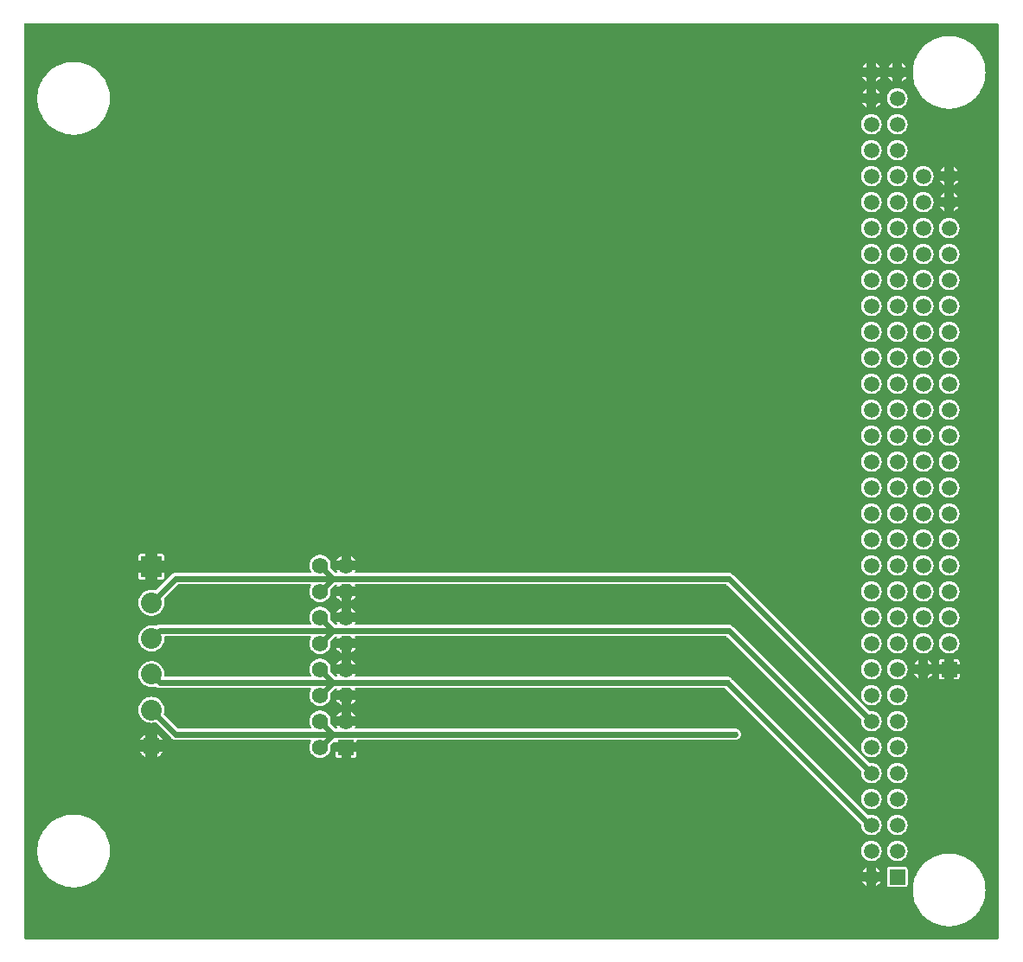
<source format=gbl>
G04 Layer: BottomLayer*
G04 EasyEDA v6.5.40, 2024-06-11 05:07:01*
G04 a67cddfb3fce44daa9051d46cbbcc19f,10*
G04 Gerber Generator version 0.2*
G04 Scale: 100 percent, Rotated: No, Reflected: No *
G04 Dimensions in millimeters *
G04 leading zeros omitted , absolute positions ,4 integer and 5 decimal *
%FSLAX45Y45*%
%MOMM*%

%ADD10C,0.6000*%
%ADD11R,2.0320X2.0320*%
%ADD12C,2.0320*%
%ADD13R,1.5000X1.5000*%
%ADD14C,1.5000*%
%ADD15C,1.5748*%
%ADD16R,1.5748X1.5748*%
%ADD17C,0.6096*%
%ADD18C,0.6100*%
%ADD19C,0.0128*%

%LPD*%
G36*
X36068Y25908D02*
G01*
X32156Y26670D01*
X28905Y28905D01*
X26670Y32156D01*
X25908Y36068D01*
X25908Y8980932D01*
X26670Y8984843D01*
X28905Y8988094D01*
X32156Y8990330D01*
X36068Y8991092D01*
X9552432Y8991092D01*
X9556343Y8990330D01*
X9559594Y8988094D01*
X9561830Y8984843D01*
X9562592Y8980932D01*
X9562592Y36068D01*
X9561830Y32156D01*
X9559594Y28905D01*
X9556343Y26670D01*
X9552432Y25908D01*
G37*

%LPC*%
G36*
X9067495Y152298D02*
G01*
X9093504Y152298D01*
X9119412Y154178D01*
X9145117Y157988D01*
X9170466Y163626D01*
X9195308Y171145D01*
X9219590Y180441D01*
X9243060Y191465D01*
X9265716Y204216D01*
X9287357Y218541D01*
X9307931Y234442D01*
X9327235Y251815D01*
X9345218Y270510D01*
X9361830Y290525D01*
X9376918Y311658D01*
X9390380Y333857D01*
X9402216Y356971D01*
X9412325Y380898D01*
X9420656Y405536D01*
X9427210Y430682D01*
X9431832Y456234D01*
X9434626Y482041D01*
X9435490Y507949D01*
X9434626Y533958D01*
X9431832Y559765D01*
X9427210Y585317D01*
X9420656Y610463D01*
X9412325Y635101D01*
X9402216Y659028D01*
X9390380Y682142D01*
X9376918Y704342D01*
X9361830Y725474D01*
X9345218Y745490D01*
X9327235Y764184D01*
X9307931Y781558D01*
X9287357Y797458D01*
X9265716Y811784D01*
X9243060Y824534D01*
X9219590Y835558D01*
X9195308Y844854D01*
X9170466Y852373D01*
X9145117Y858012D01*
X9119412Y861821D01*
X9093504Y863701D01*
X9067495Y863701D01*
X9041587Y861821D01*
X9015933Y858012D01*
X8990584Y852373D01*
X8965692Y844854D01*
X8941409Y835558D01*
X8917940Y824534D01*
X8895283Y811784D01*
X8873642Y797458D01*
X8853068Y781558D01*
X8833764Y764184D01*
X8815781Y745490D01*
X8799169Y725474D01*
X8784082Y704342D01*
X8770620Y682142D01*
X8758783Y659028D01*
X8748674Y635101D01*
X8740343Y610463D01*
X8733790Y585317D01*
X8729167Y559765D01*
X8726373Y533958D01*
X8725509Y508050D01*
X8726373Y482041D01*
X8729167Y456234D01*
X8733790Y430682D01*
X8740343Y405536D01*
X8748674Y380898D01*
X8758783Y356971D01*
X8770620Y333857D01*
X8784082Y311658D01*
X8799169Y290525D01*
X8815781Y270510D01*
X8833764Y251815D01*
X8853068Y234442D01*
X8873642Y218541D01*
X8895283Y204216D01*
X8917940Y191465D01*
X8941409Y180441D01*
X8965692Y171145D01*
X8990584Y163626D01*
X9015933Y157988D01*
X9041587Y154178D01*
G37*
G36*
X494995Y533298D02*
G01*
X521004Y533298D01*
X546912Y535178D01*
X572617Y538988D01*
X597966Y544626D01*
X622808Y552145D01*
X647090Y561441D01*
X670560Y572465D01*
X693216Y585216D01*
X714857Y599541D01*
X735431Y615442D01*
X754735Y632815D01*
X772718Y651510D01*
X789330Y671525D01*
X804418Y692658D01*
X817880Y714857D01*
X829716Y737971D01*
X839825Y761898D01*
X848156Y786536D01*
X854710Y811682D01*
X859332Y837234D01*
X862126Y863041D01*
X862990Y888949D01*
X862126Y914958D01*
X859332Y940765D01*
X854710Y966317D01*
X848156Y991463D01*
X839825Y1016101D01*
X829716Y1040028D01*
X817880Y1063142D01*
X804418Y1085342D01*
X789330Y1106474D01*
X772718Y1126490D01*
X754735Y1145184D01*
X735431Y1162558D01*
X714857Y1178458D01*
X693216Y1192784D01*
X670560Y1205534D01*
X647090Y1216558D01*
X622808Y1225854D01*
X597966Y1233373D01*
X572617Y1239012D01*
X546912Y1242822D01*
X521004Y1244701D01*
X494995Y1244701D01*
X469087Y1242822D01*
X443433Y1239012D01*
X418084Y1233373D01*
X393192Y1225854D01*
X368909Y1216558D01*
X345440Y1205534D01*
X322783Y1192784D01*
X301142Y1178458D01*
X280568Y1162558D01*
X261264Y1145184D01*
X243281Y1126490D01*
X226669Y1106474D01*
X211582Y1085342D01*
X198120Y1063142D01*
X186283Y1040028D01*
X176174Y1016101D01*
X167843Y991463D01*
X161290Y966317D01*
X156667Y940765D01*
X153873Y914958D01*
X153009Y889050D01*
X153873Y863041D01*
X156667Y837234D01*
X161290Y811682D01*
X167843Y786536D01*
X176174Y761898D01*
X186283Y737971D01*
X198120Y714857D01*
X211582Y692658D01*
X226669Y671525D01*
X243281Y651510D01*
X261264Y632815D01*
X280568Y615442D01*
X301142Y599541D01*
X322783Y585216D01*
X345440Y572465D01*
X368909Y561441D01*
X393192Y552145D01*
X418084Y544626D01*
X443433Y538988D01*
X469087Y535178D01*
G37*
G36*
X8498078Y534111D02*
G01*
X8646922Y534111D01*
X8653272Y534822D01*
X8658707Y536702D01*
X8663635Y539800D01*
X8667699Y543864D01*
X8670798Y548792D01*
X8672677Y554228D01*
X8673388Y560578D01*
X8673388Y709422D01*
X8672677Y715772D01*
X8670798Y721207D01*
X8667699Y726135D01*
X8663635Y730199D01*
X8658707Y733298D01*
X8653272Y735177D01*
X8646922Y735888D01*
X8498078Y735888D01*
X8491728Y735177D01*
X8486292Y733298D01*
X8481364Y730199D01*
X8477300Y726135D01*
X8474202Y721207D01*
X8472322Y715772D01*
X8471611Y709422D01*
X8471611Y560578D01*
X8472322Y554228D01*
X8474202Y548792D01*
X8477300Y543864D01*
X8481364Y539800D01*
X8486292Y536702D01*
X8491728Y534822D01*
G37*
G36*
X8362340Y544271D02*
G01*
X8364016Y544982D01*
X8375599Y551840D01*
X8386165Y560171D01*
X8395563Y569874D01*
X8403539Y580694D01*
X8409228Y591159D01*
X8362340Y591159D01*
G37*
G36*
X8274659Y544271D02*
G01*
X8274659Y591159D01*
X8227771Y591159D01*
X8233460Y580694D01*
X8241436Y569874D01*
X8250834Y560171D01*
X8261400Y551840D01*
X8272983Y544982D01*
G37*
G36*
X8362340Y678840D02*
G01*
X8409127Y678840D01*
X8406993Y683463D01*
X8399729Y694842D01*
X8391042Y705154D01*
X8381034Y714197D01*
X8369909Y721817D01*
X8362340Y725627D01*
G37*
G36*
X8227872Y678840D02*
G01*
X8274659Y678840D01*
X8274659Y725627D01*
X8267090Y721817D01*
X8255965Y714197D01*
X8245957Y705154D01*
X8237270Y694842D01*
X8230006Y683463D01*
G37*
G36*
X8311743Y788365D02*
G01*
X8325256Y788365D01*
X8338616Y790143D01*
X8351570Y793699D01*
X8364016Y798982D01*
X8375599Y805840D01*
X8386165Y814171D01*
X8395563Y823874D01*
X8403539Y834694D01*
X8409990Y846531D01*
X8414867Y859129D01*
X8417966Y872236D01*
X8419338Y885647D01*
X8418880Y899109D01*
X8416645Y912368D01*
X8412632Y925271D01*
X8406993Y937463D01*
X8399729Y948842D01*
X8391042Y959154D01*
X8381034Y968197D01*
X8369909Y975817D01*
X8357870Y981862D01*
X8345170Y986282D01*
X8331962Y988974D01*
X8318500Y989888D01*
X8305038Y988974D01*
X8291830Y986282D01*
X8279130Y981862D01*
X8267090Y975817D01*
X8255965Y968197D01*
X8245957Y959154D01*
X8237270Y948842D01*
X8230006Y937463D01*
X8224367Y925271D01*
X8220354Y912368D01*
X8218119Y899109D01*
X8217662Y885647D01*
X8219033Y872236D01*
X8222132Y859129D01*
X8227009Y846531D01*
X8233460Y834694D01*
X8241436Y823874D01*
X8250834Y814171D01*
X8261400Y805840D01*
X8272983Y798982D01*
X8285429Y793699D01*
X8298383Y790143D01*
G37*
G36*
X8565743Y788365D02*
G01*
X8579256Y788365D01*
X8592616Y790143D01*
X8605570Y793699D01*
X8618016Y798982D01*
X8629599Y805840D01*
X8640165Y814171D01*
X8649563Y823874D01*
X8657539Y834694D01*
X8663990Y846531D01*
X8668867Y859129D01*
X8671966Y872236D01*
X8673338Y885647D01*
X8672880Y899109D01*
X8670645Y912368D01*
X8666632Y925271D01*
X8660993Y937463D01*
X8653729Y948842D01*
X8645042Y959154D01*
X8635034Y968197D01*
X8623909Y975817D01*
X8611870Y981862D01*
X8599170Y986282D01*
X8585962Y988974D01*
X8572500Y989888D01*
X8559038Y988974D01*
X8545830Y986282D01*
X8533130Y981862D01*
X8521090Y975817D01*
X8509965Y968197D01*
X8499957Y959154D01*
X8491270Y948842D01*
X8484006Y937463D01*
X8478367Y925271D01*
X8474354Y912368D01*
X8472119Y899109D01*
X8471662Y885647D01*
X8473033Y872236D01*
X8476132Y859129D01*
X8481009Y846531D01*
X8487460Y834694D01*
X8495436Y823874D01*
X8504834Y814171D01*
X8515400Y805840D01*
X8526983Y798982D01*
X8539429Y793699D01*
X8552383Y790143D01*
G37*
G36*
X8565743Y1042365D02*
G01*
X8579256Y1042365D01*
X8592616Y1044143D01*
X8605570Y1047699D01*
X8618016Y1052982D01*
X8629599Y1059840D01*
X8640165Y1068171D01*
X8649563Y1077874D01*
X8657539Y1088694D01*
X8663990Y1100531D01*
X8668867Y1113129D01*
X8671966Y1126236D01*
X8673338Y1139647D01*
X8672880Y1153109D01*
X8670645Y1166368D01*
X8666632Y1179271D01*
X8660993Y1191463D01*
X8653729Y1202842D01*
X8645042Y1213154D01*
X8635034Y1222197D01*
X8623909Y1229817D01*
X8611870Y1235862D01*
X8599170Y1240282D01*
X8585962Y1242974D01*
X8572500Y1243888D01*
X8559038Y1242974D01*
X8545830Y1240282D01*
X8533130Y1235862D01*
X8521090Y1229817D01*
X8509965Y1222197D01*
X8499957Y1213154D01*
X8491270Y1202842D01*
X8484006Y1191463D01*
X8478367Y1179271D01*
X8474354Y1166368D01*
X8472119Y1153109D01*
X8471662Y1139647D01*
X8473033Y1126236D01*
X8476132Y1113129D01*
X8481009Y1100531D01*
X8487460Y1088694D01*
X8495436Y1077874D01*
X8504834Y1068171D01*
X8515400Y1059840D01*
X8526983Y1052982D01*
X8539429Y1047699D01*
X8552383Y1044143D01*
G37*
G36*
X8311743Y1042365D02*
G01*
X8325256Y1042365D01*
X8338616Y1044143D01*
X8351570Y1047699D01*
X8364016Y1052982D01*
X8375599Y1059840D01*
X8386165Y1068171D01*
X8395563Y1077874D01*
X8403539Y1088694D01*
X8409990Y1100531D01*
X8414867Y1113129D01*
X8417966Y1126236D01*
X8419338Y1139647D01*
X8418880Y1153109D01*
X8416645Y1166368D01*
X8412632Y1179271D01*
X8406993Y1191463D01*
X8399729Y1202842D01*
X8391042Y1213154D01*
X8381034Y1222197D01*
X8369909Y1229817D01*
X8357870Y1235862D01*
X8345170Y1240282D01*
X8331962Y1242974D01*
X8318500Y1243888D01*
X8305038Y1242974D01*
X8293608Y1240637D01*
X8290306Y1240536D01*
X8287105Y1241501D01*
X8284413Y1243431D01*
X6953402Y2574442D01*
X6951980Y2576220D01*
X6945020Y2583180D01*
X6936994Y2588818D01*
X6928053Y2592933D01*
X6918604Y2595473D01*
X6908800Y2596337D01*
X6903313Y2595930D01*
X6812686Y2595930D01*
X6807200Y2596337D01*
X6801713Y2595930D01*
X6711086Y2595930D01*
X6705600Y2596337D01*
X6700113Y2595930D01*
X3272078Y2595930D01*
X3267811Y2596845D01*
X3264357Y2599486D01*
X3262274Y2603296D01*
X3262020Y2607665D01*
X3263595Y2611729D01*
X3265627Y2614676D01*
X3268878Y2621280D01*
X3220720Y2621280D01*
X3220720Y2606090D01*
X3219958Y2602179D01*
X3217722Y2598877D01*
X3214420Y2596692D01*
X3210560Y2595930D01*
X3139440Y2595930D01*
X3135528Y2596692D01*
X3132226Y2598877D01*
X3130042Y2602179D01*
X3129280Y2606090D01*
X3129280Y2621280D01*
X3081121Y2621280D01*
X3084372Y2614676D01*
X3086354Y2611729D01*
X3087979Y2607665D01*
X3087725Y2603296D01*
X3085642Y2599486D01*
X3082188Y2596845D01*
X3077921Y2595930D01*
X3075381Y2595930D01*
X3071469Y2596692D01*
X3068167Y2598877D01*
X3026765Y2640330D01*
X3024835Y2643022D01*
X3023870Y2646172D01*
X3023971Y2649474D01*
X3024733Y2653334D01*
X3025597Y2667000D01*
X3024733Y2680665D01*
X3022041Y2694076D01*
X3017672Y2707030D01*
X3011627Y2719324D01*
X3004007Y2730703D01*
X2994964Y2740964D01*
X2984703Y2750007D01*
X2973324Y2757627D01*
X2961030Y2763672D01*
X2948076Y2768041D01*
X2934665Y2770733D01*
X2921000Y2771597D01*
X2907334Y2770733D01*
X2893923Y2768041D01*
X2880969Y2763672D01*
X2868676Y2757627D01*
X2857296Y2750007D01*
X2847035Y2740964D01*
X2837992Y2730703D01*
X2830372Y2719324D01*
X2824327Y2707030D01*
X2819958Y2694076D01*
X2817266Y2680665D01*
X2816352Y2667000D01*
X2817266Y2653334D01*
X2819958Y2639923D01*
X2824327Y2626969D01*
X2830372Y2614676D01*
X2832354Y2611729D01*
X2833979Y2607665D01*
X2833725Y2603296D01*
X2831642Y2599486D01*
X2828188Y2596845D01*
X2823921Y2595930D01*
X1406804Y2595930D01*
X1402791Y2596743D01*
X1399438Y2599080D01*
X1397254Y2602585D01*
X1396695Y2606700D01*
X1397508Y2620010D01*
X1396542Y2635351D01*
X1393799Y2650490D01*
X1389227Y2665222D01*
X1382877Y2679242D01*
X1374902Y2692450D01*
X1365402Y2704541D01*
X1354531Y2715412D01*
X1342440Y2724912D01*
X1329232Y2732887D01*
X1315212Y2739186D01*
X1300530Y2743809D01*
X1285341Y2746552D01*
X1270000Y2747518D01*
X1254607Y2746552D01*
X1239469Y2743809D01*
X1224788Y2739186D01*
X1210767Y2732887D01*
X1197559Y2724912D01*
X1185468Y2715412D01*
X1174546Y2704541D01*
X1165098Y2692450D01*
X1157122Y2679242D01*
X1150772Y2665222D01*
X1146200Y2650490D01*
X1143457Y2635351D01*
X1142492Y2620010D01*
X1143457Y2604617D01*
X1146200Y2589479D01*
X1150772Y2574798D01*
X1157122Y2560777D01*
X1165098Y2547569D01*
X1174546Y2535478D01*
X1185468Y2524556D01*
X1197559Y2515108D01*
X1210767Y2507132D01*
X1224788Y2500782D01*
X1239469Y2496210D01*
X1254607Y2493467D01*
X1270000Y2492502D01*
X1285341Y2493467D01*
X1300530Y2496210D01*
X1306118Y2497988D01*
X1309370Y2498445D01*
X1312621Y2497785D01*
X1315516Y2496210D01*
X1318056Y2494127D01*
X1322070Y2491587D01*
X1326388Y2489352D01*
X1330909Y2487472D01*
X1335532Y2485999D01*
X1340307Y2484932D01*
X1345133Y2484323D01*
X1350213Y2484069D01*
X2823921Y2484069D01*
X2828188Y2483154D01*
X2831642Y2480513D01*
X2833725Y2476703D01*
X2833979Y2472334D01*
X2832354Y2468270D01*
X2830372Y2465324D01*
X2824327Y2453030D01*
X2819958Y2440076D01*
X2817266Y2426665D01*
X2816352Y2413000D01*
X2817266Y2399334D01*
X2819958Y2385923D01*
X2824327Y2372969D01*
X2830372Y2360676D01*
X2837992Y2349296D01*
X2847035Y2339035D01*
X2857296Y2329992D01*
X2868676Y2322372D01*
X2880969Y2316327D01*
X2893923Y2311958D01*
X2907334Y2309266D01*
X2921000Y2308352D01*
X2934665Y2309266D01*
X2948076Y2311958D01*
X2961030Y2316327D01*
X2973324Y2322372D01*
X2984703Y2329992D01*
X2994964Y2339035D01*
X3004007Y2349296D01*
X3011627Y2360676D01*
X3017672Y2372969D01*
X3022041Y2385923D01*
X3024733Y2399334D01*
X3025597Y2413000D01*
X3024733Y2426665D01*
X3023971Y2430526D01*
X3023870Y2433828D01*
X3024835Y2436977D01*
X3026714Y2439670D01*
X3068167Y2481122D01*
X3071469Y2483307D01*
X3075381Y2484069D01*
X3077921Y2484069D01*
X3082188Y2483154D01*
X3085642Y2480513D01*
X3087725Y2476703D01*
X3087979Y2472334D01*
X3086354Y2468270D01*
X3084372Y2465324D01*
X3081121Y2458720D01*
X3129280Y2458720D01*
X3129280Y2473909D01*
X3130042Y2477820D01*
X3132226Y2481122D01*
X3135528Y2483307D01*
X3139440Y2484069D01*
X3210560Y2484069D01*
X3214420Y2483307D01*
X3217722Y2481122D01*
X3219958Y2477820D01*
X3220720Y2473909D01*
X3220720Y2458720D01*
X3268878Y2458720D01*
X3265627Y2465324D01*
X3263595Y2468270D01*
X3262020Y2472334D01*
X3262274Y2476703D01*
X3264357Y2480513D01*
X3267811Y2483154D01*
X3272078Y2484069D01*
X6700113Y2484069D01*
X6705600Y2483662D01*
X6711086Y2484069D01*
X6801713Y2484069D01*
X6807200Y2483662D01*
X6812686Y2484069D01*
X6881418Y2484069D01*
X6885279Y2483307D01*
X6888581Y2481122D01*
X8214969Y1154785D01*
X8217204Y1151331D01*
X8217916Y1147216D01*
X8217662Y1139647D01*
X8219033Y1126236D01*
X8222132Y1113129D01*
X8227009Y1100531D01*
X8233460Y1088694D01*
X8241436Y1077874D01*
X8250834Y1068171D01*
X8261400Y1059840D01*
X8272983Y1052982D01*
X8285429Y1047699D01*
X8298383Y1044143D01*
G37*
G36*
X8311743Y1296365D02*
G01*
X8325256Y1296365D01*
X8338616Y1298143D01*
X8351570Y1301699D01*
X8364016Y1306982D01*
X8375599Y1313840D01*
X8386165Y1322171D01*
X8395563Y1331874D01*
X8403539Y1342694D01*
X8409990Y1354531D01*
X8414867Y1367129D01*
X8417966Y1380236D01*
X8419338Y1393647D01*
X8418880Y1407109D01*
X8416645Y1420368D01*
X8412632Y1433271D01*
X8406993Y1445463D01*
X8399729Y1456842D01*
X8391042Y1467154D01*
X8381034Y1476197D01*
X8369909Y1483817D01*
X8357870Y1489862D01*
X8345170Y1494282D01*
X8331962Y1496974D01*
X8318500Y1497888D01*
X8305038Y1496974D01*
X8291830Y1494282D01*
X8279130Y1489862D01*
X8267090Y1483817D01*
X8255965Y1476197D01*
X8245957Y1467154D01*
X8237270Y1456842D01*
X8230006Y1445463D01*
X8224367Y1433271D01*
X8220354Y1420368D01*
X8218119Y1407109D01*
X8217662Y1393647D01*
X8219033Y1380236D01*
X8222132Y1367129D01*
X8227009Y1354531D01*
X8233460Y1342694D01*
X8241436Y1331874D01*
X8250834Y1322171D01*
X8261400Y1313840D01*
X8272983Y1306982D01*
X8285429Y1301699D01*
X8298383Y1298143D01*
G37*
G36*
X8565743Y1296365D02*
G01*
X8579256Y1296365D01*
X8592616Y1298143D01*
X8605570Y1301699D01*
X8618016Y1306982D01*
X8629599Y1313840D01*
X8640165Y1322171D01*
X8649563Y1331874D01*
X8657539Y1342694D01*
X8663990Y1354531D01*
X8668867Y1367129D01*
X8671966Y1380236D01*
X8673338Y1393647D01*
X8672880Y1407109D01*
X8670645Y1420368D01*
X8666632Y1433271D01*
X8660993Y1445463D01*
X8653729Y1456842D01*
X8645042Y1467154D01*
X8635034Y1476197D01*
X8623909Y1483817D01*
X8611870Y1489862D01*
X8599170Y1494282D01*
X8585962Y1496974D01*
X8572500Y1497888D01*
X8559038Y1496974D01*
X8545830Y1494282D01*
X8533130Y1489862D01*
X8521090Y1483817D01*
X8509965Y1476197D01*
X8499957Y1467154D01*
X8491270Y1456842D01*
X8484006Y1445463D01*
X8478367Y1433271D01*
X8474354Y1420368D01*
X8472119Y1407109D01*
X8471662Y1393647D01*
X8473033Y1380236D01*
X8476132Y1367129D01*
X8481009Y1354531D01*
X8487460Y1342694D01*
X8495436Y1331874D01*
X8504834Y1322171D01*
X8515400Y1313840D01*
X8526983Y1306982D01*
X8539429Y1301699D01*
X8552383Y1298143D01*
G37*
G36*
X8565743Y1550365D02*
G01*
X8579256Y1550365D01*
X8592616Y1552143D01*
X8605570Y1555699D01*
X8618016Y1560982D01*
X8629599Y1567840D01*
X8640165Y1576171D01*
X8649563Y1585874D01*
X8657539Y1596694D01*
X8663990Y1608531D01*
X8668867Y1621129D01*
X8671966Y1634236D01*
X8673338Y1647647D01*
X8672880Y1661109D01*
X8670645Y1674368D01*
X8666632Y1687271D01*
X8660993Y1699463D01*
X8653729Y1710842D01*
X8645042Y1721154D01*
X8635034Y1730197D01*
X8623909Y1737817D01*
X8611870Y1743862D01*
X8599170Y1748282D01*
X8585962Y1750974D01*
X8572500Y1751888D01*
X8559038Y1750974D01*
X8545830Y1748282D01*
X8533130Y1743862D01*
X8521090Y1737817D01*
X8509965Y1730197D01*
X8499957Y1721154D01*
X8491270Y1710842D01*
X8484006Y1699463D01*
X8478367Y1687271D01*
X8474354Y1674368D01*
X8472119Y1661109D01*
X8471662Y1647647D01*
X8473033Y1634236D01*
X8476132Y1621129D01*
X8481009Y1608531D01*
X8487460Y1596694D01*
X8495436Y1585874D01*
X8504834Y1576171D01*
X8515400Y1567840D01*
X8526983Y1560982D01*
X8539429Y1555699D01*
X8552383Y1552143D01*
G37*
G36*
X8311743Y1550365D02*
G01*
X8325256Y1550365D01*
X8338616Y1552143D01*
X8351570Y1555699D01*
X8364016Y1560982D01*
X8375599Y1567840D01*
X8386165Y1576171D01*
X8395563Y1585874D01*
X8403539Y1596694D01*
X8409990Y1608531D01*
X8414867Y1621129D01*
X8417966Y1634236D01*
X8419338Y1647647D01*
X8418880Y1661109D01*
X8416645Y1674368D01*
X8412632Y1687271D01*
X8406993Y1699463D01*
X8399729Y1710842D01*
X8391042Y1721154D01*
X8381034Y1730197D01*
X8369909Y1737817D01*
X8357870Y1743862D01*
X8345170Y1748282D01*
X8331962Y1750974D01*
X8318500Y1751888D01*
X8300872Y1750669D01*
X8297672Y1751634D01*
X8294979Y1753565D01*
X6961174Y3087370D01*
X6957415Y3090824D01*
X6953554Y3093770D01*
X6949440Y3096412D01*
X6945122Y3098647D01*
X6940600Y3100527D01*
X6935978Y3102000D01*
X6931202Y3103067D01*
X6926376Y3103676D01*
X6921296Y3103930D01*
X3272078Y3103880D01*
X3267811Y3104845D01*
X3264357Y3107486D01*
X3262274Y3111296D01*
X3262020Y3115665D01*
X3263595Y3119729D01*
X3265627Y3122676D01*
X3268878Y3129280D01*
X3220720Y3129280D01*
X3220720Y3114040D01*
X3219958Y3110179D01*
X3217722Y3106877D01*
X3214420Y3104692D01*
X3210560Y3103880D01*
X3139440Y3103880D01*
X3135528Y3104692D01*
X3132226Y3106877D01*
X3130042Y3110179D01*
X3129280Y3114040D01*
X3129280Y3129280D01*
X3081121Y3129280D01*
X3084372Y3122676D01*
X3086354Y3119729D01*
X3087979Y3115665D01*
X3087725Y3111296D01*
X3085642Y3107486D01*
X3082188Y3104845D01*
X3077921Y3103880D01*
X3075381Y3103880D01*
X3071469Y3104692D01*
X3068167Y3106877D01*
X3026765Y3148330D01*
X3024835Y3151022D01*
X3023870Y3154172D01*
X3023971Y3157474D01*
X3024733Y3161334D01*
X3025597Y3175000D01*
X3024733Y3188665D01*
X3022041Y3202076D01*
X3017672Y3215030D01*
X3011627Y3227324D01*
X3004007Y3238703D01*
X2994964Y3248964D01*
X2984703Y3258007D01*
X2973324Y3265627D01*
X2961030Y3271672D01*
X2948076Y3276041D01*
X2934665Y3278733D01*
X2921000Y3279597D01*
X2907334Y3278733D01*
X2893923Y3276041D01*
X2880969Y3271672D01*
X2868676Y3265627D01*
X2857296Y3258007D01*
X2847035Y3248964D01*
X2837992Y3238703D01*
X2830372Y3227324D01*
X2824327Y3215030D01*
X2819958Y3202076D01*
X2817266Y3188665D01*
X2816352Y3175000D01*
X2817266Y3161334D01*
X2819958Y3147923D01*
X2824327Y3134969D01*
X2830372Y3122676D01*
X2832354Y3119729D01*
X2833979Y3115665D01*
X2833725Y3111296D01*
X2831642Y3107486D01*
X2828188Y3104845D01*
X2823921Y3103930D01*
X1350213Y3103930D01*
X1345133Y3103676D01*
X1340307Y3103067D01*
X1335532Y3102000D01*
X1330909Y3100527D01*
X1326388Y3098647D01*
X1322070Y3096412D01*
X1318056Y3093872D01*
X1315516Y3091789D01*
X1312621Y3090164D01*
X1309370Y3089554D01*
X1306118Y3090011D01*
X1300530Y3091789D01*
X1285341Y3094532D01*
X1270000Y3095498D01*
X1254607Y3094532D01*
X1239469Y3091789D01*
X1224788Y3087166D01*
X1210767Y3080867D01*
X1197559Y3072892D01*
X1185468Y3063392D01*
X1174546Y3052521D01*
X1165098Y3040430D01*
X1157122Y3027222D01*
X1150772Y3013202D01*
X1146200Y2998470D01*
X1143457Y2983331D01*
X1142492Y2967990D01*
X1143457Y2952597D01*
X1146200Y2937459D01*
X1150772Y2922778D01*
X1157122Y2908757D01*
X1165098Y2895549D01*
X1174546Y2883458D01*
X1185468Y2872536D01*
X1197559Y2863088D01*
X1210767Y2855112D01*
X1224788Y2848762D01*
X1239469Y2844190D01*
X1254607Y2841447D01*
X1270000Y2840482D01*
X1285341Y2841447D01*
X1300530Y2844190D01*
X1315212Y2848762D01*
X1329232Y2855112D01*
X1342440Y2863088D01*
X1354531Y2872536D01*
X1365402Y2883458D01*
X1374902Y2895549D01*
X1382877Y2908757D01*
X1389227Y2922778D01*
X1393799Y2937459D01*
X1396542Y2952597D01*
X1397508Y2967990D01*
X1396695Y2981299D01*
X1397254Y2985414D01*
X1399438Y2988919D01*
X1402791Y2991256D01*
X1406804Y2992069D01*
X2823921Y2992069D01*
X2828188Y2991154D01*
X2831642Y2988513D01*
X2833725Y2984703D01*
X2833979Y2980334D01*
X2832354Y2976270D01*
X2830372Y2973324D01*
X2824327Y2961030D01*
X2819958Y2948076D01*
X2817266Y2934665D01*
X2816352Y2921000D01*
X2817266Y2907334D01*
X2819958Y2893923D01*
X2824327Y2880969D01*
X2830372Y2868676D01*
X2837992Y2857296D01*
X2847035Y2847035D01*
X2857296Y2837992D01*
X2868676Y2830372D01*
X2880969Y2824327D01*
X2893923Y2819958D01*
X2907334Y2817266D01*
X2921000Y2816352D01*
X2934665Y2817266D01*
X2948076Y2819958D01*
X2961030Y2824327D01*
X2973324Y2830372D01*
X2984703Y2837992D01*
X2994964Y2847035D01*
X3004007Y2857296D01*
X3011627Y2868676D01*
X3017672Y2880969D01*
X3022041Y2893923D01*
X3024733Y2907334D01*
X3025597Y2921000D01*
X3024733Y2934665D01*
X3023971Y2938526D01*
X3023870Y2941828D01*
X3024835Y2944977D01*
X3026714Y2947670D01*
X3068167Y2989122D01*
X3071469Y2991307D01*
X3075381Y2992069D01*
X3077921Y2992069D01*
X3082188Y2991154D01*
X3085642Y2988513D01*
X3087725Y2984703D01*
X3087979Y2980334D01*
X3086354Y2976270D01*
X3084372Y2973324D01*
X3081121Y2966720D01*
X3129280Y2966720D01*
X3129280Y2981909D01*
X3130042Y2985820D01*
X3132226Y2989122D01*
X3135528Y2991307D01*
X3139440Y2992069D01*
X3210560Y2992069D01*
X3214420Y2991307D01*
X3217722Y2989122D01*
X3219958Y2985820D01*
X3220720Y2981909D01*
X3220720Y2966720D01*
X3268878Y2966720D01*
X3265627Y2973324D01*
X3263595Y2976270D01*
X3262020Y2980334D01*
X3262274Y2984703D01*
X3264357Y2988513D01*
X3267811Y2991154D01*
X3272078Y2992069D01*
X6894118Y2992069D01*
X6898030Y2991307D01*
X6901332Y2989122D01*
X8216036Y1674418D01*
X8217916Y1671777D01*
X8218881Y1668729D01*
X8218881Y1665528D01*
X8218119Y1661109D01*
X8217662Y1647647D01*
X8219033Y1634236D01*
X8222132Y1621129D01*
X8227009Y1608531D01*
X8233460Y1596694D01*
X8241436Y1585874D01*
X8250834Y1576171D01*
X8261400Y1567840D01*
X8272983Y1560982D01*
X8285429Y1555699D01*
X8298383Y1552143D01*
G37*
G36*
X3096818Y1800352D02*
G01*
X3129280Y1800352D01*
X3129280Y1859280D01*
X3070352Y1859280D01*
X3070352Y1826818D01*
X3071063Y1820519D01*
X3072993Y1815033D01*
X3076041Y1810156D01*
X3080156Y1806041D01*
X3085033Y1802993D01*
X3090519Y1801063D01*
G37*
G36*
X3220720Y1800352D02*
G01*
X3253181Y1800352D01*
X3259480Y1801063D01*
X3264966Y1802993D01*
X3269843Y1806041D01*
X3273958Y1810156D01*
X3277006Y1815033D01*
X3278936Y1820519D01*
X3279648Y1826818D01*
X3279648Y1859280D01*
X3220720Y1859280D01*
G37*
G36*
X2921000Y1800352D02*
G01*
X2934665Y1801266D01*
X2948076Y1803958D01*
X2961030Y1808327D01*
X2973324Y1814372D01*
X2984703Y1821992D01*
X2994964Y1831035D01*
X3004007Y1841296D01*
X3011627Y1852675D01*
X3017672Y1864969D01*
X3022041Y1877923D01*
X3024733Y1891334D01*
X3025597Y1905000D01*
X3024733Y1918665D01*
X3023971Y1922525D01*
X3023870Y1925828D01*
X3024835Y1928977D01*
X3026714Y1931670D01*
X3052978Y1957933D01*
X3056280Y1960118D01*
X3060192Y1960930D01*
X3064052Y1960118D01*
X3067354Y1957933D01*
X3069590Y1954631D01*
X3070352Y1950720D01*
X3129280Y1950720D01*
X3129280Y1965909D01*
X3130042Y1969820D01*
X3132226Y1973122D01*
X3135528Y1975307D01*
X3139440Y1976069D01*
X3210560Y1976069D01*
X3214420Y1975307D01*
X3217722Y1973122D01*
X3219958Y1969820D01*
X3220720Y1965909D01*
X3220720Y1950720D01*
X3279648Y1950720D01*
X3279648Y1965909D01*
X3280410Y1969820D01*
X3282594Y1973122D01*
X3285896Y1975307D01*
X3289808Y1976069D01*
X6725564Y1976069D01*
X6731000Y1975662D01*
X6736435Y1976069D01*
X6852564Y1976069D01*
X6858000Y1975662D01*
X6863435Y1976069D01*
X6979564Y1976069D01*
X6985000Y1975662D01*
X6994804Y1976526D01*
X7004253Y1979066D01*
X7013194Y1983181D01*
X7021220Y1988820D01*
X7028180Y1995779D01*
X7033818Y2003806D01*
X7037933Y2012746D01*
X7040473Y2022195D01*
X7041337Y2032000D01*
X7040473Y2041804D01*
X7037933Y2051253D01*
X7033818Y2060193D01*
X7028180Y2068220D01*
X7021220Y2075180D01*
X7013194Y2080818D01*
X7004253Y2084933D01*
X6994804Y2087473D01*
X6985000Y2088337D01*
X6979462Y2087880D01*
X6863537Y2087880D01*
X6858000Y2088337D01*
X6852462Y2087880D01*
X6736537Y2087880D01*
X6731000Y2088337D01*
X6725462Y2087880D01*
X3272078Y2087880D01*
X3267811Y2088845D01*
X3264357Y2091486D01*
X3262274Y2095296D01*
X3262020Y2099665D01*
X3263595Y2103729D01*
X3265627Y2106676D01*
X3268878Y2113280D01*
X3220720Y2113280D01*
X3220720Y2098040D01*
X3219958Y2094179D01*
X3217722Y2090877D01*
X3214420Y2088692D01*
X3210560Y2087880D01*
X3139440Y2087880D01*
X3135528Y2088692D01*
X3132226Y2090877D01*
X3130042Y2094179D01*
X3129280Y2098040D01*
X3129280Y2113280D01*
X3081121Y2113280D01*
X3084372Y2106676D01*
X3086354Y2103729D01*
X3087979Y2099665D01*
X3087725Y2095296D01*
X3085642Y2091486D01*
X3082188Y2088845D01*
X3077921Y2087880D01*
X3075381Y2087880D01*
X3071469Y2088692D01*
X3068167Y2090877D01*
X3026714Y2132330D01*
X3024835Y2135022D01*
X3023870Y2138172D01*
X3023971Y2141474D01*
X3024733Y2145334D01*
X3025597Y2159000D01*
X3024733Y2172665D01*
X3022041Y2186076D01*
X3017672Y2199030D01*
X3011627Y2211324D01*
X3004007Y2222703D01*
X2994964Y2232964D01*
X2984703Y2242007D01*
X2973324Y2249627D01*
X2961030Y2255672D01*
X2948076Y2260041D01*
X2934665Y2262733D01*
X2921000Y2263597D01*
X2907334Y2262733D01*
X2893923Y2260041D01*
X2880969Y2255672D01*
X2868676Y2249627D01*
X2857296Y2242007D01*
X2847035Y2232964D01*
X2837992Y2222703D01*
X2830372Y2211324D01*
X2824327Y2199030D01*
X2819958Y2186076D01*
X2817266Y2172665D01*
X2816352Y2159000D01*
X2817266Y2145334D01*
X2819958Y2131923D01*
X2824327Y2118969D01*
X2830372Y2106676D01*
X2832354Y2103729D01*
X2833979Y2099665D01*
X2833725Y2095296D01*
X2831642Y2091486D01*
X2828188Y2088845D01*
X2823921Y2087880D01*
X1534871Y2087880D01*
X1530959Y2088692D01*
X1527657Y2090877D01*
X1394764Y2223820D01*
X1392682Y2226818D01*
X1391767Y2230374D01*
X1392224Y2233980D01*
X1393799Y2238959D01*
X1396542Y2254097D01*
X1397508Y2269490D01*
X1396542Y2284831D01*
X1393799Y2299970D01*
X1389227Y2314702D01*
X1382877Y2328722D01*
X1374902Y2341930D01*
X1365402Y2354021D01*
X1354531Y2364892D01*
X1342440Y2374392D01*
X1329232Y2382367D01*
X1315212Y2388666D01*
X1300530Y2393289D01*
X1285341Y2396032D01*
X1270000Y2396998D01*
X1254607Y2396032D01*
X1239469Y2393289D01*
X1224788Y2388666D01*
X1210767Y2382367D01*
X1197559Y2374392D01*
X1185468Y2364892D01*
X1174546Y2354021D01*
X1165098Y2341930D01*
X1157122Y2328722D01*
X1150772Y2314702D01*
X1146200Y2299970D01*
X1143457Y2284831D01*
X1142492Y2269490D01*
X1143457Y2254097D01*
X1146200Y2238959D01*
X1150772Y2224278D01*
X1157122Y2210257D01*
X1165098Y2197049D01*
X1174546Y2184958D01*
X1185468Y2174036D01*
X1197559Y2164588D01*
X1210767Y2156612D01*
X1224788Y2150262D01*
X1239469Y2145690D01*
X1254607Y2142947D01*
X1270000Y2141982D01*
X1285341Y2142947D01*
X1300530Y2145690D01*
X1305458Y2147265D01*
X1309116Y2147671D01*
X1312672Y2146808D01*
X1315669Y2144725D01*
X1467815Y1992630D01*
X1471574Y1989175D01*
X1475435Y1986229D01*
X1479550Y1983587D01*
X1483868Y1981352D01*
X1488389Y1979472D01*
X1493012Y1977999D01*
X1497787Y1976932D01*
X1502613Y1976323D01*
X1507693Y1976069D01*
X2823921Y1976069D01*
X2828188Y1975154D01*
X2831642Y1972513D01*
X2833725Y1968703D01*
X2833979Y1964334D01*
X2832354Y1960270D01*
X2830372Y1957324D01*
X2824327Y1945030D01*
X2819958Y1932076D01*
X2817266Y1918665D01*
X2816352Y1905000D01*
X2817266Y1891334D01*
X2819958Y1877923D01*
X2824327Y1864969D01*
X2830372Y1852675D01*
X2837992Y1841296D01*
X2847035Y1831035D01*
X2857296Y1821992D01*
X2868676Y1814372D01*
X2880969Y1808327D01*
X2893923Y1803958D01*
X2907334Y1801266D01*
G37*
G36*
X8311743Y1804365D02*
G01*
X8325256Y1804365D01*
X8338616Y1806143D01*
X8351570Y1809699D01*
X8364016Y1814982D01*
X8375599Y1821840D01*
X8386165Y1830171D01*
X8395563Y1839874D01*
X8403539Y1850694D01*
X8409990Y1862531D01*
X8414867Y1875129D01*
X8417966Y1888236D01*
X8419338Y1901647D01*
X8418880Y1915109D01*
X8416645Y1928368D01*
X8412632Y1941271D01*
X8406993Y1953463D01*
X8399729Y1964842D01*
X8391042Y1975154D01*
X8381034Y1984197D01*
X8369909Y1991817D01*
X8357870Y1997862D01*
X8345170Y2002282D01*
X8331962Y2004974D01*
X8318500Y2005888D01*
X8305038Y2004974D01*
X8291830Y2002282D01*
X8279130Y1997862D01*
X8267090Y1991817D01*
X8255965Y1984197D01*
X8245957Y1975154D01*
X8237270Y1964842D01*
X8230006Y1953463D01*
X8224367Y1941271D01*
X8220354Y1928368D01*
X8218119Y1915109D01*
X8217662Y1901647D01*
X8219033Y1888236D01*
X8222132Y1875129D01*
X8227009Y1862531D01*
X8233460Y1850694D01*
X8241436Y1839874D01*
X8250834Y1830171D01*
X8261400Y1821840D01*
X8272983Y1814982D01*
X8285429Y1809699D01*
X8298383Y1806143D01*
G37*
G36*
X8565743Y1804365D02*
G01*
X8579256Y1804365D01*
X8592616Y1806143D01*
X8605570Y1809699D01*
X8618016Y1814982D01*
X8629599Y1821840D01*
X8640165Y1830171D01*
X8649563Y1839874D01*
X8657539Y1850694D01*
X8663990Y1862531D01*
X8668867Y1875129D01*
X8671966Y1888236D01*
X8673338Y1901647D01*
X8672880Y1915109D01*
X8670645Y1928368D01*
X8666632Y1941271D01*
X8660993Y1953463D01*
X8653729Y1964842D01*
X8645042Y1975154D01*
X8635034Y1984197D01*
X8623909Y1991817D01*
X8611870Y1997862D01*
X8599170Y2002282D01*
X8585962Y2004974D01*
X8572500Y2005888D01*
X8559038Y2004974D01*
X8545830Y2002282D01*
X8533130Y1997862D01*
X8521090Y1991817D01*
X8509965Y1984197D01*
X8499957Y1975154D01*
X8491270Y1964842D01*
X8484006Y1953463D01*
X8478367Y1941271D01*
X8474354Y1928368D01*
X8472119Y1915109D01*
X8471662Y1901647D01*
X8473033Y1888236D01*
X8476132Y1875129D01*
X8481009Y1862531D01*
X8487460Y1850694D01*
X8495436Y1839874D01*
X8504834Y1830171D01*
X8515400Y1821840D01*
X8526983Y1814982D01*
X8539429Y1809699D01*
X8552383Y1806143D01*
G37*
G36*
X1212850Y1805127D02*
G01*
X1212850Y1861820D01*
X1156157Y1861820D01*
X1157122Y1859737D01*
X1165098Y1846529D01*
X1174546Y1834438D01*
X1185468Y1823516D01*
X1197559Y1814068D01*
X1210767Y1806092D01*
G37*
G36*
X1327150Y1805127D02*
G01*
X1329232Y1806092D01*
X1342440Y1814068D01*
X1354531Y1823516D01*
X1365402Y1834438D01*
X1374902Y1846529D01*
X1382877Y1859737D01*
X1383842Y1861820D01*
X1327150Y1861820D01*
G37*
G36*
X1327150Y1976120D02*
G01*
X1383842Y1976120D01*
X1382877Y1978202D01*
X1374902Y1991410D01*
X1365402Y2003501D01*
X1354531Y2014372D01*
X1342440Y2023872D01*
X1329232Y2031847D01*
X1327150Y2032812D01*
G37*
G36*
X1156157Y1976120D02*
G01*
X1212850Y1976120D01*
X1212850Y2032812D01*
X1210767Y2031847D01*
X1197559Y2023872D01*
X1185468Y2014372D01*
X1174546Y2003501D01*
X1165098Y1991410D01*
X1157122Y1978202D01*
G37*
G36*
X8565743Y2058365D02*
G01*
X8579256Y2058365D01*
X8592616Y2060143D01*
X8605570Y2063699D01*
X8618016Y2068982D01*
X8629599Y2075840D01*
X8640165Y2084171D01*
X8649563Y2093874D01*
X8657539Y2104694D01*
X8663990Y2116531D01*
X8668867Y2129129D01*
X8671966Y2142236D01*
X8673338Y2155647D01*
X8672880Y2169109D01*
X8670645Y2182368D01*
X8666632Y2195271D01*
X8660993Y2207463D01*
X8653729Y2218842D01*
X8645042Y2229154D01*
X8635034Y2238197D01*
X8623909Y2245817D01*
X8611870Y2251862D01*
X8599170Y2256282D01*
X8585962Y2258974D01*
X8572500Y2259888D01*
X8559038Y2258974D01*
X8545830Y2256282D01*
X8533130Y2251862D01*
X8521090Y2245817D01*
X8509965Y2238197D01*
X8499957Y2229154D01*
X8491270Y2218842D01*
X8484006Y2207463D01*
X8478367Y2195271D01*
X8474354Y2182368D01*
X8472119Y2169109D01*
X8471662Y2155647D01*
X8473033Y2142236D01*
X8476132Y2129129D01*
X8481009Y2116531D01*
X8487460Y2104694D01*
X8495436Y2093874D01*
X8504834Y2084171D01*
X8515400Y2075840D01*
X8526983Y2068982D01*
X8539429Y2063699D01*
X8552383Y2060143D01*
G37*
G36*
X8311743Y2058365D02*
G01*
X8325256Y2058365D01*
X8338616Y2060143D01*
X8351570Y2063699D01*
X8364016Y2068982D01*
X8375599Y2075840D01*
X8386165Y2084171D01*
X8395563Y2093874D01*
X8403539Y2104694D01*
X8409990Y2116531D01*
X8414867Y2129129D01*
X8417966Y2142236D01*
X8419338Y2155647D01*
X8418880Y2169109D01*
X8416645Y2182368D01*
X8412632Y2195271D01*
X8406993Y2207463D01*
X8399729Y2218842D01*
X8391042Y2229154D01*
X8381034Y2238197D01*
X8369909Y2245817D01*
X8357870Y2251862D01*
X8345170Y2256282D01*
X8331962Y2258974D01*
X8318500Y2259888D01*
X8300872Y2258669D01*
X8297672Y2259634D01*
X8294979Y2261565D01*
X6961174Y3595370D01*
X6957415Y3598824D01*
X6953554Y3601770D01*
X6949440Y3604412D01*
X6945122Y3606647D01*
X6940600Y3608527D01*
X6935978Y3610000D01*
X6931202Y3611067D01*
X6926376Y3611676D01*
X6921296Y3611930D01*
X3272078Y3611879D01*
X3267811Y3612845D01*
X3264357Y3615486D01*
X3262274Y3619296D01*
X3262020Y3623665D01*
X3263595Y3627729D01*
X3265627Y3630676D01*
X3268878Y3637279D01*
X3220720Y3637279D01*
X3220720Y3622040D01*
X3219958Y3618179D01*
X3217722Y3614877D01*
X3214420Y3612692D01*
X3210560Y3611879D01*
X3139440Y3611879D01*
X3135528Y3612692D01*
X3132226Y3614877D01*
X3130042Y3618179D01*
X3129280Y3622040D01*
X3129280Y3637279D01*
X3081121Y3637279D01*
X3084372Y3630676D01*
X3086354Y3627729D01*
X3087979Y3623665D01*
X3087725Y3619296D01*
X3085642Y3615486D01*
X3082188Y3612845D01*
X3077921Y3611879D01*
X3075381Y3611879D01*
X3071469Y3612692D01*
X3068167Y3614877D01*
X3026765Y3656329D01*
X3024835Y3659022D01*
X3023870Y3662172D01*
X3023971Y3665474D01*
X3024733Y3669334D01*
X3025597Y3683000D01*
X3024733Y3696665D01*
X3022041Y3710076D01*
X3017672Y3723030D01*
X3011627Y3735324D01*
X3004007Y3746703D01*
X2994964Y3756964D01*
X2984703Y3766007D01*
X2973324Y3773627D01*
X2961030Y3779672D01*
X2948076Y3784041D01*
X2934665Y3786733D01*
X2921000Y3787597D01*
X2907334Y3786733D01*
X2893923Y3784041D01*
X2880969Y3779672D01*
X2868676Y3773627D01*
X2857296Y3766007D01*
X2847035Y3756964D01*
X2837992Y3746703D01*
X2830372Y3735324D01*
X2824327Y3723030D01*
X2819958Y3710076D01*
X2817266Y3696665D01*
X2816352Y3683000D01*
X2817266Y3669334D01*
X2819958Y3655923D01*
X2824327Y3642969D01*
X2830372Y3630676D01*
X2832354Y3627729D01*
X2833979Y3623665D01*
X2833725Y3619296D01*
X2831642Y3615486D01*
X2828188Y3612845D01*
X2823921Y3611879D01*
X1507693Y3611879D01*
X1502613Y3611676D01*
X1497787Y3611016D01*
X1493012Y3610000D01*
X1488389Y3608527D01*
X1483868Y3606647D01*
X1479550Y3604412D01*
X1475435Y3601770D01*
X1471574Y3598824D01*
X1467815Y3595370D01*
X1315669Y3443274D01*
X1312672Y3441192D01*
X1309116Y3440277D01*
X1305458Y3440734D01*
X1300530Y3442309D01*
X1285341Y3445052D01*
X1270000Y3446018D01*
X1254607Y3445052D01*
X1239469Y3442309D01*
X1224788Y3437686D01*
X1210767Y3431387D01*
X1197559Y3423412D01*
X1185468Y3413912D01*
X1174546Y3403041D01*
X1165098Y3390950D01*
X1157122Y3377742D01*
X1150772Y3363722D01*
X1146200Y3348990D01*
X1143457Y3333851D01*
X1142492Y3318510D01*
X1143457Y3303117D01*
X1146200Y3287979D01*
X1150772Y3273298D01*
X1157122Y3259277D01*
X1165098Y3246069D01*
X1174546Y3233978D01*
X1185468Y3223056D01*
X1197559Y3213608D01*
X1210767Y3205632D01*
X1224788Y3199282D01*
X1239469Y3194710D01*
X1254607Y3191967D01*
X1270000Y3191002D01*
X1285341Y3191967D01*
X1300530Y3194710D01*
X1315212Y3199282D01*
X1329232Y3205632D01*
X1342440Y3213608D01*
X1354531Y3223056D01*
X1365402Y3233978D01*
X1374902Y3246069D01*
X1382877Y3259277D01*
X1389227Y3273298D01*
X1393799Y3287979D01*
X1396542Y3303117D01*
X1397508Y3318510D01*
X1396542Y3333851D01*
X1393799Y3348990D01*
X1392224Y3353968D01*
X1391767Y3357626D01*
X1392682Y3361182D01*
X1394764Y3364179D01*
X1527657Y3497122D01*
X1530959Y3499307D01*
X1534871Y3500069D01*
X2823921Y3500069D01*
X2828188Y3499154D01*
X2831642Y3496513D01*
X2833725Y3492703D01*
X2833979Y3488334D01*
X2832354Y3484270D01*
X2830372Y3481324D01*
X2824327Y3469030D01*
X2819958Y3456076D01*
X2817266Y3442665D01*
X2816352Y3429000D01*
X2817266Y3415334D01*
X2819958Y3401923D01*
X2824327Y3388969D01*
X2830372Y3376676D01*
X2837992Y3365296D01*
X2847035Y3355035D01*
X2857296Y3345992D01*
X2868676Y3338372D01*
X2880969Y3332327D01*
X2893923Y3327958D01*
X2907334Y3325266D01*
X2921000Y3324351D01*
X2934665Y3325266D01*
X2948076Y3327958D01*
X2961030Y3332327D01*
X2973324Y3338372D01*
X2984703Y3345992D01*
X2994964Y3355035D01*
X3004007Y3365296D01*
X3011627Y3376676D01*
X3017672Y3388969D01*
X3022041Y3401923D01*
X3024733Y3415334D01*
X3025597Y3429000D01*
X3024733Y3442665D01*
X3023971Y3446526D01*
X3023870Y3449828D01*
X3024835Y3452977D01*
X3026714Y3455670D01*
X3068167Y3497122D01*
X3071469Y3499307D01*
X3075381Y3500069D01*
X3077921Y3500069D01*
X3082188Y3499154D01*
X3085642Y3496513D01*
X3087725Y3492703D01*
X3087979Y3488334D01*
X3086354Y3484270D01*
X3084372Y3481324D01*
X3081121Y3474720D01*
X3129280Y3474720D01*
X3129280Y3489909D01*
X3130042Y3493820D01*
X3132226Y3497122D01*
X3135528Y3499307D01*
X3139440Y3500069D01*
X3210560Y3500069D01*
X3214420Y3499307D01*
X3217722Y3497122D01*
X3219958Y3493820D01*
X3220720Y3489909D01*
X3220720Y3474720D01*
X3268878Y3474720D01*
X3265627Y3481324D01*
X3263595Y3484270D01*
X3262020Y3488334D01*
X3262274Y3492703D01*
X3264357Y3496513D01*
X3267811Y3499154D01*
X3272078Y3500069D01*
X6894118Y3500069D01*
X6898030Y3499307D01*
X6901332Y3497122D01*
X8216036Y2182418D01*
X8217916Y2179777D01*
X8218881Y2176729D01*
X8218881Y2173528D01*
X8218119Y2169109D01*
X8217662Y2155647D01*
X8219033Y2142236D01*
X8222132Y2129129D01*
X8227009Y2116531D01*
X8233460Y2104694D01*
X8241436Y2093874D01*
X8250834Y2084171D01*
X8261400Y2075840D01*
X8272983Y2068982D01*
X8285429Y2063699D01*
X8298383Y2060143D01*
G37*
G36*
X3081121Y2204720D02*
G01*
X3129280Y2204720D01*
X3129280Y2252878D01*
X3122676Y2249627D01*
X3111296Y2242007D01*
X3101035Y2232964D01*
X3091992Y2222703D01*
X3084372Y2211324D01*
G37*
G36*
X3220720Y2204720D02*
G01*
X3268878Y2204720D01*
X3265627Y2211324D01*
X3258007Y2222703D01*
X3248964Y2232964D01*
X3238703Y2242007D01*
X3227324Y2249627D01*
X3220720Y2252878D01*
G37*
G36*
X8565743Y2312365D02*
G01*
X8579256Y2312365D01*
X8592616Y2314143D01*
X8605570Y2317699D01*
X8618016Y2322982D01*
X8629599Y2329840D01*
X8640165Y2338171D01*
X8649563Y2347874D01*
X8657539Y2358694D01*
X8663990Y2370531D01*
X8668867Y2383129D01*
X8671966Y2396236D01*
X8673338Y2409647D01*
X8672880Y2423109D01*
X8670645Y2436368D01*
X8666632Y2449271D01*
X8660993Y2461463D01*
X8653729Y2472842D01*
X8645042Y2483154D01*
X8635034Y2492197D01*
X8623909Y2499817D01*
X8611870Y2505862D01*
X8599170Y2510282D01*
X8585962Y2512974D01*
X8572500Y2513888D01*
X8559038Y2512974D01*
X8545830Y2510282D01*
X8533130Y2505862D01*
X8521090Y2499817D01*
X8509965Y2492197D01*
X8499957Y2483154D01*
X8491270Y2472842D01*
X8484006Y2461463D01*
X8478367Y2449271D01*
X8474354Y2436368D01*
X8472119Y2423109D01*
X8471662Y2409647D01*
X8473033Y2396236D01*
X8476132Y2383129D01*
X8481009Y2370531D01*
X8487460Y2358694D01*
X8495436Y2347874D01*
X8504834Y2338171D01*
X8515400Y2329840D01*
X8526983Y2322982D01*
X8539429Y2317699D01*
X8552383Y2314143D01*
G37*
G36*
X8311743Y2312365D02*
G01*
X8325256Y2312365D01*
X8338616Y2314143D01*
X8351570Y2317699D01*
X8364016Y2322982D01*
X8375599Y2329840D01*
X8386165Y2338171D01*
X8395563Y2347874D01*
X8403539Y2358694D01*
X8409990Y2370531D01*
X8414867Y2383129D01*
X8417966Y2396236D01*
X8419338Y2409647D01*
X8418880Y2423109D01*
X8416645Y2436368D01*
X8412632Y2449271D01*
X8406993Y2461463D01*
X8399729Y2472842D01*
X8391042Y2483154D01*
X8381034Y2492197D01*
X8369909Y2499817D01*
X8357870Y2505862D01*
X8345170Y2510282D01*
X8331962Y2512974D01*
X8318500Y2513888D01*
X8305038Y2512974D01*
X8291830Y2510282D01*
X8279130Y2505862D01*
X8267090Y2499817D01*
X8255965Y2492197D01*
X8245957Y2483154D01*
X8237270Y2472842D01*
X8230006Y2461463D01*
X8224367Y2449271D01*
X8220354Y2436368D01*
X8218119Y2423109D01*
X8217662Y2409647D01*
X8219033Y2396236D01*
X8222132Y2383129D01*
X8227009Y2370531D01*
X8233460Y2358694D01*
X8241436Y2347874D01*
X8250834Y2338171D01*
X8261400Y2329840D01*
X8272983Y2322982D01*
X8285429Y2317699D01*
X8298383Y2314143D01*
G37*
G36*
X3220720Y2319121D02*
G01*
X3227324Y2322372D01*
X3238703Y2329992D01*
X3248964Y2339035D01*
X3258007Y2349296D01*
X3265627Y2360676D01*
X3268878Y2367280D01*
X3220720Y2367280D01*
G37*
G36*
X3129280Y2319121D02*
G01*
X3129280Y2367280D01*
X3081121Y2367280D01*
X3084372Y2360676D01*
X3091992Y2349296D01*
X3101035Y2339035D01*
X3111296Y2329992D01*
X3122676Y2322372D01*
G37*
G36*
X9006078Y2566111D02*
G01*
X9036659Y2566111D01*
X9036659Y2623159D01*
X8979611Y2623159D01*
X8979611Y2592578D01*
X8980322Y2586228D01*
X8982202Y2580792D01*
X8985300Y2575864D01*
X8989364Y2571800D01*
X8994292Y2568702D01*
X8999728Y2566822D01*
G37*
G36*
X9124340Y2566111D02*
G01*
X9154922Y2566111D01*
X9161272Y2566822D01*
X9166707Y2568702D01*
X9171635Y2571800D01*
X9175699Y2575864D01*
X9178798Y2580792D01*
X9180677Y2586228D01*
X9181388Y2592578D01*
X9181388Y2623159D01*
X9124340Y2623159D01*
G37*
G36*
X8565743Y2566365D02*
G01*
X8579256Y2566365D01*
X8592616Y2568143D01*
X8605570Y2571699D01*
X8618016Y2576982D01*
X8629599Y2583840D01*
X8640165Y2592171D01*
X8649563Y2601874D01*
X8657539Y2612694D01*
X8663990Y2624531D01*
X8668867Y2637129D01*
X8671966Y2650236D01*
X8673338Y2663647D01*
X8672880Y2677109D01*
X8670645Y2690368D01*
X8666632Y2703271D01*
X8660993Y2715463D01*
X8653729Y2726842D01*
X8645042Y2737154D01*
X8635034Y2746197D01*
X8623909Y2753817D01*
X8611870Y2759862D01*
X8599170Y2764282D01*
X8585962Y2766974D01*
X8572500Y2767888D01*
X8559038Y2766974D01*
X8545830Y2764282D01*
X8533130Y2759862D01*
X8521090Y2753817D01*
X8509965Y2746197D01*
X8499957Y2737154D01*
X8491270Y2726842D01*
X8484006Y2715463D01*
X8478367Y2703271D01*
X8474354Y2690368D01*
X8472119Y2677109D01*
X8471662Y2663647D01*
X8473033Y2650236D01*
X8476132Y2637129D01*
X8481009Y2624531D01*
X8487460Y2612694D01*
X8495436Y2601874D01*
X8504834Y2592171D01*
X8515400Y2583840D01*
X8526983Y2576982D01*
X8539429Y2571699D01*
X8552383Y2568143D01*
G37*
G36*
X8311743Y2566365D02*
G01*
X8325256Y2566365D01*
X8338616Y2568143D01*
X8351570Y2571699D01*
X8364016Y2576982D01*
X8375599Y2583840D01*
X8386165Y2592171D01*
X8395563Y2601874D01*
X8403539Y2612694D01*
X8409990Y2624531D01*
X8414867Y2637129D01*
X8417966Y2650236D01*
X8419338Y2663647D01*
X8418880Y2677109D01*
X8416645Y2690368D01*
X8412632Y2703271D01*
X8406993Y2715463D01*
X8399729Y2726842D01*
X8391042Y2737154D01*
X8381034Y2746197D01*
X8369909Y2753817D01*
X8357870Y2759862D01*
X8345170Y2764282D01*
X8331962Y2766974D01*
X8318500Y2767888D01*
X8305038Y2766974D01*
X8291830Y2764282D01*
X8279130Y2759862D01*
X8267090Y2753817D01*
X8255965Y2746197D01*
X8245957Y2737154D01*
X8237270Y2726842D01*
X8230006Y2715463D01*
X8224367Y2703271D01*
X8220354Y2690368D01*
X8218119Y2677109D01*
X8217662Y2663647D01*
X8219033Y2650236D01*
X8222132Y2637129D01*
X8227009Y2624531D01*
X8233460Y2612694D01*
X8241436Y2601874D01*
X8250834Y2592171D01*
X8261400Y2583840D01*
X8272983Y2576982D01*
X8285429Y2571699D01*
X8298383Y2568143D01*
G37*
G36*
X8870340Y2576271D02*
G01*
X8872016Y2576982D01*
X8883599Y2583840D01*
X8894165Y2592171D01*
X8903563Y2601874D01*
X8911539Y2612694D01*
X8917228Y2623159D01*
X8870340Y2623159D01*
G37*
G36*
X8782659Y2576271D02*
G01*
X8782659Y2623159D01*
X8735771Y2623159D01*
X8741460Y2612694D01*
X8749436Y2601874D01*
X8758834Y2592171D01*
X8769400Y2583840D01*
X8780983Y2576982D01*
G37*
G36*
X8870340Y2710840D02*
G01*
X8917127Y2710840D01*
X8914993Y2715463D01*
X8907729Y2726842D01*
X8899042Y2737154D01*
X8889034Y2746197D01*
X8877909Y2753817D01*
X8870340Y2757627D01*
G37*
G36*
X8735872Y2710840D02*
G01*
X8782659Y2710840D01*
X8782659Y2757627D01*
X8775090Y2753817D01*
X8763965Y2746197D01*
X8753957Y2737154D01*
X8745270Y2726842D01*
X8738006Y2715463D01*
G37*
G36*
X8979611Y2710840D02*
G01*
X9036659Y2710840D01*
X9036659Y2767888D01*
X9006078Y2767888D01*
X8999728Y2767177D01*
X8994292Y2765298D01*
X8989364Y2762199D01*
X8985300Y2758135D01*
X8982202Y2753207D01*
X8980322Y2747772D01*
X8979611Y2741422D01*
G37*
G36*
X9124340Y2710840D02*
G01*
X9181388Y2710840D01*
X9181388Y2741422D01*
X9180677Y2747772D01*
X9178798Y2753207D01*
X9175699Y2758135D01*
X9171635Y2762199D01*
X9166707Y2765298D01*
X9161272Y2767177D01*
X9154922Y2767888D01*
X9124340Y2767888D01*
G37*
G36*
X3081121Y2712720D02*
G01*
X3129280Y2712720D01*
X3129280Y2760878D01*
X3122676Y2757627D01*
X3111296Y2750007D01*
X3101035Y2740964D01*
X3091992Y2730703D01*
X3084372Y2719324D01*
G37*
G36*
X3220720Y2712720D02*
G01*
X3268878Y2712720D01*
X3265627Y2719324D01*
X3258007Y2730703D01*
X3248964Y2740964D01*
X3238703Y2750007D01*
X3227324Y2757627D01*
X3220720Y2760878D01*
G37*
G36*
X8819743Y2820365D02*
G01*
X8833256Y2820365D01*
X8846616Y2822143D01*
X8859570Y2825699D01*
X8872016Y2830982D01*
X8883599Y2837840D01*
X8894165Y2846171D01*
X8903563Y2855874D01*
X8911539Y2866694D01*
X8917990Y2878531D01*
X8922867Y2891129D01*
X8925966Y2904236D01*
X8927338Y2917647D01*
X8926880Y2931109D01*
X8924645Y2944368D01*
X8920632Y2957271D01*
X8914993Y2969463D01*
X8907729Y2980842D01*
X8899042Y2991154D01*
X8889034Y3000197D01*
X8877909Y3007817D01*
X8865870Y3013862D01*
X8853170Y3018282D01*
X8839962Y3020974D01*
X8826500Y3021888D01*
X8813038Y3020974D01*
X8799830Y3018282D01*
X8787130Y3013862D01*
X8775090Y3007817D01*
X8763965Y3000197D01*
X8753957Y2991154D01*
X8745270Y2980842D01*
X8738006Y2969463D01*
X8732367Y2957271D01*
X8728354Y2944368D01*
X8726119Y2931109D01*
X8725662Y2917647D01*
X8727033Y2904236D01*
X8730132Y2891129D01*
X8735009Y2878531D01*
X8741460Y2866694D01*
X8749436Y2855874D01*
X8758834Y2846171D01*
X8769400Y2837840D01*
X8780983Y2830982D01*
X8793429Y2825699D01*
X8806383Y2822143D01*
G37*
G36*
X8565743Y2820365D02*
G01*
X8579256Y2820365D01*
X8592616Y2822143D01*
X8605570Y2825699D01*
X8618016Y2830982D01*
X8629599Y2837840D01*
X8640165Y2846171D01*
X8649563Y2855874D01*
X8657539Y2866694D01*
X8663990Y2878531D01*
X8668867Y2891129D01*
X8671966Y2904236D01*
X8673338Y2917647D01*
X8672880Y2931109D01*
X8670645Y2944368D01*
X8666632Y2957271D01*
X8660993Y2969463D01*
X8653729Y2980842D01*
X8645042Y2991154D01*
X8635034Y3000197D01*
X8623909Y3007817D01*
X8611870Y3013862D01*
X8599170Y3018282D01*
X8585962Y3020974D01*
X8572500Y3021888D01*
X8559038Y3020974D01*
X8545830Y3018282D01*
X8533130Y3013862D01*
X8521090Y3007817D01*
X8509965Y3000197D01*
X8499957Y2991154D01*
X8491270Y2980842D01*
X8484006Y2969463D01*
X8478367Y2957271D01*
X8474354Y2944368D01*
X8472119Y2931109D01*
X8471662Y2917647D01*
X8473033Y2904236D01*
X8476132Y2891129D01*
X8481009Y2878531D01*
X8487460Y2866694D01*
X8495436Y2855874D01*
X8504834Y2846171D01*
X8515400Y2837840D01*
X8526983Y2830982D01*
X8539429Y2825699D01*
X8552383Y2822143D01*
G37*
G36*
X9073743Y2820365D02*
G01*
X9087256Y2820365D01*
X9100616Y2822143D01*
X9113570Y2825699D01*
X9126016Y2830982D01*
X9137599Y2837840D01*
X9148165Y2846171D01*
X9157563Y2855874D01*
X9165539Y2866694D01*
X9171990Y2878531D01*
X9176867Y2891129D01*
X9179966Y2904236D01*
X9181338Y2917647D01*
X9180880Y2931109D01*
X9178645Y2944368D01*
X9174632Y2957271D01*
X9168993Y2969463D01*
X9161729Y2980842D01*
X9153042Y2991154D01*
X9143034Y3000197D01*
X9131909Y3007817D01*
X9119870Y3013862D01*
X9107170Y3018282D01*
X9093962Y3020974D01*
X9080500Y3021888D01*
X9067038Y3020974D01*
X9053830Y3018282D01*
X9041130Y3013862D01*
X9029090Y3007817D01*
X9017965Y3000197D01*
X9007957Y2991154D01*
X8999270Y2980842D01*
X8992006Y2969463D01*
X8986367Y2957271D01*
X8982354Y2944368D01*
X8980119Y2931109D01*
X8979662Y2917647D01*
X8981033Y2904236D01*
X8984132Y2891129D01*
X8989009Y2878531D01*
X8995460Y2866694D01*
X9003436Y2855874D01*
X9012834Y2846171D01*
X9023400Y2837840D01*
X9034983Y2830982D01*
X9047429Y2825699D01*
X9060383Y2822143D01*
G37*
G36*
X8311743Y2820365D02*
G01*
X8325256Y2820365D01*
X8338616Y2822143D01*
X8351570Y2825699D01*
X8364016Y2830982D01*
X8375599Y2837840D01*
X8386165Y2846171D01*
X8395563Y2855874D01*
X8403539Y2866694D01*
X8409990Y2878531D01*
X8414867Y2891129D01*
X8417966Y2904236D01*
X8419338Y2917647D01*
X8418880Y2931109D01*
X8416645Y2944368D01*
X8412632Y2957271D01*
X8406993Y2969463D01*
X8399729Y2980842D01*
X8391042Y2991154D01*
X8381034Y3000197D01*
X8369909Y3007817D01*
X8357870Y3013862D01*
X8345170Y3018282D01*
X8331962Y3020974D01*
X8318500Y3021888D01*
X8305038Y3020974D01*
X8291830Y3018282D01*
X8279130Y3013862D01*
X8267090Y3007817D01*
X8255965Y3000197D01*
X8245957Y2991154D01*
X8237270Y2980842D01*
X8230006Y2969463D01*
X8224367Y2957271D01*
X8220354Y2944368D01*
X8218119Y2931109D01*
X8217662Y2917647D01*
X8219033Y2904236D01*
X8222132Y2891129D01*
X8227009Y2878531D01*
X8233460Y2866694D01*
X8241436Y2855874D01*
X8250834Y2846171D01*
X8261400Y2837840D01*
X8272983Y2830982D01*
X8285429Y2825699D01*
X8298383Y2822143D01*
G37*
G36*
X3220720Y2827121D02*
G01*
X3227324Y2830372D01*
X3238703Y2837992D01*
X3248964Y2847035D01*
X3258007Y2857296D01*
X3265627Y2868676D01*
X3268878Y2875280D01*
X3220720Y2875280D01*
G37*
G36*
X3129280Y2827121D02*
G01*
X3129280Y2875280D01*
X3081121Y2875280D01*
X3084372Y2868676D01*
X3091992Y2857296D01*
X3101035Y2847035D01*
X3111296Y2837992D01*
X3122676Y2830372D01*
G37*
G36*
X8819743Y3074365D02*
G01*
X8833256Y3074365D01*
X8846616Y3076143D01*
X8859570Y3079699D01*
X8872016Y3084982D01*
X8883599Y3091840D01*
X8894165Y3100171D01*
X8903563Y3109874D01*
X8911539Y3120694D01*
X8917990Y3132531D01*
X8922867Y3145129D01*
X8925966Y3158236D01*
X8927338Y3171647D01*
X8926880Y3185109D01*
X8924645Y3198368D01*
X8920632Y3211271D01*
X8914993Y3223463D01*
X8907729Y3234842D01*
X8899042Y3245154D01*
X8889034Y3254197D01*
X8877909Y3261817D01*
X8865870Y3267862D01*
X8853170Y3272282D01*
X8839962Y3274974D01*
X8826500Y3275888D01*
X8813038Y3274974D01*
X8799830Y3272282D01*
X8787130Y3267862D01*
X8775090Y3261817D01*
X8763965Y3254197D01*
X8753957Y3245154D01*
X8745270Y3234842D01*
X8738006Y3223463D01*
X8732367Y3211271D01*
X8728354Y3198368D01*
X8726119Y3185109D01*
X8725662Y3171647D01*
X8727033Y3158236D01*
X8730132Y3145129D01*
X8735009Y3132531D01*
X8741460Y3120694D01*
X8749436Y3109874D01*
X8758834Y3100171D01*
X8769400Y3091840D01*
X8780983Y3084982D01*
X8793429Y3079699D01*
X8806383Y3076143D01*
G37*
G36*
X8565743Y3074365D02*
G01*
X8579256Y3074365D01*
X8592616Y3076143D01*
X8605570Y3079699D01*
X8618016Y3084982D01*
X8629599Y3091840D01*
X8640165Y3100171D01*
X8649563Y3109874D01*
X8657539Y3120694D01*
X8663990Y3132531D01*
X8668867Y3145129D01*
X8671966Y3158236D01*
X8673338Y3171647D01*
X8672880Y3185109D01*
X8670645Y3198368D01*
X8666632Y3211271D01*
X8660993Y3223463D01*
X8653729Y3234842D01*
X8645042Y3245154D01*
X8635034Y3254197D01*
X8623909Y3261817D01*
X8611870Y3267862D01*
X8599170Y3272282D01*
X8585962Y3274974D01*
X8572500Y3275888D01*
X8559038Y3274974D01*
X8545830Y3272282D01*
X8533130Y3267862D01*
X8521090Y3261817D01*
X8509965Y3254197D01*
X8499957Y3245154D01*
X8491270Y3234842D01*
X8484006Y3223463D01*
X8478367Y3211271D01*
X8474354Y3198368D01*
X8472119Y3185109D01*
X8471662Y3171647D01*
X8473033Y3158236D01*
X8476132Y3145129D01*
X8481009Y3132531D01*
X8487460Y3120694D01*
X8495436Y3109874D01*
X8504834Y3100171D01*
X8515400Y3091840D01*
X8526983Y3084982D01*
X8539429Y3079699D01*
X8552383Y3076143D01*
G37*
G36*
X9073743Y3074365D02*
G01*
X9087256Y3074365D01*
X9100616Y3076143D01*
X9113570Y3079699D01*
X9126016Y3084982D01*
X9137599Y3091840D01*
X9148165Y3100171D01*
X9157563Y3109874D01*
X9165539Y3120694D01*
X9171990Y3132531D01*
X9176867Y3145129D01*
X9179966Y3158236D01*
X9181338Y3171647D01*
X9180880Y3185109D01*
X9178645Y3198368D01*
X9174632Y3211271D01*
X9168993Y3223463D01*
X9161729Y3234842D01*
X9153042Y3245154D01*
X9143034Y3254197D01*
X9131909Y3261817D01*
X9119870Y3267862D01*
X9107170Y3272282D01*
X9093962Y3274974D01*
X9080500Y3275888D01*
X9067038Y3274974D01*
X9053830Y3272282D01*
X9041130Y3267862D01*
X9029090Y3261817D01*
X9017965Y3254197D01*
X9007957Y3245154D01*
X8999270Y3234842D01*
X8992006Y3223463D01*
X8986367Y3211271D01*
X8982354Y3198368D01*
X8980119Y3185109D01*
X8979662Y3171647D01*
X8981033Y3158236D01*
X8984132Y3145129D01*
X8989009Y3132531D01*
X8995460Y3120694D01*
X9003436Y3109874D01*
X9012834Y3100171D01*
X9023400Y3091840D01*
X9034983Y3084982D01*
X9047429Y3079699D01*
X9060383Y3076143D01*
G37*
G36*
X8311743Y3074365D02*
G01*
X8325256Y3074365D01*
X8338616Y3076143D01*
X8351570Y3079699D01*
X8364016Y3084982D01*
X8375599Y3091840D01*
X8386165Y3100171D01*
X8395563Y3109874D01*
X8403539Y3120694D01*
X8409990Y3132531D01*
X8414867Y3145129D01*
X8417966Y3158236D01*
X8419338Y3171647D01*
X8418880Y3185109D01*
X8416645Y3198368D01*
X8412632Y3211271D01*
X8406993Y3223463D01*
X8399729Y3234842D01*
X8391042Y3245154D01*
X8381034Y3254197D01*
X8369909Y3261817D01*
X8357870Y3267862D01*
X8345170Y3272282D01*
X8331962Y3274974D01*
X8318500Y3275888D01*
X8305038Y3274974D01*
X8291830Y3272282D01*
X8279130Y3267862D01*
X8267090Y3261817D01*
X8255965Y3254197D01*
X8245957Y3245154D01*
X8237270Y3234842D01*
X8230006Y3223463D01*
X8224367Y3211271D01*
X8220354Y3198368D01*
X8218119Y3185109D01*
X8217662Y3171647D01*
X8219033Y3158236D01*
X8222132Y3145129D01*
X8227009Y3132531D01*
X8233460Y3120694D01*
X8241436Y3109874D01*
X8250834Y3100171D01*
X8261400Y3091840D01*
X8272983Y3084982D01*
X8285429Y3079699D01*
X8298383Y3076143D01*
G37*
G36*
X3081121Y3220720D02*
G01*
X3129280Y3220720D01*
X3129280Y3268878D01*
X3122676Y3265627D01*
X3111296Y3258007D01*
X3101035Y3248964D01*
X3091992Y3238703D01*
X3084372Y3227324D01*
G37*
G36*
X3220720Y3220720D02*
G01*
X3268878Y3220720D01*
X3265627Y3227324D01*
X3258007Y3238703D01*
X3248964Y3248964D01*
X3238703Y3258007D01*
X3227324Y3265627D01*
X3220720Y3268878D01*
G37*
G36*
X8819743Y3328365D02*
G01*
X8833256Y3328365D01*
X8846616Y3330143D01*
X8859570Y3333699D01*
X8872016Y3338982D01*
X8883599Y3345840D01*
X8894165Y3354171D01*
X8903563Y3363874D01*
X8911539Y3374694D01*
X8917990Y3386531D01*
X8922867Y3399129D01*
X8925966Y3412236D01*
X8927338Y3425647D01*
X8926880Y3439109D01*
X8924645Y3452368D01*
X8920632Y3465271D01*
X8914993Y3477463D01*
X8907729Y3488842D01*
X8899042Y3499154D01*
X8889034Y3508197D01*
X8877909Y3515817D01*
X8865870Y3521862D01*
X8853170Y3526282D01*
X8839962Y3528974D01*
X8826500Y3529888D01*
X8813038Y3528974D01*
X8799830Y3526282D01*
X8787130Y3521862D01*
X8775090Y3515817D01*
X8763965Y3508197D01*
X8753957Y3499154D01*
X8745270Y3488842D01*
X8738006Y3477463D01*
X8732367Y3465271D01*
X8728354Y3452368D01*
X8726119Y3439109D01*
X8725662Y3425647D01*
X8727033Y3412236D01*
X8730132Y3399129D01*
X8735009Y3386531D01*
X8741460Y3374694D01*
X8749436Y3363874D01*
X8758834Y3354171D01*
X8769400Y3345840D01*
X8780983Y3338982D01*
X8793429Y3333699D01*
X8806383Y3330143D01*
G37*
G36*
X8565743Y3328365D02*
G01*
X8579256Y3328365D01*
X8592616Y3330143D01*
X8605570Y3333699D01*
X8618016Y3338982D01*
X8629599Y3345840D01*
X8640165Y3354171D01*
X8649563Y3363874D01*
X8657539Y3374694D01*
X8663990Y3386531D01*
X8668867Y3399129D01*
X8671966Y3412236D01*
X8673338Y3425647D01*
X8672880Y3439109D01*
X8670645Y3452368D01*
X8666632Y3465271D01*
X8660993Y3477463D01*
X8653729Y3488842D01*
X8645042Y3499154D01*
X8635034Y3508197D01*
X8623909Y3515817D01*
X8611870Y3521862D01*
X8599170Y3526282D01*
X8585962Y3528974D01*
X8572500Y3529888D01*
X8559038Y3528974D01*
X8545830Y3526282D01*
X8533130Y3521862D01*
X8521090Y3515817D01*
X8509965Y3508197D01*
X8499957Y3499154D01*
X8491270Y3488842D01*
X8484006Y3477463D01*
X8478367Y3465271D01*
X8474354Y3452368D01*
X8472119Y3439109D01*
X8471662Y3425647D01*
X8473033Y3412236D01*
X8476132Y3399129D01*
X8481009Y3386531D01*
X8487460Y3374694D01*
X8495436Y3363874D01*
X8504834Y3354171D01*
X8515400Y3345840D01*
X8526983Y3338982D01*
X8539429Y3333699D01*
X8552383Y3330143D01*
G37*
G36*
X9073743Y3328365D02*
G01*
X9087256Y3328365D01*
X9100616Y3330143D01*
X9113570Y3333699D01*
X9126016Y3338982D01*
X9137599Y3345840D01*
X9148165Y3354171D01*
X9157563Y3363874D01*
X9165539Y3374694D01*
X9171990Y3386531D01*
X9176867Y3399129D01*
X9179966Y3412236D01*
X9181338Y3425647D01*
X9180880Y3439109D01*
X9178645Y3452368D01*
X9174632Y3465271D01*
X9168993Y3477463D01*
X9161729Y3488842D01*
X9153042Y3499154D01*
X9143034Y3508197D01*
X9131909Y3515817D01*
X9119870Y3521862D01*
X9107170Y3526282D01*
X9093962Y3528974D01*
X9080500Y3529888D01*
X9067038Y3528974D01*
X9053830Y3526282D01*
X9041130Y3521862D01*
X9029090Y3515817D01*
X9017965Y3508197D01*
X9007957Y3499154D01*
X8999270Y3488842D01*
X8992006Y3477463D01*
X8986367Y3465271D01*
X8982354Y3452368D01*
X8980119Y3439109D01*
X8979662Y3425647D01*
X8981033Y3412236D01*
X8984132Y3399129D01*
X8989009Y3386531D01*
X8995460Y3374694D01*
X9003436Y3363874D01*
X9012834Y3354171D01*
X9023400Y3345840D01*
X9034983Y3338982D01*
X9047429Y3333699D01*
X9060383Y3330143D01*
G37*
G36*
X8311743Y3328365D02*
G01*
X8325256Y3328365D01*
X8338616Y3330143D01*
X8351570Y3333699D01*
X8364016Y3338982D01*
X8375599Y3345840D01*
X8386165Y3354171D01*
X8395563Y3363874D01*
X8403539Y3374694D01*
X8409990Y3386531D01*
X8414867Y3399129D01*
X8417966Y3412236D01*
X8419338Y3425647D01*
X8418880Y3439109D01*
X8416645Y3452368D01*
X8412632Y3465271D01*
X8406993Y3477463D01*
X8399729Y3488842D01*
X8391042Y3499154D01*
X8381034Y3508197D01*
X8369909Y3515817D01*
X8357870Y3521862D01*
X8345170Y3526282D01*
X8331962Y3528974D01*
X8318500Y3529888D01*
X8305038Y3528974D01*
X8291830Y3526282D01*
X8279130Y3521862D01*
X8267090Y3515817D01*
X8255965Y3508197D01*
X8245957Y3499154D01*
X8237270Y3488842D01*
X8230006Y3477463D01*
X8224367Y3465271D01*
X8220354Y3452368D01*
X8218119Y3439109D01*
X8217662Y3425647D01*
X8219033Y3412236D01*
X8222132Y3399129D01*
X8227009Y3386531D01*
X8233460Y3374694D01*
X8241436Y3363874D01*
X8250834Y3354171D01*
X8261400Y3345840D01*
X8272983Y3338982D01*
X8285429Y3333699D01*
X8298383Y3330143D01*
G37*
G36*
X3220720Y3335121D02*
G01*
X3227324Y3338372D01*
X3238703Y3345992D01*
X3248964Y3355035D01*
X3258007Y3365296D01*
X3265627Y3376676D01*
X3268878Y3383279D01*
X3220720Y3383279D01*
G37*
G36*
X3129280Y3335121D02*
G01*
X3129280Y3383279D01*
X3081121Y3383279D01*
X3084372Y3376676D01*
X3091992Y3365296D01*
X3101035Y3355035D01*
X3111296Y3345992D01*
X3122676Y3338372D01*
G37*
G36*
X1168958Y3541522D02*
G01*
X1212850Y3541522D01*
X1212850Y3611879D01*
X1142492Y3611879D01*
X1142492Y3567988D01*
X1143203Y3561689D01*
X1145133Y3556203D01*
X1148181Y3551326D01*
X1152296Y3547211D01*
X1157173Y3544163D01*
X1162659Y3542233D01*
G37*
G36*
X1327150Y3541522D02*
G01*
X1371041Y3541522D01*
X1377340Y3542233D01*
X1382826Y3544163D01*
X1387703Y3547211D01*
X1391818Y3551326D01*
X1394866Y3556203D01*
X1396796Y3561689D01*
X1397508Y3567988D01*
X1397508Y3611879D01*
X1327150Y3611879D01*
G37*
G36*
X8819743Y3582365D02*
G01*
X8833256Y3582365D01*
X8846616Y3584143D01*
X8859570Y3587699D01*
X8872016Y3592982D01*
X8883599Y3599840D01*
X8894165Y3608171D01*
X8903563Y3617874D01*
X8911539Y3628694D01*
X8917990Y3640531D01*
X8922867Y3653129D01*
X8925966Y3666236D01*
X8927338Y3679647D01*
X8926880Y3693109D01*
X8924645Y3706368D01*
X8920632Y3719271D01*
X8914993Y3731463D01*
X8907729Y3742842D01*
X8899042Y3753154D01*
X8889034Y3762197D01*
X8877909Y3769817D01*
X8865870Y3775862D01*
X8853170Y3780282D01*
X8839962Y3782974D01*
X8826500Y3783888D01*
X8813038Y3782974D01*
X8799830Y3780282D01*
X8787130Y3775862D01*
X8775090Y3769817D01*
X8763965Y3762197D01*
X8753957Y3753154D01*
X8745270Y3742842D01*
X8738006Y3731463D01*
X8732367Y3719271D01*
X8728354Y3706368D01*
X8726119Y3693109D01*
X8725662Y3679647D01*
X8727033Y3666236D01*
X8730132Y3653129D01*
X8735009Y3640531D01*
X8741460Y3628694D01*
X8749436Y3617874D01*
X8758834Y3608171D01*
X8769400Y3599840D01*
X8780983Y3592982D01*
X8793429Y3587699D01*
X8806383Y3584143D01*
G37*
G36*
X9073743Y3582365D02*
G01*
X9087256Y3582365D01*
X9100616Y3584143D01*
X9113570Y3587699D01*
X9126016Y3592982D01*
X9137599Y3599840D01*
X9148165Y3608171D01*
X9157563Y3617874D01*
X9165539Y3628694D01*
X9171990Y3640531D01*
X9176867Y3653129D01*
X9179966Y3666236D01*
X9181338Y3679647D01*
X9180880Y3693109D01*
X9178645Y3706368D01*
X9174632Y3719271D01*
X9168993Y3731463D01*
X9161729Y3742842D01*
X9153042Y3753154D01*
X9143034Y3762197D01*
X9131909Y3769817D01*
X9119870Y3775862D01*
X9107170Y3780282D01*
X9093962Y3782974D01*
X9080500Y3783888D01*
X9067038Y3782974D01*
X9053830Y3780282D01*
X9041130Y3775862D01*
X9029090Y3769817D01*
X9017965Y3762197D01*
X9007957Y3753154D01*
X8999270Y3742842D01*
X8992006Y3731463D01*
X8986367Y3719271D01*
X8982354Y3706368D01*
X8980119Y3693109D01*
X8979662Y3679647D01*
X8981033Y3666236D01*
X8984132Y3653129D01*
X8989009Y3640531D01*
X8995460Y3628694D01*
X9003436Y3617874D01*
X9012834Y3608171D01*
X9023400Y3599840D01*
X9034983Y3592982D01*
X9047429Y3587699D01*
X9060383Y3584143D01*
G37*
G36*
X8311743Y3582365D02*
G01*
X8325256Y3582365D01*
X8338616Y3584143D01*
X8351570Y3587699D01*
X8364016Y3592982D01*
X8375599Y3599840D01*
X8386165Y3608171D01*
X8395563Y3617874D01*
X8403539Y3628694D01*
X8409990Y3640531D01*
X8414867Y3653129D01*
X8417966Y3666236D01*
X8419338Y3679647D01*
X8418880Y3693109D01*
X8416645Y3706368D01*
X8412632Y3719271D01*
X8406993Y3731463D01*
X8399729Y3742842D01*
X8391042Y3753154D01*
X8381034Y3762197D01*
X8369909Y3769817D01*
X8357870Y3775862D01*
X8345170Y3780282D01*
X8331962Y3782974D01*
X8318500Y3783888D01*
X8305038Y3782974D01*
X8291830Y3780282D01*
X8279130Y3775862D01*
X8267090Y3769817D01*
X8255965Y3762197D01*
X8245957Y3753154D01*
X8237270Y3742842D01*
X8230006Y3731463D01*
X8224367Y3719271D01*
X8220354Y3706368D01*
X8218119Y3693109D01*
X8217662Y3679647D01*
X8219033Y3666236D01*
X8222132Y3653129D01*
X8227009Y3640531D01*
X8233460Y3628694D01*
X8241436Y3617874D01*
X8250834Y3608171D01*
X8261400Y3599840D01*
X8272983Y3592982D01*
X8285429Y3587699D01*
X8298383Y3584143D01*
G37*
G36*
X8565743Y3582365D02*
G01*
X8579256Y3582365D01*
X8592616Y3584143D01*
X8605570Y3587699D01*
X8618016Y3592982D01*
X8629599Y3599840D01*
X8640165Y3608171D01*
X8649563Y3617874D01*
X8657539Y3628694D01*
X8663990Y3640531D01*
X8668867Y3653129D01*
X8671966Y3666236D01*
X8673338Y3679647D01*
X8672880Y3693109D01*
X8670645Y3706368D01*
X8666632Y3719271D01*
X8660993Y3731463D01*
X8653729Y3742842D01*
X8645042Y3753154D01*
X8635034Y3762197D01*
X8623909Y3769817D01*
X8611870Y3775862D01*
X8599170Y3780282D01*
X8585962Y3782974D01*
X8572500Y3783888D01*
X8559038Y3782974D01*
X8545830Y3780282D01*
X8533130Y3775862D01*
X8521090Y3769817D01*
X8509965Y3762197D01*
X8499957Y3753154D01*
X8491270Y3742842D01*
X8484006Y3731463D01*
X8478367Y3719271D01*
X8474354Y3706368D01*
X8472119Y3693109D01*
X8471662Y3679647D01*
X8473033Y3666236D01*
X8476132Y3653129D01*
X8481009Y3640531D01*
X8487460Y3628694D01*
X8495436Y3617874D01*
X8504834Y3608171D01*
X8515400Y3599840D01*
X8526983Y3592982D01*
X8539429Y3587699D01*
X8552383Y3584143D01*
G37*
G36*
X1142492Y3726179D02*
G01*
X1212850Y3726179D01*
X1212850Y3796537D01*
X1168958Y3796537D01*
X1162659Y3795826D01*
X1157173Y3793896D01*
X1152296Y3790848D01*
X1148181Y3786733D01*
X1145133Y3781856D01*
X1143203Y3776370D01*
X1142492Y3770071D01*
G37*
G36*
X1327150Y3726179D02*
G01*
X1397508Y3726179D01*
X1397508Y3770071D01*
X1396796Y3776370D01*
X1394866Y3781856D01*
X1391818Y3786733D01*
X1387703Y3790848D01*
X1382826Y3793896D01*
X1377340Y3795826D01*
X1371041Y3796537D01*
X1327150Y3796537D01*
G37*
G36*
X3081121Y3728720D02*
G01*
X3129280Y3728720D01*
X3129280Y3776878D01*
X3122676Y3773627D01*
X3111296Y3766007D01*
X3101035Y3756964D01*
X3091992Y3746703D01*
X3084372Y3735324D01*
G37*
G36*
X3220720Y3728720D02*
G01*
X3268878Y3728720D01*
X3265627Y3735324D01*
X3258007Y3746703D01*
X3248964Y3756964D01*
X3238703Y3766007D01*
X3227324Y3773627D01*
X3220720Y3776878D01*
G37*
G36*
X8565743Y3836365D02*
G01*
X8579256Y3836365D01*
X8592616Y3838143D01*
X8605570Y3841699D01*
X8618016Y3846982D01*
X8629599Y3853840D01*
X8640165Y3862171D01*
X8649563Y3871874D01*
X8657539Y3882694D01*
X8663990Y3894531D01*
X8668867Y3907129D01*
X8671966Y3920236D01*
X8673338Y3933647D01*
X8672880Y3947109D01*
X8670645Y3960368D01*
X8666632Y3973271D01*
X8660993Y3985463D01*
X8653729Y3996842D01*
X8645042Y4007154D01*
X8635034Y4016197D01*
X8623909Y4023817D01*
X8611870Y4029862D01*
X8599170Y4034282D01*
X8585962Y4036974D01*
X8572500Y4037888D01*
X8559038Y4036974D01*
X8545830Y4034282D01*
X8533130Y4029862D01*
X8521090Y4023817D01*
X8509965Y4016197D01*
X8499957Y4007154D01*
X8491270Y3996842D01*
X8484006Y3985463D01*
X8478367Y3973271D01*
X8474354Y3960368D01*
X8472119Y3947109D01*
X8471662Y3933647D01*
X8473033Y3920236D01*
X8476132Y3907129D01*
X8481009Y3894531D01*
X8487460Y3882694D01*
X8495436Y3871874D01*
X8504834Y3862171D01*
X8515400Y3853840D01*
X8526983Y3846982D01*
X8539429Y3841699D01*
X8552383Y3838143D01*
G37*
G36*
X9073743Y3836365D02*
G01*
X9087256Y3836365D01*
X9100616Y3838143D01*
X9113570Y3841699D01*
X9126016Y3846982D01*
X9137599Y3853840D01*
X9148165Y3862171D01*
X9157563Y3871874D01*
X9165539Y3882694D01*
X9171990Y3894531D01*
X9176867Y3907129D01*
X9179966Y3920236D01*
X9181338Y3933647D01*
X9180880Y3947109D01*
X9178645Y3960368D01*
X9174632Y3973271D01*
X9168993Y3985463D01*
X9161729Y3996842D01*
X9153042Y4007154D01*
X9143034Y4016197D01*
X9131909Y4023817D01*
X9119870Y4029862D01*
X9107170Y4034282D01*
X9093962Y4036974D01*
X9080500Y4037888D01*
X9067038Y4036974D01*
X9053830Y4034282D01*
X9041130Y4029862D01*
X9029090Y4023817D01*
X9017965Y4016197D01*
X9007957Y4007154D01*
X8999270Y3996842D01*
X8992006Y3985463D01*
X8986367Y3973271D01*
X8982354Y3960368D01*
X8980119Y3947109D01*
X8979662Y3933647D01*
X8981033Y3920236D01*
X8984132Y3907129D01*
X8989009Y3894531D01*
X8995460Y3882694D01*
X9003436Y3871874D01*
X9012834Y3862171D01*
X9023400Y3853840D01*
X9034983Y3846982D01*
X9047429Y3841699D01*
X9060383Y3838143D01*
G37*
G36*
X8311743Y3836365D02*
G01*
X8325256Y3836365D01*
X8338616Y3838143D01*
X8351570Y3841699D01*
X8364016Y3846982D01*
X8375599Y3853840D01*
X8386165Y3862171D01*
X8395563Y3871874D01*
X8403539Y3882694D01*
X8409990Y3894531D01*
X8414867Y3907129D01*
X8417966Y3920236D01*
X8419338Y3933647D01*
X8418880Y3947109D01*
X8416645Y3960368D01*
X8412632Y3973271D01*
X8406993Y3985463D01*
X8399729Y3996842D01*
X8391042Y4007154D01*
X8381034Y4016197D01*
X8369909Y4023817D01*
X8357870Y4029862D01*
X8345170Y4034282D01*
X8331962Y4036974D01*
X8318500Y4037888D01*
X8305038Y4036974D01*
X8291830Y4034282D01*
X8279130Y4029862D01*
X8267090Y4023817D01*
X8255965Y4016197D01*
X8245957Y4007154D01*
X8237270Y3996842D01*
X8230006Y3985463D01*
X8224367Y3973271D01*
X8220354Y3960368D01*
X8218119Y3947109D01*
X8217662Y3933647D01*
X8219033Y3920236D01*
X8222132Y3907129D01*
X8227009Y3894531D01*
X8233460Y3882694D01*
X8241436Y3871874D01*
X8250834Y3862171D01*
X8261400Y3853840D01*
X8272983Y3846982D01*
X8285429Y3841699D01*
X8298383Y3838143D01*
G37*
G36*
X8819743Y3836365D02*
G01*
X8833256Y3836365D01*
X8846616Y3838143D01*
X8859570Y3841699D01*
X8872016Y3846982D01*
X8883599Y3853840D01*
X8894165Y3862171D01*
X8903563Y3871874D01*
X8911539Y3882694D01*
X8917990Y3894531D01*
X8922867Y3907129D01*
X8925966Y3920236D01*
X8927338Y3933647D01*
X8926880Y3947109D01*
X8924645Y3960368D01*
X8920632Y3973271D01*
X8914993Y3985463D01*
X8907729Y3996842D01*
X8899042Y4007154D01*
X8889034Y4016197D01*
X8877909Y4023817D01*
X8865870Y4029862D01*
X8853170Y4034282D01*
X8839962Y4036974D01*
X8826500Y4037888D01*
X8813038Y4036974D01*
X8799830Y4034282D01*
X8787130Y4029862D01*
X8775090Y4023817D01*
X8763965Y4016197D01*
X8753957Y4007154D01*
X8745270Y3996842D01*
X8738006Y3985463D01*
X8732367Y3973271D01*
X8728354Y3960368D01*
X8726119Y3947109D01*
X8725662Y3933647D01*
X8727033Y3920236D01*
X8730132Y3907129D01*
X8735009Y3894531D01*
X8741460Y3882694D01*
X8749436Y3871874D01*
X8758834Y3862171D01*
X8769400Y3853840D01*
X8780983Y3846982D01*
X8793429Y3841699D01*
X8806383Y3838143D01*
G37*
G36*
X9073743Y4090365D02*
G01*
X9087256Y4090365D01*
X9100616Y4092143D01*
X9113570Y4095699D01*
X9126016Y4100982D01*
X9137599Y4107840D01*
X9148165Y4116171D01*
X9157563Y4125874D01*
X9165539Y4136694D01*
X9171990Y4148531D01*
X9176867Y4161129D01*
X9179966Y4174236D01*
X9181338Y4187647D01*
X9180880Y4201109D01*
X9178645Y4214368D01*
X9174632Y4227271D01*
X9168993Y4239463D01*
X9161729Y4250842D01*
X9153042Y4261154D01*
X9143034Y4270197D01*
X9131909Y4277817D01*
X9119870Y4283862D01*
X9107170Y4288282D01*
X9093962Y4290974D01*
X9080500Y4291888D01*
X9067038Y4290974D01*
X9053830Y4288282D01*
X9041130Y4283862D01*
X9029090Y4277817D01*
X9017965Y4270197D01*
X9007957Y4261154D01*
X8999270Y4250842D01*
X8992006Y4239463D01*
X8986367Y4227271D01*
X8982354Y4214368D01*
X8980119Y4201109D01*
X8979662Y4187647D01*
X8981033Y4174236D01*
X8984132Y4161129D01*
X8989009Y4148531D01*
X8995460Y4136694D01*
X9003436Y4125874D01*
X9012834Y4116171D01*
X9023400Y4107840D01*
X9034983Y4100982D01*
X9047429Y4095699D01*
X9060383Y4092143D01*
G37*
G36*
X8311743Y4090365D02*
G01*
X8325256Y4090365D01*
X8338616Y4092143D01*
X8351570Y4095699D01*
X8364016Y4100982D01*
X8375599Y4107840D01*
X8386165Y4116171D01*
X8395563Y4125874D01*
X8403539Y4136694D01*
X8409990Y4148531D01*
X8414867Y4161129D01*
X8417966Y4174236D01*
X8419338Y4187647D01*
X8418880Y4201109D01*
X8416645Y4214368D01*
X8412632Y4227271D01*
X8406993Y4239463D01*
X8399729Y4250842D01*
X8391042Y4261154D01*
X8381034Y4270197D01*
X8369909Y4277817D01*
X8357870Y4283862D01*
X8345170Y4288282D01*
X8331962Y4290974D01*
X8318500Y4291888D01*
X8305038Y4290974D01*
X8291830Y4288282D01*
X8279130Y4283862D01*
X8267090Y4277817D01*
X8255965Y4270197D01*
X8245957Y4261154D01*
X8237270Y4250842D01*
X8230006Y4239463D01*
X8224367Y4227271D01*
X8220354Y4214368D01*
X8218119Y4201109D01*
X8217662Y4187647D01*
X8219033Y4174236D01*
X8222132Y4161129D01*
X8227009Y4148531D01*
X8233460Y4136694D01*
X8241436Y4125874D01*
X8250834Y4116171D01*
X8261400Y4107840D01*
X8272983Y4100982D01*
X8285429Y4095699D01*
X8298383Y4092143D01*
G37*
G36*
X8565743Y4090365D02*
G01*
X8579256Y4090365D01*
X8592616Y4092143D01*
X8605570Y4095699D01*
X8618016Y4100982D01*
X8629599Y4107840D01*
X8640165Y4116171D01*
X8649563Y4125874D01*
X8657539Y4136694D01*
X8663990Y4148531D01*
X8668867Y4161129D01*
X8671966Y4174236D01*
X8673338Y4187647D01*
X8672880Y4201109D01*
X8670645Y4214368D01*
X8666632Y4227271D01*
X8660993Y4239463D01*
X8653729Y4250842D01*
X8645042Y4261154D01*
X8635034Y4270197D01*
X8623909Y4277817D01*
X8611870Y4283862D01*
X8599170Y4288282D01*
X8585962Y4290974D01*
X8572500Y4291888D01*
X8559038Y4290974D01*
X8545830Y4288282D01*
X8533130Y4283862D01*
X8521090Y4277817D01*
X8509965Y4270197D01*
X8499957Y4261154D01*
X8491270Y4250842D01*
X8484006Y4239463D01*
X8478367Y4227271D01*
X8474354Y4214368D01*
X8472119Y4201109D01*
X8471662Y4187647D01*
X8473033Y4174236D01*
X8476132Y4161129D01*
X8481009Y4148531D01*
X8487460Y4136694D01*
X8495436Y4125874D01*
X8504834Y4116171D01*
X8515400Y4107840D01*
X8526983Y4100982D01*
X8539429Y4095699D01*
X8552383Y4092143D01*
G37*
G36*
X8819743Y4090365D02*
G01*
X8833256Y4090365D01*
X8846616Y4092143D01*
X8859570Y4095699D01*
X8872016Y4100982D01*
X8883599Y4107840D01*
X8894165Y4116171D01*
X8903563Y4125874D01*
X8911539Y4136694D01*
X8917990Y4148531D01*
X8922867Y4161129D01*
X8925966Y4174236D01*
X8927338Y4187647D01*
X8926880Y4201109D01*
X8924645Y4214368D01*
X8920632Y4227271D01*
X8914993Y4239463D01*
X8907729Y4250842D01*
X8899042Y4261154D01*
X8889034Y4270197D01*
X8877909Y4277817D01*
X8865870Y4283862D01*
X8853170Y4288282D01*
X8839962Y4290974D01*
X8826500Y4291888D01*
X8813038Y4290974D01*
X8799830Y4288282D01*
X8787130Y4283862D01*
X8775090Y4277817D01*
X8763965Y4270197D01*
X8753957Y4261154D01*
X8745270Y4250842D01*
X8738006Y4239463D01*
X8732367Y4227271D01*
X8728354Y4214368D01*
X8726119Y4201109D01*
X8725662Y4187647D01*
X8727033Y4174236D01*
X8730132Y4161129D01*
X8735009Y4148531D01*
X8741460Y4136694D01*
X8749436Y4125874D01*
X8758834Y4116171D01*
X8769400Y4107840D01*
X8780983Y4100982D01*
X8793429Y4095699D01*
X8806383Y4092143D01*
G37*
G36*
X8311743Y4344365D02*
G01*
X8325256Y4344365D01*
X8338616Y4346143D01*
X8351570Y4349699D01*
X8364016Y4354982D01*
X8375599Y4361840D01*
X8386165Y4370171D01*
X8395563Y4379874D01*
X8403539Y4390694D01*
X8409990Y4402531D01*
X8414867Y4415129D01*
X8417966Y4428236D01*
X8419338Y4441647D01*
X8418880Y4455109D01*
X8416645Y4468368D01*
X8412632Y4481271D01*
X8406993Y4493463D01*
X8399729Y4504842D01*
X8391042Y4515154D01*
X8381034Y4524197D01*
X8369909Y4531817D01*
X8357870Y4537862D01*
X8345170Y4542282D01*
X8331962Y4544974D01*
X8318500Y4545888D01*
X8305038Y4544974D01*
X8291830Y4542282D01*
X8279130Y4537862D01*
X8267090Y4531817D01*
X8255965Y4524197D01*
X8245957Y4515154D01*
X8237270Y4504842D01*
X8230006Y4493463D01*
X8224367Y4481271D01*
X8220354Y4468368D01*
X8218119Y4455109D01*
X8217662Y4441647D01*
X8219033Y4428236D01*
X8222132Y4415129D01*
X8227009Y4402531D01*
X8233460Y4390694D01*
X8241436Y4379874D01*
X8250834Y4370171D01*
X8261400Y4361840D01*
X8272983Y4354982D01*
X8285429Y4349699D01*
X8298383Y4346143D01*
G37*
G36*
X9073743Y4344365D02*
G01*
X9087256Y4344365D01*
X9100616Y4346143D01*
X9113570Y4349699D01*
X9126016Y4354982D01*
X9137599Y4361840D01*
X9148165Y4370171D01*
X9157563Y4379874D01*
X9165539Y4390694D01*
X9171990Y4402531D01*
X9176867Y4415129D01*
X9179966Y4428236D01*
X9181338Y4441647D01*
X9180880Y4455109D01*
X9178645Y4468368D01*
X9174632Y4481271D01*
X9168993Y4493463D01*
X9161729Y4504842D01*
X9153042Y4515154D01*
X9143034Y4524197D01*
X9131909Y4531817D01*
X9119870Y4537862D01*
X9107170Y4542282D01*
X9093962Y4544974D01*
X9080500Y4545888D01*
X9067038Y4544974D01*
X9053830Y4542282D01*
X9041130Y4537862D01*
X9029090Y4531817D01*
X9017965Y4524197D01*
X9007957Y4515154D01*
X8999270Y4504842D01*
X8992006Y4493463D01*
X8986367Y4481271D01*
X8982354Y4468368D01*
X8980119Y4455109D01*
X8979662Y4441647D01*
X8981033Y4428236D01*
X8984132Y4415129D01*
X8989009Y4402531D01*
X8995460Y4390694D01*
X9003436Y4379874D01*
X9012834Y4370171D01*
X9023400Y4361840D01*
X9034983Y4354982D01*
X9047429Y4349699D01*
X9060383Y4346143D01*
G37*
G36*
X8819743Y4344365D02*
G01*
X8833256Y4344365D01*
X8846616Y4346143D01*
X8859570Y4349699D01*
X8872016Y4354982D01*
X8883599Y4361840D01*
X8894165Y4370171D01*
X8903563Y4379874D01*
X8911539Y4390694D01*
X8917990Y4402531D01*
X8922867Y4415129D01*
X8925966Y4428236D01*
X8927338Y4441647D01*
X8926880Y4455109D01*
X8924645Y4468368D01*
X8920632Y4481271D01*
X8914993Y4493463D01*
X8907729Y4504842D01*
X8899042Y4515154D01*
X8889034Y4524197D01*
X8877909Y4531817D01*
X8865870Y4537862D01*
X8853170Y4542282D01*
X8839962Y4544974D01*
X8826500Y4545888D01*
X8813038Y4544974D01*
X8799830Y4542282D01*
X8787130Y4537862D01*
X8775090Y4531817D01*
X8763965Y4524197D01*
X8753957Y4515154D01*
X8745270Y4504842D01*
X8738006Y4493463D01*
X8732367Y4481271D01*
X8728354Y4468368D01*
X8726119Y4455109D01*
X8725662Y4441647D01*
X8727033Y4428236D01*
X8730132Y4415129D01*
X8735009Y4402531D01*
X8741460Y4390694D01*
X8749436Y4379874D01*
X8758834Y4370171D01*
X8769400Y4361840D01*
X8780983Y4354982D01*
X8793429Y4349699D01*
X8806383Y4346143D01*
G37*
G36*
X8565743Y4344365D02*
G01*
X8579256Y4344365D01*
X8592616Y4346143D01*
X8605570Y4349699D01*
X8618016Y4354982D01*
X8629599Y4361840D01*
X8640165Y4370171D01*
X8649563Y4379874D01*
X8657539Y4390694D01*
X8663990Y4402531D01*
X8668867Y4415129D01*
X8671966Y4428236D01*
X8673338Y4441647D01*
X8672880Y4455109D01*
X8670645Y4468368D01*
X8666632Y4481271D01*
X8660993Y4493463D01*
X8653729Y4504842D01*
X8645042Y4515154D01*
X8635034Y4524197D01*
X8623909Y4531817D01*
X8611870Y4537862D01*
X8599170Y4542282D01*
X8585962Y4544974D01*
X8572500Y4545888D01*
X8559038Y4544974D01*
X8545830Y4542282D01*
X8533130Y4537862D01*
X8521090Y4531817D01*
X8509965Y4524197D01*
X8499957Y4515154D01*
X8491270Y4504842D01*
X8484006Y4493463D01*
X8478367Y4481271D01*
X8474354Y4468368D01*
X8472119Y4455109D01*
X8471662Y4441647D01*
X8473033Y4428236D01*
X8476132Y4415129D01*
X8481009Y4402531D01*
X8487460Y4390694D01*
X8495436Y4379874D01*
X8504834Y4370171D01*
X8515400Y4361840D01*
X8526983Y4354982D01*
X8539429Y4349699D01*
X8552383Y4346143D01*
G37*
G36*
X9073743Y4598365D02*
G01*
X9087256Y4598365D01*
X9100616Y4600143D01*
X9113570Y4603699D01*
X9126016Y4608982D01*
X9137599Y4615840D01*
X9148165Y4624171D01*
X9157563Y4633874D01*
X9165539Y4644694D01*
X9171990Y4656531D01*
X9176867Y4669129D01*
X9179966Y4682236D01*
X9181338Y4695647D01*
X9180880Y4709109D01*
X9178645Y4722368D01*
X9174632Y4735271D01*
X9168993Y4747463D01*
X9161729Y4758842D01*
X9153042Y4769154D01*
X9143034Y4778197D01*
X9131909Y4785817D01*
X9119870Y4791862D01*
X9107170Y4796282D01*
X9093962Y4798974D01*
X9080500Y4799888D01*
X9067038Y4798974D01*
X9053830Y4796282D01*
X9041130Y4791862D01*
X9029090Y4785817D01*
X9017965Y4778197D01*
X9007957Y4769154D01*
X8999270Y4758842D01*
X8992006Y4747463D01*
X8986367Y4735271D01*
X8982354Y4722368D01*
X8980119Y4709109D01*
X8979662Y4695647D01*
X8981033Y4682236D01*
X8984132Y4669129D01*
X8989009Y4656531D01*
X8995460Y4644694D01*
X9003436Y4633874D01*
X9012834Y4624171D01*
X9023400Y4615840D01*
X9034983Y4608982D01*
X9047429Y4603699D01*
X9060383Y4600143D01*
G37*
G36*
X8311743Y4598365D02*
G01*
X8325256Y4598365D01*
X8338616Y4600143D01*
X8351570Y4603699D01*
X8364016Y4608982D01*
X8375599Y4615840D01*
X8386165Y4624171D01*
X8395563Y4633874D01*
X8403539Y4644694D01*
X8409990Y4656531D01*
X8414867Y4669129D01*
X8417966Y4682236D01*
X8419338Y4695647D01*
X8418880Y4709109D01*
X8416645Y4722368D01*
X8412632Y4735271D01*
X8406993Y4747463D01*
X8399729Y4758842D01*
X8391042Y4769154D01*
X8381034Y4778197D01*
X8369909Y4785817D01*
X8357870Y4791862D01*
X8345170Y4796282D01*
X8331962Y4798974D01*
X8318500Y4799888D01*
X8305038Y4798974D01*
X8291830Y4796282D01*
X8279130Y4791862D01*
X8267090Y4785817D01*
X8255965Y4778197D01*
X8245957Y4769154D01*
X8237270Y4758842D01*
X8230006Y4747463D01*
X8224367Y4735271D01*
X8220354Y4722368D01*
X8218119Y4709109D01*
X8217662Y4695647D01*
X8219033Y4682236D01*
X8222132Y4669129D01*
X8227009Y4656531D01*
X8233460Y4644694D01*
X8241436Y4633874D01*
X8250834Y4624171D01*
X8261400Y4615840D01*
X8272983Y4608982D01*
X8285429Y4603699D01*
X8298383Y4600143D01*
G37*
G36*
X8819743Y4598365D02*
G01*
X8833256Y4598365D01*
X8846616Y4600143D01*
X8859570Y4603699D01*
X8872016Y4608982D01*
X8883599Y4615840D01*
X8894165Y4624171D01*
X8903563Y4633874D01*
X8911539Y4644694D01*
X8917990Y4656531D01*
X8922867Y4669129D01*
X8925966Y4682236D01*
X8927338Y4695647D01*
X8926880Y4709109D01*
X8924645Y4722368D01*
X8920632Y4735271D01*
X8914993Y4747463D01*
X8907729Y4758842D01*
X8899042Y4769154D01*
X8889034Y4778197D01*
X8877909Y4785817D01*
X8865870Y4791862D01*
X8853170Y4796282D01*
X8839962Y4798974D01*
X8826500Y4799888D01*
X8813038Y4798974D01*
X8799830Y4796282D01*
X8787130Y4791862D01*
X8775090Y4785817D01*
X8763965Y4778197D01*
X8753957Y4769154D01*
X8745270Y4758842D01*
X8738006Y4747463D01*
X8732367Y4735271D01*
X8728354Y4722368D01*
X8726119Y4709109D01*
X8725662Y4695647D01*
X8727033Y4682236D01*
X8730132Y4669129D01*
X8735009Y4656531D01*
X8741460Y4644694D01*
X8749436Y4633874D01*
X8758834Y4624171D01*
X8769400Y4615840D01*
X8780983Y4608982D01*
X8793429Y4603699D01*
X8806383Y4600143D01*
G37*
G36*
X8565743Y4598365D02*
G01*
X8579256Y4598365D01*
X8592616Y4600143D01*
X8605570Y4603699D01*
X8618016Y4608982D01*
X8629599Y4615840D01*
X8640165Y4624171D01*
X8649563Y4633874D01*
X8657539Y4644694D01*
X8663990Y4656531D01*
X8668867Y4669129D01*
X8671966Y4682236D01*
X8673338Y4695647D01*
X8672880Y4709109D01*
X8670645Y4722368D01*
X8666632Y4735271D01*
X8660993Y4747463D01*
X8653729Y4758842D01*
X8645042Y4769154D01*
X8635034Y4778197D01*
X8623909Y4785817D01*
X8611870Y4791862D01*
X8599170Y4796282D01*
X8585962Y4798974D01*
X8572500Y4799888D01*
X8559038Y4798974D01*
X8545830Y4796282D01*
X8533130Y4791862D01*
X8521090Y4785817D01*
X8509965Y4778197D01*
X8499957Y4769154D01*
X8491270Y4758842D01*
X8484006Y4747463D01*
X8478367Y4735271D01*
X8474354Y4722368D01*
X8472119Y4709109D01*
X8471662Y4695647D01*
X8473033Y4682236D01*
X8476132Y4669129D01*
X8481009Y4656531D01*
X8487460Y4644694D01*
X8495436Y4633874D01*
X8504834Y4624171D01*
X8515400Y4615840D01*
X8526983Y4608982D01*
X8539429Y4603699D01*
X8552383Y4600143D01*
G37*
G36*
X9073743Y4852365D02*
G01*
X9087256Y4852365D01*
X9100616Y4854143D01*
X9113570Y4857699D01*
X9126016Y4862982D01*
X9137599Y4869840D01*
X9148165Y4878171D01*
X9157563Y4887874D01*
X9165539Y4898694D01*
X9171990Y4910531D01*
X9176867Y4923129D01*
X9179966Y4936236D01*
X9181338Y4949647D01*
X9180880Y4963109D01*
X9178645Y4976368D01*
X9174632Y4989271D01*
X9168993Y5001463D01*
X9161729Y5012842D01*
X9153042Y5023154D01*
X9143034Y5032197D01*
X9131909Y5039817D01*
X9119870Y5045862D01*
X9107170Y5050282D01*
X9093962Y5052974D01*
X9080500Y5053888D01*
X9067038Y5052974D01*
X9053830Y5050282D01*
X9041130Y5045862D01*
X9029090Y5039817D01*
X9017965Y5032197D01*
X9007957Y5023154D01*
X8999270Y5012842D01*
X8992006Y5001463D01*
X8986367Y4989271D01*
X8982354Y4976368D01*
X8980119Y4963109D01*
X8979662Y4949647D01*
X8981033Y4936236D01*
X8984132Y4923129D01*
X8989009Y4910531D01*
X8995460Y4898694D01*
X9003436Y4887874D01*
X9012834Y4878171D01*
X9023400Y4869840D01*
X9034983Y4862982D01*
X9047429Y4857699D01*
X9060383Y4854143D01*
G37*
G36*
X8311743Y4852365D02*
G01*
X8325256Y4852365D01*
X8338616Y4854143D01*
X8351570Y4857699D01*
X8364016Y4862982D01*
X8375599Y4869840D01*
X8386165Y4878171D01*
X8395563Y4887874D01*
X8403539Y4898694D01*
X8409990Y4910531D01*
X8414867Y4923129D01*
X8417966Y4936236D01*
X8419338Y4949647D01*
X8418880Y4963109D01*
X8416645Y4976368D01*
X8412632Y4989271D01*
X8406993Y5001463D01*
X8399729Y5012842D01*
X8391042Y5023154D01*
X8381034Y5032197D01*
X8369909Y5039817D01*
X8357870Y5045862D01*
X8345170Y5050282D01*
X8331962Y5052974D01*
X8318500Y5053888D01*
X8305038Y5052974D01*
X8291830Y5050282D01*
X8279130Y5045862D01*
X8267090Y5039817D01*
X8255965Y5032197D01*
X8245957Y5023154D01*
X8237270Y5012842D01*
X8230006Y5001463D01*
X8224367Y4989271D01*
X8220354Y4976368D01*
X8218119Y4963109D01*
X8217662Y4949647D01*
X8219033Y4936236D01*
X8222132Y4923129D01*
X8227009Y4910531D01*
X8233460Y4898694D01*
X8241436Y4887874D01*
X8250834Y4878171D01*
X8261400Y4869840D01*
X8272983Y4862982D01*
X8285429Y4857699D01*
X8298383Y4854143D01*
G37*
G36*
X8819743Y4852365D02*
G01*
X8833256Y4852365D01*
X8846616Y4854143D01*
X8859570Y4857699D01*
X8872016Y4862982D01*
X8883599Y4869840D01*
X8894165Y4878171D01*
X8903563Y4887874D01*
X8911539Y4898694D01*
X8917990Y4910531D01*
X8922867Y4923129D01*
X8925966Y4936236D01*
X8927338Y4949647D01*
X8926880Y4963109D01*
X8924645Y4976368D01*
X8920632Y4989271D01*
X8914993Y5001463D01*
X8907729Y5012842D01*
X8899042Y5023154D01*
X8889034Y5032197D01*
X8877909Y5039817D01*
X8865870Y5045862D01*
X8853170Y5050282D01*
X8839962Y5052974D01*
X8826500Y5053888D01*
X8813038Y5052974D01*
X8799830Y5050282D01*
X8787130Y5045862D01*
X8775090Y5039817D01*
X8763965Y5032197D01*
X8753957Y5023154D01*
X8745270Y5012842D01*
X8738006Y5001463D01*
X8732367Y4989271D01*
X8728354Y4976368D01*
X8726119Y4963109D01*
X8725662Y4949647D01*
X8727033Y4936236D01*
X8730132Y4923129D01*
X8735009Y4910531D01*
X8741460Y4898694D01*
X8749436Y4887874D01*
X8758834Y4878171D01*
X8769400Y4869840D01*
X8780983Y4862982D01*
X8793429Y4857699D01*
X8806383Y4854143D01*
G37*
G36*
X8565743Y4852365D02*
G01*
X8579256Y4852365D01*
X8592616Y4854143D01*
X8605570Y4857699D01*
X8618016Y4862982D01*
X8629599Y4869840D01*
X8640165Y4878171D01*
X8649563Y4887874D01*
X8657539Y4898694D01*
X8663990Y4910531D01*
X8668867Y4923129D01*
X8671966Y4936236D01*
X8673338Y4949647D01*
X8672880Y4963109D01*
X8670645Y4976368D01*
X8666632Y4989271D01*
X8660993Y5001463D01*
X8653729Y5012842D01*
X8645042Y5023154D01*
X8635034Y5032197D01*
X8623909Y5039817D01*
X8611870Y5045862D01*
X8599170Y5050282D01*
X8585962Y5052974D01*
X8572500Y5053888D01*
X8559038Y5052974D01*
X8545830Y5050282D01*
X8533130Y5045862D01*
X8521090Y5039817D01*
X8509965Y5032197D01*
X8499957Y5023154D01*
X8491270Y5012842D01*
X8484006Y5001463D01*
X8478367Y4989271D01*
X8474354Y4976368D01*
X8472119Y4963109D01*
X8471662Y4949647D01*
X8473033Y4936236D01*
X8476132Y4923129D01*
X8481009Y4910531D01*
X8487460Y4898694D01*
X8495436Y4887874D01*
X8504834Y4878171D01*
X8515400Y4869840D01*
X8526983Y4862982D01*
X8539429Y4857699D01*
X8552383Y4854143D01*
G37*
G36*
X8311743Y5106365D02*
G01*
X8325256Y5106365D01*
X8338616Y5108143D01*
X8351570Y5111699D01*
X8364016Y5116982D01*
X8375599Y5123840D01*
X8386165Y5132171D01*
X8395563Y5141874D01*
X8403539Y5152694D01*
X8409990Y5164531D01*
X8414867Y5177129D01*
X8417966Y5190236D01*
X8419338Y5203647D01*
X8418880Y5217109D01*
X8416645Y5230368D01*
X8412632Y5243271D01*
X8406993Y5255463D01*
X8399729Y5266842D01*
X8391042Y5277154D01*
X8381034Y5286197D01*
X8369909Y5293817D01*
X8357870Y5299862D01*
X8345170Y5304282D01*
X8331962Y5306974D01*
X8318500Y5307888D01*
X8305038Y5306974D01*
X8291830Y5304282D01*
X8279130Y5299862D01*
X8267090Y5293817D01*
X8255965Y5286197D01*
X8245957Y5277154D01*
X8237270Y5266842D01*
X8230006Y5255463D01*
X8224367Y5243271D01*
X8220354Y5230368D01*
X8218119Y5217109D01*
X8217662Y5203647D01*
X8219033Y5190236D01*
X8222132Y5177129D01*
X8227009Y5164531D01*
X8233460Y5152694D01*
X8241436Y5141874D01*
X8250834Y5132171D01*
X8261400Y5123840D01*
X8272983Y5116982D01*
X8285429Y5111699D01*
X8298383Y5108143D01*
G37*
G36*
X9073743Y5106365D02*
G01*
X9087256Y5106365D01*
X9100616Y5108143D01*
X9113570Y5111699D01*
X9126016Y5116982D01*
X9137599Y5123840D01*
X9148165Y5132171D01*
X9157563Y5141874D01*
X9165539Y5152694D01*
X9171990Y5164531D01*
X9176867Y5177129D01*
X9179966Y5190236D01*
X9181338Y5203647D01*
X9180880Y5217109D01*
X9178645Y5230368D01*
X9174632Y5243271D01*
X9168993Y5255463D01*
X9161729Y5266842D01*
X9153042Y5277154D01*
X9143034Y5286197D01*
X9131909Y5293817D01*
X9119870Y5299862D01*
X9107170Y5304282D01*
X9093962Y5306974D01*
X9080500Y5307888D01*
X9067038Y5306974D01*
X9053830Y5304282D01*
X9041130Y5299862D01*
X9029090Y5293817D01*
X9017965Y5286197D01*
X9007957Y5277154D01*
X8999270Y5266842D01*
X8992006Y5255463D01*
X8986367Y5243271D01*
X8982354Y5230368D01*
X8980119Y5217109D01*
X8979662Y5203647D01*
X8981033Y5190236D01*
X8984132Y5177129D01*
X8989009Y5164531D01*
X8995460Y5152694D01*
X9003436Y5141874D01*
X9012834Y5132171D01*
X9023400Y5123840D01*
X9034983Y5116982D01*
X9047429Y5111699D01*
X9060383Y5108143D01*
G37*
G36*
X8565743Y5106365D02*
G01*
X8579256Y5106365D01*
X8592616Y5108143D01*
X8605570Y5111699D01*
X8618016Y5116982D01*
X8629599Y5123840D01*
X8640165Y5132171D01*
X8649563Y5141874D01*
X8657539Y5152694D01*
X8663990Y5164531D01*
X8668867Y5177129D01*
X8671966Y5190236D01*
X8673338Y5203647D01*
X8672880Y5217109D01*
X8670645Y5230368D01*
X8666632Y5243271D01*
X8660993Y5255463D01*
X8653729Y5266842D01*
X8645042Y5277154D01*
X8635034Y5286197D01*
X8623909Y5293817D01*
X8611870Y5299862D01*
X8599170Y5304282D01*
X8585962Y5306974D01*
X8572500Y5307888D01*
X8559038Y5306974D01*
X8545830Y5304282D01*
X8533130Y5299862D01*
X8521090Y5293817D01*
X8509965Y5286197D01*
X8499957Y5277154D01*
X8491270Y5266842D01*
X8484006Y5255463D01*
X8478367Y5243271D01*
X8474354Y5230368D01*
X8472119Y5217109D01*
X8471662Y5203647D01*
X8473033Y5190236D01*
X8476132Y5177129D01*
X8481009Y5164531D01*
X8487460Y5152694D01*
X8495436Y5141874D01*
X8504834Y5132171D01*
X8515400Y5123840D01*
X8526983Y5116982D01*
X8539429Y5111699D01*
X8552383Y5108143D01*
G37*
G36*
X8819743Y5106365D02*
G01*
X8833256Y5106365D01*
X8846616Y5108143D01*
X8859570Y5111699D01*
X8872016Y5116982D01*
X8883599Y5123840D01*
X8894165Y5132171D01*
X8903563Y5141874D01*
X8911539Y5152694D01*
X8917990Y5164531D01*
X8922867Y5177129D01*
X8925966Y5190236D01*
X8927338Y5203647D01*
X8926880Y5217109D01*
X8924645Y5230368D01*
X8920632Y5243271D01*
X8914993Y5255463D01*
X8907729Y5266842D01*
X8899042Y5277154D01*
X8889034Y5286197D01*
X8877909Y5293817D01*
X8865870Y5299862D01*
X8853170Y5304282D01*
X8839962Y5306974D01*
X8826500Y5307888D01*
X8813038Y5306974D01*
X8799830Y5304282D01*
X8787130Y5299862D01*
X8775090Y5293817D01*
X8763965Y5286197D01*
X8753957Y5277154D01*
X8745270Y5266842D01*
X8738006Y5255463D01*
X8732367Y5243271D01*
X8728354Y5230368D01*
X8726119Y5217109D01*
X8725662Y5203647D01*
X8727033Y5190236D01*
X8730132Y5177129D01*
X8735009Y5164531D01*
X8741460Y5152694D01*
X8749436Y5141874D01*
X8758834Y5132171D01*
X8769400Y5123840D01*
X8780983Y5116982D01*
X8793429Y5111699D01*
X8806383Y5108143D01*
G37*
G36*
X8565743Y5360365D02*
G01*
X8579256Y5360365D01*
X8592616Y5362143D01*
X8605570Y5365699D01*
X8618016Y5370982D01*
X8629599Y5377840D01*
X8640165Y5386171D01*
X8649563Y5395874D01*
X8657539Y5406694D01*
X8663990Y5418531D01*
X8668867Y5431129D01*
X8671966Y5444236D01*
X8673338Y5457647D01*
X8672880Y5471109D01*
X8670645Y5484368D01*
X8666632Y5497271D01*
X8660993Y5509463D01*
X8653729Y5520842D01*
X8645042Y5531154D01*
X8635034Y5540197D01*
X8623909Y5547817D01*
X8611870Y5553862D01*
X8599170Y5558282D01*
X8585962Y5560974D01*
X8572500Y5561888D01*
X8559038Y5560974D01*
X8545830Y5558282D01*
X8533130Y5553862D01*
X8521090Y5547817D01*
X8509965Y5540197D01*
X8499957Y5531154D01*
X8491270Y5520842D01*
X8484006Y5509463D01*
X8478367Y5497271D01*
X8474354Y5484368D01*
X8472119Y5471109D01*
X8471662Y5457647D01*
X8473033Y5444236D01*
X8476132Y5431129D01*
X8481009Y5418531D01*
X8487460Y5406694D01*
X8495436Y5395874D01*
X8504834Y5386171D01*
X8515400Y5377840D01*
X8526983Y5370982D01*
X8539429Y5365699D01*
X8552383Y5362143D01*
G37*
G36*
X8819743Y5360365D02*
G01*
X8833256Y5360365D01*
X8846616Y5362143D01*
X8859570Y5365699D01*
X8872016Y5370982D01*
X8883599Y5377840D01*
X8894165Y5386171D01*
X8903563Y5395874D01*
X8911539Y5406694D01*
X8917990Y5418531D01*
X8922867Y5431129D01*
X8925966Y5444236D01*
X8927338Y5457647D01*
X8926880Y5471109D01*
X8924645Y5484368D01*
X8920632Y5497271D01*
X8914993Y5509463D01*
X8907729Y5520842D01*
X8899042Y5531154D01*
X8889034Y5540197D01*
X8877909Y5547817D01*
X8865870Y5553862D01*
X8853170Y5558282D01*
X8839962Y5560974D01*
X8826500Y5561888D01*
X8813038Y5560974D01*
X8799830Y5558282D01*
X8787130Y5553862D01*
X8775090Y5547817D01*
X8763965Y5540197D01*
X8753957Y5531154D01*
X8745270Y5520842D01*
X8738006Y5509463D01*
X8732367Y5497271D01*
X8728354Y5484368D01*
X8726119Y5471109D01*
X8725662Y5457647D01*
X8727033Y5444236D01*
X8730132Y5431129D01*
X8735009Y5418531D01*
X8741460Y5406694D01*
X8749436Y5395874D01*
X8758834Y5386171D01*
X8769400Y5377840D01*
X8780983Y5370982D01*
X8793429Y5365699D01*
X8806383Y5362143D01*
G37*
G36*
X9073743Y5360365D02*
G01*
X9087256Y5360365D01*
X9100616Y5362143D01*
X9113570Y5365699D01*
X9126016Y5370982D01*
X9137599Y5377840D01*
X9148165Y5386171D01*
X9157563Y5395874D01*
X9165539Y5406694D01*
X9171990Y5418531D01*
X9176867Y5431129D01*
X9179966Y5444236D01*
X9181338Y5457647D01*
X9180880Y5471109D01*
X9178645Y5484368D01*
X9174632Y5497271D01*
X9168993Y5509463D01*
X9161729Y5520842D01*
X9153042Y5531154D01*
X9143034Y5540197D01*
X9131909Y5547817D01*
X9119870Y5553862D01*
X9107170Y5558282D01*
X9093962Y5560974D01*
X9080500Y5561888D01*
X9067038Y5560974D01*
X9053830Y5558282D01*
X9041130Y5553862D01*
X9029090Y5547817D01*
X9017965Y5540197D01*
X9007957Y5531154D01*
X8999270Y5520842D01*
X8992006Y5509463D01*
X8986367Y5497271D01*
X8982354Y5484368D01*
X8980119Y5471109D01*
X8979662Y5457647D01*
X8981033Y5444236D01*
X8984132Y5431129D01*
X8989009Y5418531D01*
X8995460Y5406694D01*
X9003436Y5395874D01*
X9012834Y5386171D01*
X9023400Y5377840D01*
X9034983Y5370982D01*
X9047429Y5365699D01*
X9060383Y5362143D01*
G37*
G36*
X8311743Y5360365D02*
G01*
X8325256Y5360365D01*
X8338616Y5362143D01*
X8351570Y5365699D01*
X8364016Y5370982D01*
X8375599Y5377840D01*
X8386165Y5386171D01*
X8395563Y5395874D01*
X8403539Y5406694D01*
X8409990Y5418531D01*
X8414867Y5431129D01*
X8417966Y5444236D01*
X8419338Y5457647D01*
X8418880Y5471109D01*
X8416645Y5484368D01*
X8412632Y5497271D01*
X8406993Y5509463D01*
X8399729Y5520842D01*
X8391042Y5531154D01*
X8381034Y5540197D01*
X8369909Y5547817D01*
X8357870Y5553862D01*
X8345170Y5558282D01*
X8331962Y5560974D01*
X8318500Y5561888D01*
X8305038Y5560974D01*
X8291830Y5558282D01*
X8279130Y5553862D01*
X8267090Y5547817D01*
X8255965Y5540197D01*
X8245957Y5531154D01*
X8237270Y5520842D01*
X8230006Y5509463D01*
X8224367Y5497271D01*
X8220354Y5484368D01*
X8218119Y5471109D01*
X8217662Y5457647D01*
X8219033Y5444236D01*
X8222132Y5431129D01*
X8227009Y5418531D01*
X8233460Y5406694D01*
X8241436Y5395874D01*
X8250834Y5386171D01*
X8261400Y5377840D01*
X8272983Y5370982D01*
X8285429Y5365699D01*
X8298383Y5362143D01*
G37*
G36*
X9073743Y5614365D02*
G01*
X9087256Y5614365D01*
X9100616Y5616143D01*
X9113570Y5619699D01*
X9126016Y5624982D01*
X9137599Y5631840D01*
X9148165Y5640171D01*
X9157563Y5649874D01*
X9165539Y5660694D01*
X9171990Y5672531D01*
X9176867Y5685129D01*
X9179966Y5698236D01*
X9181338Y5711647D01*
X9180880Y5725109D01*
X9178645Y5738368D01*
X9174632Y5751271D01*
X9168993Y5763463D01*
X9161729Y5774842D01*
X9153042Y5785154D01*
X9143034Y5794197D01*
X9131909Y5801817D01*
X9119870Y5807862D01*
X9107170Y5812282D01*
X9093962Y5814974D01*
X9080500Y5815888D01*
X9067038Y5814974D01*
X9053830Y5812282D01*
X9041130Y5807862D01*
X9029090Y5801817D01*
X9017965Y5794197D01*
X9007957Y5785154D01*
X8999270Y5774842D01*
X8992006Y5763463D01*
X8986367Y5751271D01*
X8982354Y5738368D01*
X8980119Y5725109D01*
X8979662Y5711647D01*
X8981033Y5698236D01*
X8984132Y5685129D01*
X8989009Y5672531D01*
X8995460Y5660694D01*
X9003436Y5649874D01*
X9012834Y5640171D01*
X9023400Y5631840D01*
X9034983Y5624982D01*
X9047429Y5619699D01*
X9060383Y5616143D01*
G37*
G36*
X8311743Y5614365D02*
G01*
X8325256Y5614365D01*
X8338616Y5616143D01*
X8351570Y5619699D01*
X8364016Y5624982D01*
X8375599Y5631840D01*
X8386165Y5640171D01*
X8395563Y5649874D01*
X8403539Y5660694D01*
X8409990Y5672531D01*
X8414867Y5685129D01*
X8417966Y5698236D01*
X8419338Y5711647D01*
X8418880Y5725109D01*
X8416645Y5738368D01*
X8412632Y5751271D01*
X8406993Y5763463D01*
X8399729Y5774842D01*
X8391042Y5785154D01*
X8381034Y5794197D01*
X8369909Y5801817D01*
X8357870Y5807862D01*
X8345170Y5812282D01*
X8331962Y5814974D01*
X8318500Y5815888D01*
X8305038Y5814974D01*
X8291830Y5812282D01*
X8279130Y5807862D01*
X8267090Y5801817D01*
X8255965Y5794197D01*
X8245957Y5785154D01*
X8237270Y5774842D01*
X8230006Y5763463D01*
X8224367Y5751271D01*
X8220354Y5738368D01*
X8218119Y5725109D01*
X8217662Y5711647D01*
X8219033Y5698236D01*
X8222132Y5685129D01*
X8227009Y5672531D01*
X8233460Y5660694D01*
X8241436Y5649874D01*
X8250834Y5640171D01*
X8261400Y5631840D01*
X8272983Y5624982D01*
X8285429Y5619699D01*
X8298383Y5616143D01*
G37*
G36*
X8565743Y5614365D02*
G01*
X8579256Y5614365D01*
X8592616Y5616143D01*
X8605570Y5619699D01*
X8618016Y5624982D01*
X8629599Y5631840D01*
X8640165Y5640171D01*
X8649563Y5649874D01*
X8657539Y5660694D01*
X8663990Y5672531D01*
X8668867Y5685129D01*
X8671966Y5698236D01*
X8673338Y5711647D01*
X8672880Y5725109D01*
X8670645Y5738368D01*
X8666632Y5751271D01*
X8660993Y5763463D01*
X8653729Y5774842D01*
X8645042Y5785154D01*
X8635034Y5794197D01*
X8623909Y5801817D01*
X8611870Y5807862D01*
X8599170Y5812282D01*
X8585962Y5814974D01*
X8572500Y5815888D01*
X8559038Y5814974D01*
X8545830Y5812282D01*
X8533130Y5807862D01*
X8521090Y5801817D01*
X8509965Y5794197D01*
X8499957Y5785154D01*
X8491270Y5774842D01*
X8484006Y5763463D01*
X8478367Y5751271D01*
X8474354Y5738368D01*
X8472119Y5725109D01*
X8471662Y5711647D01*
X8473033Y5698236D01*
X8476132Y5685129D01*
X8481009Y5672531D01*
X8487460Y5660694D01*
X8495436Y5649874D01*
X8504834Y5640171D01*
X8515400Y5631840D01*
X8526983Y5624982D01*
X8539429Y5619699D01*
X8552383Y5616143D01*
G37*
G36*
X8819743Y5614365D02*
G01*
X8833256Y5614365D01*
X8846616Y5616143D01*
X8859570Y5619699D01*
X8872016Y5624982D01*
X8883599Y5631840D01*
X8894165Y5640171D01*
X8903563Y5649874D01*
X8911539Y5660694D01*
X8917990Y5672531D01*
X8922867Y5685129D01*
X8925966Y5698236D01*
X8927338Y5711647D01*
X8926880Y5725109D01*
X8924645Y5738368D01*
X8920632Y5751271D01*
X8914993Y5763463D01*
X8907729Y5774842D01*
X8899042Y5785154D01*
X8889034Y5794197D01*
X8877909Y5801817D01*
X8865870Y5807862D01*
X8853170Y5812282D01*
X8839962Y5814974D01*
X8826500Y5815888D01*
X8813038Y5814974D01*
X8799830Y5812282D01*
X8787130Y5807862D01*
X8775090Y5801817D01*
X8763965Y5794197D01*
X8753957Y5785154D01*
X8745270Y5774842D01*
X8738006Y5763463D01*
X8732367Y5751271D01*
X8728354Y5738368D01*
X8726119Y5725109D01*
X8725662Y5711647D01*
X8727033Y5698236D01*
X8730132Y5685129D01*
X8735009Y5672531D01*
X8741460Y5660694D01*
X8749436Y5649874D01*
X8758834Y5640171D01*
X8769400Y5631840D01*
X8780983Y5624982D01*
X8793429Y5619699D01*
X8806383Y5616143D01*
G37*
G36*
X8565743Y5868365D02*
G01*
X8579256Y5868365D01*
X8592616Y5870143D01*
X8605570Y5873699D01*
X8618016Y5878982D01*
X8629599Y5885840D01*
X8640165Y5894171D01*
X8649563Y5903874D01*
X8657539Y5914694D01*
X8663990Y5926531D01*
X8668867Y5939129D01*
X8671966Y5952236D01*
X8673338Y5965647D01*
X8672880Y5979109D01*
X8670645Y5992368D01*
X8666632Y6005271D01*
X8660993Y6017463D01*
X8653729Y6028842D01*
X8645042Y6039154D01*
X8635034Y6048197D01*
X8623909Y6055817D01*
X8611870Y6061862D01*
X8599170Y6066282D01*
X8585962Y6068974D01*
X8572500Y6069888D01*
X8559038Y6068974D01*
X8545830Y6066282D01*
X8533130Y6061862D01*
X8521090Y6055817D01*
X8509965Y6048197D01*
X8499957Y6039154D01*
X8491270Y6028842D01*
X8484006Y6017463D01*
X8478367Y6005271D01*
X8474354Y5992368D01*
X8472119Y5979109D01*
X8471662Y5965647D01*
X8473033Y5952236D01*
X8476132Y5939129D01*
X8481009Y5926531D01*
X8487460Y5914694D01*
X8495436Y5903874D01*
X8504834Y5894171D01*
X8515400Y5885840D01*
X8526983Y5878982D01*
X8539429Y5873699D01*
X8552383Y5870143D01*
G37*
G36*
X8819743Y5868365D02*
G01*
X8833256Y5868365D01*
X8846616Y5870143D01*
X8859570Y5873699D01*
X8872016Y5878982D01*
X8883599Y5885840D01*
X8894165Y5894171D01*
X8903563Y5903874D01*
X8911539Y5914694D01*
X8917990Y5926531D01*
X8922867Y5939129D01*
X8925966Y5952236D01*
X8927338Y5965647D01*
X8926880Y5979109D01*
X8924645Y5992368D01*
X8920632Y6005271D01*
X8914993Y6017463D01*
X8907729Y6028842D01*
X8899042Y6039154D01*
X8889034Y6048197D01*
X8877909Y6055817D01*
X8865870Y6061862D01*
X8853170Y6066282D01*
X8839962Y6068974D01*
X8826500Y6069888D01*
X8813038Y6068974D01*
X8799830Y6066282D01*
X8787130Y6061862D01*
X8775090Y6055817D01*
X8763965Y6048197D01*
X8753957Y6039154D01*
X8745270Y6028842D01*
X8738006Y6017463D01*
X8732367Y6005271D01*
X8728354Y5992368D01*
X8726119Y5979109D01*
X8725662Y5965647D01*
X8727033Y5952236D01*
X8730132Y5939129D01*
X8735009Y5926531D01*
X8741460Y5914694D01*
X8749436Y5903874D01*
X8758834Y5894171D01*
X8769400Y5885840D01*
X8780983Y5878982D01*
X8793429Y5873699D01*
X8806383Y5870143D01*
G37*
G36*
X8311743Y5868365D02*
G01*
X8325256Y5868365D01*
X8338616Y5870143D01*
X8351570Y5873699D01*
X8364016Y5878982D01*
X8375599Y5885840D01*
X8386165Y5894171D01*
X8395563Y5903874D01*
X8403539Y5914694D01*
X8409990Y5926531D01*
X8414867Y5939129D01*
X8417966Y5952236D01*
X8419338Y5965647D01*
X8418880Y5979109D01*
X8416645Y5992368D01*
X8412632Y6005271D01*
X8406993Y6017463D01*
X8399729Y6028842D01*
X8391042Y6039154D01*
X8381034Y6048197D01*
X8369909Y6055817D01*
X8357870Y6061862D01*
X8345170Y6066282D01*
X8331962Y6068974D01*
X8318500Y6069888D01*
X8305038Y6068974D01*
X8291830Y6066282D01*
X8279130Y6061862D01*
X8267090Y6055817D01*
X8255965Y6048197D01*
X8245957Y6039154D01*
X8237270Y6028842D01*
X8230006Y6017463D01*
X8224367Y6005271D01*
X8220354Y5992368D01*
X8218119Y5979109D01*
X8217662Y5965647D01*
X8219033Y5952236D01*
X8222132Y5939129D01*
X8227009Y5926531D01*
X8233460Y5914694D01*
X8241436Y5903874D01*
X8250834Y5894171D01*
X8261400Y5885840D01*
X8272983Y5878982D01*
X8285429Y5873699D01*
X8298383Y5870143D01*
G37*
G36*
X9073743Y5868365D02*
G01*
X9087256Y5868365D01*
X9100616Y5870143D01*
X9113570Y5873699D01*
X9126016Y5878982D01*
X9137599Y5885840D01*
X9148165Y5894171D01*
X9157563Y5903874D01*
X9165539Y5914694D01*
X9171990Y5926531D01*
X9176867Y5939129D01*
X9179966Y5952236D01*
X9181338Y5965647D01*
X9180880Y5979109D01*
X9178645Y5992368D01*
X9174632Y6005271D01*
X9168993Y6017463D01*
X9161729Y6028842D01*
X9153042Y6039154D01*
X9143034Y6048197D01*
X9131909Y6055817D01*
X9119870Y6061862D01*
X9107170Y6066282D01*
X9093962Y6068974D01*
X9080500Y6069888D01*
X9067038Y6068974D01*
X9053830Y6066282D01*
X9041130Y6061862D01*
X9029090Y6055817D01*
X9017965Y6048197D01*
X9007957Y6039154D01*
X8999270Y6028842D01*
X8992006Y6017463D01*
X8986367Y6005271D01*
X8982354Y5992368D01*
X8980119Y5979109D01*
X8979662Y5965647D01*
X8981033Y5952236D01*
X8984132Y5939129D01*
X8989009Y5926531D01*
X8995460Y5914694D01*
X9003436Y5903874D01*
X9012834Y5894171D01*
X9023400Y5885840D01*
X9034983Y5878982D01*
X9047429Y5873699D01*
X9060383Y5870143D01*
G37*
G36*
X8565743Y6122365D02*
G01*
X8579256Y6122365D01*
X8592616Y6124143D01*
X8605570Y6127699D01*
X8618016Y6132982D01*
X8629599Y6139840D01*
X8640165Y6148171D01*
X8649563Y6157874D01*
X8657539Y6168694D01*
X8663990Y6180531D01*
X8668867Y6193129D01*
X8671966Y6206236D01*
X8673338Y6219647D01*
X8672880Y6233109D01*
X8670645Y6246368D01*
X8666632Y6259271D01*
X8660993Y6271463D01*
X8653729Y6282842D01*
X8645042Y6293154D01*
X8635034Y6302197D01*
X8623909Y6309817D01*
X8611870Y6315862D01*
X8599170Y6320282D01*
X8585962Y6322974D01*
X8572500Y6323888D01*
X8559038Y6322974D01*
X8545830Y6320282D01*
X8533130Y6315862D01*
X8521090Y6309817D01*
X8509965Y6302197D01*
X8499957Y6293154D01*
X8491270Y6282842D01*
X8484006Y6271463D01*
X8478367Y6259271D01*
X8474354Y6246368D01*
X8472119Y6233109D01*
X8471662Y6219647D01*
X8473033Y6206236D01*
X8476132Y6193129D01*
X8481009Y6180531D01*
X8487460Y6168694D01*
X8495436Y6157874D01*
X8504834Y6148171D01*
X8515400Y6139840D01*
X8526983Y6132982D01*
X8539429Y6127699D01*
X8552383Y6124143D01*
G37*
G36*
X8819743Y6122365D02*
G01*
X8833256Y6122365D01*
X8846616Y6124143D01*
X8859570Y6127699D01*
X8872016Y6132982D01*
X8883599Y6139840D01*
X8894165Y6148171D01*
X8903563Y6157874D01*
X8911539Y6168694D01*
X8917990Y6180531D01*
X8922867Y6193129D01*
X8925966Y6206236D01*
X8927338Y6219647D01*
X8926880Y6233109D01*
X8924645Y6246368D01*
X8920632Y6259271D01*
X8914993Y6271463D01*
X8907729Y6282842D01*
X8899042Y6293154D01*
X8889034Y6302197D01*
X8877909Y6309817D01*
X8865870Y6315862D01*
X8853170Y6320282D01*
X8839962Y6322974D01*
X8826500Y6323888D01*
X8813038Y6322974D01*
X8799830Y6320282D01*
X8787130Y6315862D01*
X8775090Y6309817D01*
X8763965Y6302197D01*
X8753957Y6293154D01*
X8745270Y6282842D01*
X8738006Y6271463D01*
X8732367Y6259271D01*
X8728354Y6246368D01*
X8726119Y6233109D01*
X8725662Y6219647D01*
X8727033Y6206236D01*
X8730132Y6193129D01*
X8735009Y6180531D01*
X8741460Y6168694D01*
X8749436Y6157874D01*
X8758834Y6148171D01*
X8769400Y6139840D01*
X8780983Y6132982D01*
X8793429Y6127699D01*
X8806383Y6124143D01*
G37*
G36*
X8311743Y6122365D02*
G01*
X8325256Y6122365D01*
X8338616Y6124143D01*
X8351570Y6127699D01*
X8364016Y6132982D01*
X8375599Y6139840D01*
X8386165Y6148171D01*
X8395563Y6157874D01*
X8403539Y6168694D01*
X8409990Y6180531D01*
X8414867Y6193129D01*
X8417966Y6206236D01*
X8419338Y6219647D01*
X8418880Y6233109D01*
X8416645Y6246368D01*
X8412632Y6259271D01*
X8406993Y6271463D01*
X8399729Y6282842D01*
X8391042Y6293154D01*
X8381034Y6302197D01*
X8369909Y6309817D01*
X8357870Y6315862D01*
X8345170Y6320282D01*
X8331962Y6322974D01*
X8318500Y6323888D01*
X8305038Y6322974D01*
X8291830Y6320282D01*
X8279130Y6315862D01*
X8267090Y6309817D01*
X8255965Y6302197D01*
X8245957Y6293154D01*
X8237270Y6282842D01*
X8230006Y6271463D01*
X8224367Y6259271D01*
X8220354Y6246368D01*
X8218119Y6233109D01*
X8217662Y6219647D01*
X8219033Y6206236D01*
X8222132Y6193129D01*
X8227009Y6180531D01*
X8233460Y6168694D01*
X8241436Y6157874D01*
X8250834Y6148171D01*
X8261400Y6139840D01*
X8272983Y6132982D01*
X8285429Y6127699D01*
X8298383Y6124143D01*
G37*
G36*
X9073743Y6122365D02*
G01*
X9087256Y6122365D01*
X9100616Y6124143D01*
X9113570Y6127699D01*
X9126016Y6132982D01*
X9137599Y6139840D01*
X9148165Y6148171D01*
X9157563Y6157874D01*
X9165539Y6168694D01*
X9171990Y6180531D01*
X9176867Y6193129D01*
X9179966Y6206236D01*
X9181338Y6219647D01*
X9180880Y6233109D01*
X9178645Y6246368D01*
X9174632Y6259271D01*
X9168993Y6271463D01*
X9161729Y6282842D01*
X9153042Y6293154D01*
X9143034Y6302197D01*
X9131909Y6309817D01*
X9119870Y6315862D01*
X9107170Y6320282D01*
X9093962Y6322974D01*
X9080500Y6323888D01*
X9067038Y6322974D01*
X9053830Y6320282D01*
X9041130Y6315862D01*
X9029090Y6309817D01*
X9017965Y6302197D01*
X9007957Y6293154D01*
X8999270Y6282842D01*
X8992006Y6271463D01*
X8986367Y6259271D01*
X8982354Y6246368D01*
X8980119Y6233109D01*
X8979662Y6219647D01*
X8981033Y6206236D01*
X8984132Y6193129D01*
X8989009Y6180531D01*
X8995460Y6168694D01*
X9003436Y6157874D01*
X9012834Y6148171D01*
X9023400Y6139840D01*
X9034983Y6132982D01*
X9047429Y6127699D01*
X9060383Y6124143D01*
G37*
G36*
X8565743Y6376365D02*
G01*
X8579256Y6376365D01*
X8592616Y6378143D01*
X8605570Y6381699D01*
X8618016Y6386982D01*
X8629599Y6393840D01*
X8640165Y6402171D01*
X8649563Y6411874D01*
X8657539Y6422694D01*
X8663990Y6434531D01*
X8668867Y6447129D01*
X8671966Y6460236D01*
X8673338Y6473647D01*
X8672880Y6487109D01*
X8670645Y6500368D01*
X8666632Y6513271D01*
X8660993Y6525463D01*
X8653729Y6536842D01*
X8645042Y6547154D01*
X8635034Y6556197D01*
X8623909Y6563817D01*
X8611870Y6569862D01*
X8599170Y6574281D01*
X8585962Y6576974D01*
X8572500Y6577888D01*
X8559038Y6576974D01*
X8545830Y6574281D01*
X8533130Y6569862D01*
X8521090Y6563817D01*
X8509965Y6556197D01*
X8499957Y6547154D01*
X8491270Y6536842D01*
X8484006Y6525463D01*
X8478367Y6513271D01*
X8474354Y6500368D01*
X8472119Y6487109D01*
X8471662Y6473647D01*
X8473033Y6460236D01*
X8476132Y6447129D01*
X8481009Y6434531D01*
X8487460Y6422694D01*
X8495436Y6411874D01*
X8504834Y6402171D01*
X8515400Y6393840D01*
X8526983Y6386982D01*
X8539429Y6381699D01*
X8552383Y6378143D01*
G37*
G36*
X8819743Y6376365D02*
G01*
X8833256Y6376365D01*
X8846616Y6378143D01*
X8859570Y6381699D01*
X8872016Y6386982D01*
X8883599Y6393840D01*
X8894165Y6402171D01*
X8903563Y6411874D01*
X8911539Y6422694D01*
X8917990Y6434531D01*
X8922867Y6447129D01*
X8925966Y6460236D01*
X8927338Y6473647D01*
X8926880Y6487109D01*
X8924645Y6500368D01*
X8920632Y6513271D01*
X8914993Y6525463D01*
X8907729Y6536842D01*
X8899042Y6547154D01*
X8889034Y6556197D01*
X8877909Y6563817D01*
X8865870Y6569862D01*
X8853170Y6574281D01*
X8839962Y6576974D01*
X8826500Y6577888D01*
X8813038Y6576974D01*
X8799830Y6574281D01*
X8787130Y6569862D01*
X8775090Y6563817D01*
X8763965Y6556197D01*
X8753957Y6547154D01*
X8745270Y6536842D01*
X8738006Y6525463D01*
X8732367Y6513271D01*
X8728354Y6500368D01*
X8726119Y6487109D01*
X8725662Y6473647D01*
X8727033Y6460236D01*
X8730132Y6447129D01*
X8735009Y6434531D01*
X8741460Y6422694D01*
X8749436Y6411874D01*
X8758834Y6402171D01*
X8769400Y6393840D01*
X8780983Y6386982D01*
X8793429Y6381699D01*
X8806383Y6378143D01*
G37*
G36*
X8311743Y6376365D02*
G01*
X8325256Y6376365D01*
X8338616Y6378143D01*
X8351570Y6381699D01*
X8364016Y6386982D01*
X8375599Y6393840D01*
X8386165Y6402171D01*
X8395563Y6411874D01*
X8403539Y6422694D01*
X8409990Y6434531D01*
X8414867Y6447129D01*
X8417966Y6460236D01*
X8419338Y6473647D01*
X8418880Y6487109D01*
X8416645Y6500368D01*
X8412632Y6513271D01*
X8406993Y6525463D01*
X8399729Y6536842D01*
X8391042Y6547154D01*
X8381034Y6556197D01*
X8369909Y6563817D01*
X8357870Y6569862D01*
X8345170Y6574281D01*
X8331962Y6576974D01*
X8318500Y6577888D01*
X8305038Y6576974D01*
X8291830Y6574281D01*
X8279130Y6569862D01*
X8267090Y6563817D01*
X8255965Y6556197D01*
X8245957Y6547154D01*
X8237270Y6536842D01*
X8230006Y6525463D01*
X8224367Y6513271D01*
X8220354Y6500368D01*
X8218119Y6487109D01*
X8217662Y6473647D01*
X8219033Y6460236D01*
X8222132Y6447129D01*
X8227009Y6434531D01*
X8233460Y6422694D01*
X8241436Y6411874D01*
X8250834Y6402171D01*
X8261400Y6393840D01*
X8272983Y6386982D01*
X8285429Y6381699D01*
X8298383Y6378143D01*
G37*
G36*
X9073743Y6376365D02*
G01*
X9087256Y6376365D01*
X9100616Y6378143D01*
X9113570Y6381699D01*
X9126016Y6386982D01*
X9137599Y6393840D01*
X9148165Y6402171D01*
X9157563Y6411874D01*
X9165539Y6422694D01*
X9171990Y6434531D01*
X9176867Y6447129D01*
X9179966Y6460236D01*
X9181338Y6473647D01*
X9180880Y6487109D01*
X9178645Y6500368D01*
X9174632Y6513271D01*
X9168993Y6525463D01*
X9161729Y6536842D01*
X9153042Y6547154D01*
X9143034Y6556197D01*
X9131909Y6563817D01*
X9119870Y6569862D01*
X9107170Y6574281D01*
X9093962Y6576974D01*
X9080500Y6577888D01*
X9067038Y6576974D01*
X9053830Y6574281D01*
X9041130Y6569862D01*
X9029090Y6563817D01*
X9017965Y6556197D01*
X9007957Y6547154D01*
X8999270Y6536842D01*
X8992006Y6525463D01*
X8986367Y6513271D01*
X8982354Y6500368D01*
X8980119Y6487109D01*
X8979662Y6473647D01*
X8981033Y6460236D01*
X8984132Y6447129D01*
X8989009Y6434531D01*
X8995460Y6422694D01*
X9003436Y6411874D01*
X9012834Y6402171D01*
X9023400Y6393840D01*
X9034983Y6386982D01*
X9047429Y6381699D01*
X9060383Y6378143D01*
G37*
G36*
X8819743Y6630365D02*
G01*
X8833256Y6630365D01*
X8846616Y6632143D01*
X8859570Y6635699D01*
X8872016Y6640982D01*
X8883599Y6647840D01*
X8894165Y6656171D01*
X8903563Y6665874D01*
X8911539Y6676694D01*
X8917990Y6688531D01*
X8922867Y6701129D01*
X8925966Y6714236D01*
X8927338Y6727647D01*
X8926880Y6741109D01*
X8924645Y6754368D01*
X8920632Y6767271D01*
X8914993Y6779463D01*
X8907729Y6790842D01*
X8899042Y6801154D01*
X8889034Y6810197D01*
X8877909Y6817817D01*
X8865870Y6823862D01*
X8853170Y6828281D01*
X8839962Y6830974D01*
X8826500Y6831888D01*
X8813038Y6830974D01*
X8799830Y6828281D01*
X8787130Y6823862D01*
X8775090Y6817817D01*
X8763965Y6810197D01*
X8753957Y6801154D01*
X8745270Y6790842D01*
X8738006Y6779463D01*
X8732367Y6767271D01*
X8728354Y6754368D01*
X8726119Y6741109D01*
X8725662Y6727647D01*
X8727033Y6714236D01*
X8730132Y6701129D01*
X8735009Y6688531D01*
X8741460Y6676694D01*
X8749436Y6665874D01*
X8758834Y6656171D01*
X8769400Y6647840D01*
X8780983Y6640982D01*
X8793429Y6635699D01*
X8806383Y6632143D01*
G37*
G36*
X8565743Y6630365D02*
G01*
X8579256Y6630365D01*
X8592616Y6632143D01*
X8605570Y6635699D01*
X8618016Y6640982D01*
X8629599Y6647840D01*
X8640165Y6656171D01*
X8649563Y6665874D01*
X8657539Y6676694D01*
X8663990Y6688531D01*
X8668867Y6701129D01*
X8671966Y6714236D01*
X8673338Y6727647D01*
X8672880Y6741109D01*
X8670645Y6754368D01*
X8666632Y6767271D01*
X8660993Y6779463D01*
X8653729Y6790842D01*
X8645042Y6801154D01*
X8635034Y6810197D01*
X8623909Y6817817D01*
X8611870Y6823862D01*
X8599170Y6828281D01*
X8585962Y6830974D01*
X8572500Y6831888D01*
X8559038Y6830974D01*
X8545830Y6828281D01*
X8533130Y6823862D01*
X8521090Y6817817D01*
X8509965Y6810197D01*
X8499957Y6801154D01*
X8491270Y6790842D01*
X8484006Y6779463D01*
X8478367Y6767271D01*
X8474354Y6754368D01*
X8472119Y6741109D01*
X8471662Y6727647D01*
X8473033Y6714236D01*
X8476132Y6701129D01*
X8481009Y6688531D01*
X8487460Y6676694D01*
X8495436Y6665874D01*
X8504834Y6656171D01*
X8515400Y6647840D01*
X8526983Y6640982D01*
X8539429Y6635699D01*
X8552383Y6632143D01*
G37*
G36*
X9073743Y6630365D02*
G01*
X9087256Y6630365D01*
X9100616Y6632143D01*
X9113570Y6635699D01*
X9126016Y6640982D01*
X9137599Y6647840D01*
X9148165Y6656171D01*
X9157563Y6665874D01*
X9165539Y6676694D01*
X9171990Y6688531D01*
X9176867Y6701129D01*
X9179966Y6714236D01*
X9181338Y6727647D01*
X9180880Y6741109D01*
X9178645Y6754368D01*
X9174632Y6767271D01*
X9168993Y6779463D01*
X9161729Y6790842D01*
X9153042Y6801154D01*
X9143034Y6810197D01*
X9131909Y6817817D01*
X9119870Y6823862D01*
X9107170Y6828281D01*
X9093962Y6830974D01*
X9080500Y6831888D01*
X9067038Y6830974D01*
X9053830Y6828281D01*
X9041130Y6823862D01*
X9029090Y6817817D01*
X9017965Y6810197D01*
X9007957Y6801154D01*
X8999270Y6790842D01*
X8992006Y6779463D01*
X8986367Y6767271D01*
X8982354Y6754368D01*
X8980119Y6741109D01*
X8979662Y6727647D01*
X8981033Y6714236D01*
X8984132Y6701129D01*
X8989009Y6688531D01*
X8995460Y6676694D01*
X9003436Y6665874D01*
X9012834Y6656171D01*
X9023400Y6647840D01*
X9034983Y6640982D01*
X9047429Y6635699D01*
X9060383Y6632143D01*
G37*
G36*
X8311743Y6630365D02*
G01*
X8325256Y6630365D01*
X8338616Y6632143D01*
X8351570Y6635699D01*
X8364016Y6640982D01*
X8375599Y6647840D01*
X8386165Y6656171D01*
X8395563Y6665874D01*
X8403539Y6676694D01*
X8409990Y6688531D01*
X8414867Y6701129D01*
X8417966Y6714236D01*
X8419338Y6727647D01*
X8418880Y6741109D01*
X8416645Y6754368D01*
X8412632Y6767271D01*
X8406993Y6779463D01*
X8399729Y6790842D01*
X8391042Y6801154D01*
X8381034Y6810197D01*
X8369909Y6817817D01*
X8357870Y6823862D01*
X8345170Y6828281D01*
X8331962Y6830974D01*
X8318500Y6831888D01*
X8305038Y6830974D01*
X8291830Y6828281D01*
X8279130Y6823862D01*
X8267090Y6817817D01*
X8255965Y6810197D01*
X8245957Y6801154D01*
X8237270Y6790842D01*
X8230006Y6779463D01*
X8224367Y6767271D01*
X8220354Y6754368D01*
X8218119Y6741109D01*
X8217662Y6727647D01*
X8219033Y6714236D01*
X8222132Y6701129D01*
X8227009Y6688531D01*
X8233460Y6676694D01*
X8241436Y6665874D01*
X8250834Y6656171D01*
X8261400Y6647840D01*
X8272983Y6640982D01*
X8285429Y6635699D01*
X8298383Y6632143D01*
G37*
G36*
X8819743Y6884365D02*
G01*
X8833256Y6884365D01*
X8846616Y6886143D01*
X8859570Y6889699D01*
X8872016Y6894982D01*
X8883599Y6901840D01*
X8894165Y6910171D01*
X8903563Y6919874D01*
X8911539Y6930694D01*
X8917990Y6942531D01*
X8922867Y6955129D01*
X8925966Y6968236D01*
X8927338Y6981647D01*
X8926880Y6995109D01*
X8924645Y7008368D01*
X8920632Y7021271D01*
X8914993Y7033463D01*
X8907729Y7044842D01*
X8899042Y7055154D01*
X8889034Y7064197D01*
X8877909Y7071817D01*
X8865870Y7077862D01*
X8853170Y7082281D01*
X8839962Y7084974D01*
X8826500Y7085888D01*
X8813038Y7084974D01*
X8799830Y7082281D01*
X8787130Y7077862D01*
X8775090Y7071817D01*
X8763965Y7064197D01*
X8753957Y7055154D01*
X8745270Y7044842D01*
X8738006Y7033463D01*
X8732367Y7021271D01*
X8728354Y7008368D01*
X8726119Y6995109D01*
X8725662Y6981647D01*
X8727033Y6968236D01*
X8730132Y6955129D01*
X8735009Y6942531D01*
X8741460Y6930694D01*
X8749436Y6919874D01*
X8758834Y6910171D01*
X8769400Y6901840D01*
X8780983Y6894982D01*
X8793429Y6889699D01*
X8806383Y6886143D01*
G37*
G36*
X8565743Y6884365D02*
G01*
X8579256Y6884365D01*
X8592616Y6886143D01*
X8605570Y6889699D01*
X8618016Y6894982D01*
X8629599Y6901840D01*
X8640165Y6910171D01*
X8649563Y6919874D01*
X8657539Y6930694D01*
X8663990Y6942531D01*
X8668867Y6955129D01*
X8671966Y6968236D01*
X8673338Y6981647D01*
X8672880Y6995109D01*
X8670645Y7008368D01*
X8666632Y7021271D01*
X8660993Y7033463D01*
X8653729Y7044842D01*
X8645042Y7055154D01*
X8635034Y7064197D01*
X8623909Y7071817D01*
X8611870Y7077862D01*
X8599170Y7082281D01*
X8585962Y7084974D01*
X8572500Y7085888D01*
X8559038Y7084974D01*
X8545830Y7082281D01*
X8533130Y7077862D01*
X8521090Y7071817D01*
X8509965Y7064197D01*
X8499957Y7055154D01*
X8491270Y7044842D01*
X8484006Y7033463D01*
X8478367Y7021271D01*
X8474354Y7008368D01*
X8472119Y6995109D01*
X8471662Y6981647D01*
X8473033Y6968236D01*
X8476132Y6955129D01*
X8481009Y6942531D01*
X8487460Y6930694D01*
X8495436Y6919874D01*
X8504834Y6910171D01*
X8515400Y6901840D01*
X8526983Y6894982D01*
X8539429Y6889699D01*
X8552383Y6886143D01*
G37*
G36*
X9073743Y6884365D02*
G01*
X9087256Y6884365D01*
X9100616Y6886143D01*
X9113570Y6889699D01*
X9126016Y6894982D01*
X9137599Y6901840D01*
X9148165Y6910171D01*
X9157563Y6919874D01*
X9165539Y6930694D01*
X9171990Y6942531D01*
X9176867Y6955129D01*
X9179966Y6968236D01*
X9181338Y6981647D01*
X9180880Y6995109D01*
X9178645Y7008368D01*
X9174632Y7021271D01*
X9168993Y7033463D01*
X9161729Y7044842D01*
X9153042Y7055154D01*
X9143034Y7064197D01*
X9131909Y7071817D01*
X9119870Y7077862D01*
X9107170Y7082281D01*
X9093962Y7084974D01*
X9080500Y7085888D01*
X9067038Y7084974D01*
X9053830Y7082281D01*
X9041130Y7077862D01*
X9029090Y7071817D01*
X9017965Y7064197D01*
X9007957Y7055154D01*
X8999270Y7044842D01*
X8992006Y7033463D01*
X8986367Y7021271D01*
X8982354Y7008368D01*
X8980119Y6995109D01*
X8979662Y6981647D01*
X8981033Y6968236D01*
X8984132Y6955129D01*
X8989009Y6942531D01*
X8995460Y6930694D01*
X9003436Y6919874D01*
X9012834Y6910171D01*
X9023400Y6901840D01*
X9034983Y6894982D01*
X9047429Y6889699D01*
X9060383Y6886143D01*
G37*
G36*
X8311743Y6884365D02*
G01*
X8325256Y6884365D01*
X8338616Y6886143D01*
X8351570Y6889699D01*
X8364016Y6894982D01*
X8375599Y6901840D01*
X8386165Y6910171D01*
X8395563Y6919874D01*
X8403539Y6930694D01*
X8409990Y6942531D01*
X8414867Y6955129D01*
X8417966Y6968236D01*
X8419338Y6981647D01*
X8418880Y6995109D01*
X8416645Y7008368D01*
X8412632Y7021271D01*
X8406993Y7033463D01*
X8399729Y7044842D01*
X8391042Y7055154D01*
X8381034Y7064197D01*
X8369909Y7071817D01*
X8357870Y7077862D01*
X8345170Y7082281D01*
X8331962Y7084974D01*
X8318500Y7085888D01*
X8305038Y7084974D01*
X8291830Y7082281D01*
X8279130Y7077862D01*
X8267090Y7071817D01*
X8255965Y7064197D01*
X8245957Y7055154D01*
X8237270Y7044842D01*
X8230006Y7033463D01*
X8224367Y7021271D01*
X8220354Y7008368D01*
X8218119Y6995109D01*
X8217662Y6981647D01*
X8219033Y6968236D01*
X8222132Y6955129D01*
X8227009Y6942531D01*
X8233460Y6930694D01*
X8241436Y6919874D01*
X8250834Y6910171D01*
X8261400Y6901840D01*
X8272983Y6894982D01*
X8285429Y6889699D01*
X8298383Y6886143D01*
G37*
G36*
X8565743Y7138365D02*
G01*
X8579256Y7138365D01*
X8592616Y7140143D01*
X8605570Y7143699D01*
X8618016Y7148982D01*
X8629599Y7155840D01*
X8640165Y7164171D01*
X8649563Y7173874D01*
X8657539Y7184694D01*
X8663990Y7196531D01*
X8668867Y7209129D01*
X8671966Y7222236D01*
X8673338Y7235647D01*
X8672880Y7249109D01*
X8670645Y7262368D01*
X8666632Y7275271D01*
X8660993Y7287463D01*
X8653729Y7298842D01*
X8645042Y7309154D01*
X8635034Y7318197D01*
X8623909Y7325817D01*
X8611870Y7331862D01*
X8599170Y7336281D01*
X8585962Y7338974D01*
X8572500Y7339888D01*
X8559038Y7338974D01*
X8545830Y7336281D01*
X8533130Y7331862D01*
X8521090Y7325817D01*
X8509965Y7318197D01*
X8499957Y7309154D01*
X8491270Y7298842D01*
X8484006Y7287463D01*
X8478367Y7275271D01*
X8474354Y7262368D01*
X8472119Y7249109D01*
X8471662Y7235647D01*
X8473033Y7222236D01*
X8476132Y7209129D01*
X8481009Y7196531D01*
X8487460Y7184694D01*
X8495436Y7173874D01*
X8504834Y7164171D01*
X8515400Y7155840D01*
X8526983Y7148982D01*
X8539429Y7143699D01*
X8552383Y7140143D01*
G37*
G36*
X8819743Y7138365D02*
G01*
X8833256Y7138365D01*
X8846616Y7140143D01*
X8859570Y7143699D01*
X8872016Y7148982D01*
X8883599Y7155840D01*
X8894165Y7164171D01*
X8903563Y7173874D01*
X8911539Y7184694D01*
X8917990Y7196531D01*
X8922867Y7209129D01*
X8925966Y7222236D01*
X8927338Y7235647D01*
X8926880Y7249109D01*
X8924645Y7262368D01*
X8920632Y7275271D01*
X8914993Y7287463D01*
X8907729Y7298842D01*
X8899042Y7309154D01*
X8889034Y7318197D01*
X8877909Y7325817D01*
X8865870Y7331862D01*
X8853170Y7336281D01*
X8839962Y7338974D01*
X8826500Y7339888D01*
X8813038Y7338974D01*
X8799830Y7336281D01*
X8787130Y7331862D01*
X8775090Y7325817D01*
X8763965Y7318197D01*
X8753957Y7309154D01*
X8745270Y7298842D01*
X8738006Y7287463D01*
X8732367Y7275271D01*
X8728354Y7262368D01*
X8726119Y7249109D01*
X8725662Y7235647D01*
X8727033Y7222236D01*
X8730132Y7209129D01*
X8735009Y7196531D01*
X8741460Y7184694D01*
X8749436Y7173874D01*
X8758834Y7164171D01*
X8769400Y7155840D01*
X8780983Y7148982D01*
X8793429Y7143699D01*
X8806383Y7140143D01*
G37*
G36*
X8311743Y7138365D02*
G01*
X8325256Y7138365D01*
X8338616Y7140143D01*
X8351570Y7143699D01*
X8364016Y7148982D01*
X8375599Y7155840D01*
X8386165Y7164171D01*
X8395563Y7173874D01*
X8403539Y7184694D01*
X8409990Y7196531D01*
X8414867Y7209129D01*
X8417966Y7222236D01*
X8419338Y7235647D01*
X8418880Y7249109D01*
X8416645Y7262368D01*
X8412632Y7275271D01*
X8406993Y7287463D01*
X8399729Y7298842D01*
X8391042Y7309154D01*
X8381034Y7318197D01*
X8369909Y7325817D01*
X8357870Y7331862D01*
X8345170Y7336281D01*
X8331962Y7338974D01*
X8318500Y7339888D01*
X8305038Y7338974D01*
X8291830Y7336281D01*
X8279130Y7331862D01*
X8267090Y7325817D01*
X8255965Y7318197D01*
X8245957Y7309154D01*
X8237270Y7298842D01*
X8230006Y7287463D01*
X8224367Y7275271D01*
X8220354Y7262368D01*
X8218119Y7249109D01*
X8217662Y7235647D01*
X8219033Y7222236D01*
X8222132Y7209129D01*
X8227009Y7196531D01*
X8233460Y7184694D01*
X8241436Y7173874D01*
X8250834Y7164171D01*
X8261400Y7155840D01*
X8272983Y7148982D01*
X8285429Y7143699D01*
X8298383Y7140143D01*
G37*
G36*
X9036659Y7148271D02*
G01*
X9036659Y7195159D01*
X8989771Y7195159D01*
X8995460Y7184694D01*
X9003436Y7173874D01*
X9012834Y7164171D01*
X9023400Y7155840D01*
X9034983Y7148982D01*
G37*
G36*
X9124340Y7148271D02*
G01*
X9126016Y7148982D01*
X9137599Y7155840D01*
X9148165Y7164171D01*
X9157563Y7173874D01*
X9165539Y7184694D01*
X9171228Y7195159D01*
X9124340Y7195159D01*
G37*
G36*
X8989872Y7282840D02*
G01*
X9036659Y7282840D01*
X9036659Y7329627D01*
X9029090Y7325817D01*
X9017965Y7318197D01*
X9007957Y7309154D01*
X8999270Y7298842D01*
X8992006Y7287463D01*
G37*
G36*
X9124340Y7282840D02*
G01*
X9171127Y7282840D01*
X9168993Y7287463D01*
X9161729Y7298842D01*
X9153042Y7309154D01*
X9143034Y7318197D01*
X9131909Y7325817D01*
X9124340Y7329627D01*
G37*
G36*
X8311743Y7392365D02*
G01*
X8325256Y7392365D01*
X8338616Y7394143D01*
X8351570Y7397699D01*
X8364016Y7402982D01*
X8375599Y7409840D01*
X8386165Y7418171D01*
X8395563Y7427874D01*
X8403539Y7438694D01*
X8409990Y7450531D01*
X8414867Y7463129D01*
X8417966Y7476236D01*
X8419338Y7489647D01*
X8418880Y7503109D01*
X8416645Y7516368D01*
X8412632Y7529271D01*
X8406993Y7541463D01*
X8399729Y7552842D01*
X8391042Y7563154D01*
X8381034Y7572197D01*
X8369909Y7579817D01*
X8357870Y7585862D01*
X8345170Y7590281D01*
X8331962Y7592974D01*
X8318500Y7593888D01*
X8305038Y7592974D01*
X8291830Y7590281D01*
X8279130Y7585862D01*
X8267090Y7579817D01*
X8255965Y7572197D01*
X8245957Y7563154D01*
X8237270Y7552842D01*
X8230006Y7541463D01*
X8224367Y7529271D01*
X8220354Y7516368D01*
X8218119Y7503109D01*
X8217662Y7489647D01*
X8219033Y7476236D01*
X8222132Y7463129D01*
X8227009Y7450531D01*
X8233460Y7438694D01*
X8241436Y7427874D01*
X8250834Y7418171D01*
X8261400Y7409840D01*
X8272983Y7402982D01*
X8285429Y7397699D01*
X8298383Y7394143D01*
G37*
G36*
X8565743Y7392365D02*
G01*
X8579256Y7392365D01*
X8592616Y7394143D01*
X8605570Y7397699D01*
X8618016Y7402982D01*
X8629599Y7409840D01*
X8640165Y7418171D01*
X8649563Y7427874D01*
X8657539Y7438694D01*
X8663990Y7450531D01*
X8668867Y7463129D01*
X8671966Y7476236D01*
X8673338Y7489647D01*
X8672880Y7503109D01*
X8670645Y7516368D01*
X8666632Y7529271D01*
X8660993Y7541463D01*
X8653729Y7552842D01*
X8645042Y7563154D01*
X8635034Y7572197D01*
X8623909Y7579817D01*
X8611870Y7585862D01*
X8599170Y7590281D01*
X8585962Y7592974D01*
X8572500Y7593888D01*
X8559038Y7592974D01*
X8545830Y7590281D01*
X8533130Y7585862D01*
X8521090Y7579817D01*
X8509965Y7572197D01*
X8499957Y7563154D01*
X8491270Y7552842D01*
X8484006Y7541463D01*
X8478367Y7529271D01*
X8474354Y7516368D01*
X8472119Y7503109D01*
X8471662Y7489647D01*
X8473033Y7476236D01*
X8476132Y7463129D01*
X8481009Y7450531D01*
X8487460Y7438694D01*
X8495436Y7427874D01*
X8504834Y7418171D01*
X8515400Y7409840D01*
X8526983Y7402982D01*
X8539429Y7397699D01*
X8552383Y7394143D01*
G37*
G36*
X8819743Y7392365D02*
G01*
X8833256Y7392365D01*
X8846616Y7394143D01*
X8859570Y7397699D01*
X8872016Y7402982D01*
X8883599Y7409840D01*
X8894165Y7418171D01*
X8903563Y7427874D01*
X8911539Y7438694D01*
X8917990Y7450531D01*
X8922867Y7463129D01*
X8925966Y7476236D01*
X8927338Y7489647D01*
X8926880Y7503109D01*
X8924645Y7516368D01*
X8920632Y7529271D01*
X8914993Y7541463D01*
X8907729Y7552842D01*
X8899042Y7563154D01*
X8889034Y7572197D01*
X8877909Y7579817D01*
X8865870Y7585862D01*
X8853170Y7590281D01*
X8839962Y7592974D01*
X8826500Y7593888D01*
X8813038Y7592974D01*
X8799830Y7590281D01*
X8787130Y7585862D01*
X8775090Y7579817D01*
X8763965Y7572197D01*
X8753957Y7563154D01*
X8745270Y7552842D01*
X8738006Y7541463D01*
X8732367Y7529271D01*
X8728354Y7516368D01*
X8726119Y7503109D01*
X8725662Y7489647D01*
X8727033Y7476236D01*
X8730132Y7463129D01*
X8735009Y7450531D01*
X8741460Y7438694D01*
X8749436Y7427874D01*
X8758834Y7418171D01*
X8769400Y7409840D01*
X8780983Y7402982D01*
X8793429Y7397699D01*
X8806383Y7394143D01*
G37*
G36*
X9036659Y7402271D02*
G01*
X9036659Y7449159D01*
X8989771Y7449159D01*
X8995460Y7438694D01*
X9003436Y7427874D01*
X9012834Y7418171D01*
X9023400Y7409840D01*
X9034983Y7402982D01*
G37*
G36*
X9124340Y7402271D02*
G01*
X9126016Y7402982D01*
X9137599Y7409840D01*
X9148165Y7418171D01*
X9157563Y7427874D01*
X9165539Y7438694D01*
X9171228Y7449159D01*
X9124340Y7449159D01*
G37*
G36*
X8989872Y7536840D02*
G01*
X9036659Y7536840D01*
X9036659Y7583627D01*
X9029090Y7579817D01*
X9017965Y7572197D01*
X9007957Y7563154D01*
X8999270Y7552842D01*
X8992006Y7541463D01*
G37*
G36*
X9124340Y7536840D02*
G01*
X9171127Y7536840D01*
X9168993Y7541463D01*
X9161729Y7552842D01*
X9153042Y7563154D01*
X9143034Y7572197D01*
X9131909Y7579817D01*
X9124340Y7583627D01*
G37*
G36*
X8565743Y7646365D02*
G01*
X8579256Y7646365D01*
X8592616Y7648143D01*
X8605570Y7651699D01*
X8618016Y7656982D01*
X8629599Y7663840D01*
X8640165Y7672171D01*
X8649563Y7681874D01*
X8657539Y7692694D01*
X8663990Y7704531D01*
X8668867Y7717129D01*
X8671966Y7730236D01*
X8673338Y7743647D01*
X8672880Y7757109D01*
X8670645Y7770368D01*
X8666632Y7783271D01*
X8660993Y7795463D01*
X8653729Y7806842D01*
X8645042Y7817154D01*
X8635034Y7826197D01*
X8623909Y7833817D01*
X8611870Y7839862D01*
X8599170Y7844281D01*
X8585962Y7846974D01*
X8572500Y7847888D01*
X8559038Y7846974D01*
X8545830Y7844281D01*
X8533130Y7839862D01*
X8521090Y7833817D01*
X8509965Y7826197D01*
X8499957Y7817154D01*
X8491270Y7806842D01*
X8484006Y7795463D01*
X8478367Y7783271D01*
X8474354Y7770368D01*
X8472119Y7757109D01*
X8471662Y7743647D01*
X8473033Y7730236D01*
X8476132Y7717129D01*
X8481009Y7704531D01*
X8487460Y7692694D01*
X8495436Y7681874D01*
X8504834Y7672171D01*
X8515400Y7663840D01*
X8526983Y7656982D01*
X8539429Y7651699D01*
X8552383Y7648143D01*
G37*
G36*
X8311743Y7646365D02*
G01*
X8325256Y7646365D01*
X8338616Y7648143D01*
X8351570Y7651699D01*
X8364016Y7656982D01*
X8375599Y7663840D01*
X8386165Y7672171D01*
X8395563Y7681874D01*
X8403539Y7692694D01*
X8409990Y7704531D01*
X8414867Y7717129D01*
X8417966Y7730236D01*
X8419338Y7743647D01*
X8418880Y7757109D01*
X8416645Y7770368D01*
X8412632Y7783271D01*
X8406993Y7795463D01*
X8399729Y7806842D01*
X8391042Y7817154D01*
X8381034Y7826197D01*
X8369909Y7833817D01*
X8357870Y7839862D01*
X8345170Y7844281D01*
X8331962Y7846974D01*
X8318500Y7847888D01*
X8305038Y7846974D01*
X8291830Y7844281D01*
X8279130Y7839862D01*
X8267090Y7833817D01*
X8255965Y7826197D01*
X8245957Y7817154D01*
X8237270Y7806842D01*
X8230006Y7795463D01*
X8224367Y7783271D01*
X8220354Y7770368D01*
X8218119Y7757109D01*
X8217662Y7743647D01*
X8219033Y7730236D01*
X8222132Y7717129D01*
X8227009Y7704531D01*
X8233460Y7692694D01*
X8241436Y7681874D01*
X8250834Y7672171D01*
X8261400Y7663840D01*
X8272983Y7656982D01*
X8285429Y7651699D01*
X8298383Y7648143D01*
G37*
G36*
X494995Y7899298D02*
G01*
X521004Y7899298D01*
X546912Y7901178D01*
X572617Y7904988D01*
X597966Y7910626D01*
X622808Y7918145D01*
X647090Y7927441D01*
X670560Y7938465D01*
X693216Y7951216D01*
X714857Y7965541D01*
X735431Y7981442D01*
X754735Y7998815D01*
X772718Y8017509D01*
X789330Y8037525D01*
X804418Y8058658D01*
X817880Y8080857D01*
X829716Y8103971D01*
X839825Y8127898D01*
X848156Y8152536D01*
X854710Y8177682D01*
X859332Y8203234D01*
X862126Y8229041D01*
X862990Y8254949D01*
X862126Y8280958D01*
X859332Y8306765D01*
X854710Y8332317D01*
X848156Y8357463D01*
X839825Y8382101D01*
X829716Y8406028D01*
X817880Y8429142D01*
X804418Y8451342D01*
X789330Y8472474D01*
X772718Y8492490D01*
X754735Y8511184D01*
X735431Y8528558D01*
X714857Y8544458D01*
X693216Y8558784D01*
X670560Y8571534D01*
X647090Y8582558D01*
X622808Y8591854D01*
X597966Y8599373D01*
X572617Y8605012D01*
X546912Y8608822D01*
X521004Y8610701D01*
X494995Y8610701D01*
X469087Y8608822D01*
X443433Y8605012D01*
X418084Y8599373D01*
X393192Y8591854D01*
X368909Y8582558D01*
X345440Y8571534D01*
X322783Y8558784D01*
X301142Y8544458D01*
X280568Y8528558D01*
X261264Y8511184D01*
X243281Y8492490D01*
X226669Y8472474D01*
X211582Y8451342D01*
X198120Y8429142D01*
X186283Y8406028D01*
X176174Y8382101D01*
X167843Y8357463D01*
X161290Y8332317D01*
X156667Y8306765D01*
X153873Y8280958D01*
X153009Y8255050D01*
X153873Y8229041D01*
X156667Y8203234D01*
X161290Y8177682D01*
X167843Y8152536D01*
X176174Y8127898D01*
X186283Y8103971D01*
X198120Y8080857D01*
X211582Y8058658D01*
X226669Y8037525D01*
X243281Y8017509D01*
X261264Y7998815D01*
X280568Y7981442D01*
X301142Y7965541D01*
X322783Y7951216D01*
X345440Y7938465D01*
X368909Y7927441D01*
X393192Y7918145D01*
X418084Y7910626D01*
X443433Y7904988D01*
X469087Y7901178D01*
G37*
G36*
X8565743Y7900365D02*
G01*
X8579256Y7900365D01*
X8592616Y7902143D01*
X8605570Y7905699D01*
X8618016Y7910982D01*
X8629599Y7917840D01*
X8640165Y7926171D01*
X8649563Y7935874D01*
X8657539Y7946694D01*
X8663990Y7958531D01*
X8668867Y7971129D01*
X8671966Y7984236D01*
X8673338Y7997647D01*
X8672880Y8011109D01*
X8670645Y8024368D01*
X8666632Y8037271D01*
X8660993Y8049463D01*
X8653729Y8060842D01*
X8645042Y8071154D01*
X8635034Y8080197D01*
X8623909Y8087817D01*
X8611870Y8093862D01*
X8599170Y8098281D01*
X8585962Y8100974D01*
X8572500Y8101888D01*
X8559038Y8100974D01*
X8545830Y8098281D01*
X8533130Y8093862D01*
X8521090Y8087817D01*
X8509965Y8080197D01*
X8499957Y8071154D01*
X8491270Y8060842D01*
X8484006Y8049463D01*
X8478367Y8037271D01*
X8474354Y8024368D01*
X8472119Y8011109D01*
X8471662Y7997647D01*
X8473033Y7984236D01*
X8476132Y7971129D01*
X8481009Y7958531D01*
X8487460Y7946694D01*
X8495436Y7935874D01*
X8504834Y7926171D01*
X8515400Y7917840D01*
X8526983Y7910982D01*
X8539429Y7905699D01*
X8552383Y7902143D01*
G37*
G36*
X8311743Y7900365D02*
G01*
X8325256Y7900365D01*
X8338616Y7902143D01*
X8351570Y7905699D01*
X8364016Y7910982D01*
X8375599Y7917840D01*
X8386165Y7926171D01*
X8395563Y7935874D01*
X8403539Y7946694D01*
X8409990Y7958531D01*
X8414867Y7971129D01*
X8417966Y7984236D01*
X8419338Y7997647D01*
X8418880Y8011109D01*
X8416645Y8024368D01*
X8412632Y8037271D01*
X8406993Y8049463D01*
X8399729Y8060842D01*
X8391042Y8071154D01*
X8381034Y8080197D01*
X8369909Y8087817D01*
X8357870Y8093862D01*
X8345170Y8098281D01*
X8331962Y8100974D01*
X8318500Y8101888D01*
X8305038Y8100974D01*
X8291830Y8098281D01*
X8279130Y8093862D01*
X8267090Y8087817D01*
X8255965Y8080197D01*
X8245957Y8071154D01*
X8237270Y8060842D01*
X8230006Y8049463D01*
X8224367Y8037271D01*
X8220354Y8024368D01*
X8218119Y8011109D01*
X8217662Y7997647D01*
X8219033Y7984236D01*
X8222132Y7971129D01*
X8227009Y7958531D01*
X8233460Y7946694D01*
X8241436Y7935874D01*
X8250834Y7926171D01*
X8261400Y7917840D01*
X8272983Y7910982D01*
X8285429Y7905699D01*
X8298383Y7902143D01*
G37*
G36*
X9067495Y8153298D02*
G01*
X9093504Y8153298D01*
X9119412Y8155178D01*
X9145117Y8158988D01*
X9170466Y8164626D01*
X9195308Y8172145D01*
X9219590Y8181441D01*
X9243060Y8192465D01*
X9265716Y8205216D01*
X9287357Y8219541D01*
X9307931Y8235442D01*
X9327235Y8252815D01*
X9345218Y8271509D01*
X9361830Y8291525D01*
X9376918Y8312658D01*
X9390380Y8334857D01*
X9402216Y8357971D01*
X9412325Y8381898D01*
X9420656Y8406536D01*
X9427210Y8431682D01*
X9431832Y8457234D01*
X9434626Y8483041D01*
X9435490Y8508949D01*
X9434626Y8534958D01*
X9431832Y8560765D01*
X9427210Y8586317D01*
X9420656Y8611463D01*
X9412325Y8636101D01*
X9402216Y8660028D01*
X9390380Y8683142D01*
X9376918Y8705342D01*
X9361830Y8726474D01*
X9345218Y8746490D01*
X9327235Y8765184D01*
X9307931Y8782558D01*
X9287357Y8798458D01*
X9265716Y8812784D01*
X9243060Y8825534D01*
X9219590Y8836558D01*
X9195308Y8845854D01*
X9170466Y8853373D01*
X9145117Y8859012D01*
X9119412Y8862822D01*
X9093504Y8864701D01*
X9067495Y8864701D01*
X9041587Y8862822D01*
X9015933Y8859012D01*
X8990584Y8853373D01*
X8965692Y8845854D01*
X8941409Y8836558D01*
X8917940Y8825534D01*
X8895283Y8812784D01*
X8873642Y8798458D01*
X8853068Y8782558D01*
X8833764Y8765184D01*
X8815781Y8746490D01*
X8799169Y8726474D01*
X8784082Y8705342D01*
X8770620Y8683142D01*
X8758783Y8660028D01*
X8748674Y8636101D01*
X8740343Y8611463D01*
X8733790Y8586317D01*
X8729167Y8560765D01*
X8726373Y8534958D01*
X8725509Y8509050D01*
X8726373Y8483041D01*
X8729167Y8457234D01*
X8733790Y8431682D01*
X8740343Y8406536D01*
X8748674Y8381898D01*
X8758783Y8357971D01*
X8770620Y8334857D01*
X8784082Y8312658D01*
X8799169Y8291525D01*
X8815781Y8271509D01*
X8833764Y8252815D01*
X8853068Y8235442D01*
X8873642Y8219541D01*
X8895283Y8205216D01*
X8917940Y8192465D01*
X8941409Y8181441D01*
X8965692Y8172145D01*
X8990584Y8164626D01*
X9015933Y8158988D01*
X9041587Y8155178D01*
G37*
G36*
X8565743Y8154365D02*
G01*
X8579256Y8154365D01*
X8592616Y8156143D01*
X8605570Y8159699D01*
X8618016Y8164982D01*
X8629599Y8171840D01*
X8640165Y8180171D01*
X8649563Y8189874D01*
X8657539Y8200694D01*
X8663990Y8212531D01*
X8668867Y8225129D01*
X8671966Y8238236D01*
X8673338Y8251647D01*
X8672880Y8265109D01*
X8670645Y8278368D01*
X8666632Y8291271D01*
X8660993Y8303463D01*
X8653729Y8314842D01*
X8645042Y8325154D01*
X8635034Y8334197D01*
X8623909Y8341817D01*
X8611870Y8347862D01*
X8599170Y8352281D01*
X8585962Y8354974D01*
X8572500Y8355888D01*
X8559038Y8354974D01*
X8545830Y8352281D01*
X8533130Y8347862D01*
X8521090Y8341817D01*
X8509965Y8334197D01*
X8499957Y8325154D01*
X8491270Y8314842D01*
X8484006Y8303463D01*
X8478367Y8291271D01*
X8474354Y8278368D01*
X8472119Y8265109D01*
X8471662Y8251647D01*
X8473033Y8238236D01*
X8476132Y8225129D01*
X8481009Y8212531D01*
X8487460Y8200694D01*
X8495436Y8189874D01*
X8504834Y8180171D01*
X8515400Y8171840D01*
X8526983Y8164982D01*
X8539429Y8159699D01*
X8552383Y8156143D01*
G37*
G36*
X8362340Y8164271D02*
G01*
X8364016Y8164982D01*
X8375599Y8171840D01*
X8386165Y8180171D01*
X8395563Y8189874D01*
X8403539Y8200694D01*
X8409228Y8211159D01*
X8362340Y8211159D01*
G37*
G36*
X8274659Y8164271D02*
G01*
X8274659Y8211159D01*
X8227771Y8211159D01*
X8233460Y8200694D01*
X8241436Y8189874D01*
X8250834Y8180171D01*
X8261400Y8171840D01*
X8272983Y8164982D01*
G37*
G36*
X8362340Y8298840D02*
G01*
X8409127Y8298840D01*
X8406993Y8303463D01*
X8399729Y8314842D01*
X8391042Y8325154D01*
X8381034Y8334197D01*
X8369909Y8341817D01*
X8362340Y8345627D01*
G37*
G36*
X8227872Y8298840D02*
G01*
X8274659Y8298840D01*
X8274659Y8345627D01*
X8267090Y8341817D01*
X8255965Y8334197D01*
X8245957Y8325154D01*
X8237270Y8314842D01*
X8230006Y8303463D01*
G37*
G36*
X8362340Y8418271D02*
G01*
X8364016Y8418982D01*
X8375599Y8425840D01*
X8386165Y8434171D01*
X8395563Y8443874D01*
X8403539Y8454694D01*
X8409228Y8465159D01*
X8362340Y8465159D01*
G37*
G36*
X8528659Y8418271D02*
G01*
X8528659Y8465159D01*
X8481771Y8465159D01*
X8487460Y8454694D01*
X8495436Y8443874D01*
X8504834Y8434171D01*
X8515400Y8425840D01*
X8526983Y8418982D01*
G37*
G36*
X8616340Y8418271D02*
G01*
X8618016Y8418982D01*
X8629599Y8425840D01*
X8640165Y8434171D01*
X8649563Y8443874D01*
X8657539Y8454694D01*
X8663228Y8465159D01*
X8616340Y8465159D01*
G37*
G36*
X8274659Y8418271D02*
G01*
X8274659Y8465159D01*
X8227771Y8465159D01*
X8233460Y8454694D01*
X8241436Y8443874D01*
X8250834Y8434171D01*
X8261400Y8425840D01*
X8272983Y8418982D01*
G37*
G36*
X8481872Y8552840D02*
G01*
X8528659Y8552840D01*
X8528659Y8599627D01*
X8521090Y8595817D01*
X8509965Y8588197D01*
X8499957Y8579154D01*
X8491270Y8568842D01*
X8484006Y8557463D01*
G37*
G36*
X8362340Y8552840D02*
G01*
X8409127Y8552840D01*
X8406993Y8557463D01*
X8399729Y8568842D01*
X8391042Y8579154D01*
X8381034Y8588197D01*
X8369909Y8595817D01*
X8362340Y8599627D01*
G37*
G36*
X8616340Y8552840D02*
G01*
X8663127Y8552840D01*
X8660993Y8557463D01*
X8653729Y8568842D01*
X8645042Y8579154D01*
X8635034Y8588197D01*
X8623909Y8595817D01*
X8616340Y8599627D01*
G37*
G36*
X8227872Y8552840D02*
G01*
X8274659Y8552840D01*
X8274659Y8599627D01*
X8267090Y8595817D01*
X8255965Y8588197D01*
X8245957Y8579154D01*
X8237270Y8568842D01*
X8230006Y8557463D01*
G37*

%LPD*%
D10*
X2920997Y2667000D02*
G01*
X3047997Y2540000D01*
X2920997Y2413000D02*
G01*
X3047997Y2539994D01*
X2920997Y2921000D02*
G01*
X3047997Y3048000D01*
X2920997Y3683000D02*
G01*
X3047997Y3556000D01*
X2920997Y3429000D02*
G01*
X3047997Y3556000D01*
X2920997Y3175000D02*
G01*
X3047997Y3048000D01*
X2920997Y1905000D02*
G01*
X3047997Y2031994D01*
X2920997Y2158994D02*
G01*
X3047997Y2031994D01*
X3047997Y2540000D02*
G01*
X6908800Y2540000D01*
X3047994Y3047994D02*
G01*
X6921500Y3048000D01*
X8318500Y1651000D01*
X3047994Y3555992D02*
G01*
X6921500Y3556000D01*
X8318500Y2159000D01*
X3047997Y2031994D02*
G01*
X1507487Y2031994D01*
X1269997Y2269484D01*
X3047997Y2540000D02*
G01*
X1350002Y2540000D01*
X1269997Y2620004D01*
X3047997Y3048000D02*
G01*
X1350012Y3048000D01*
X1269997Y2967984D01*
X3047994Y3555992D02*
G01*
X1507484Y3555992D01*
X1269997Y3318504D01*
X3047994Y2031994D02*
G01*
X6984987Y2031994D01*
X8318500Y1143000D02*
G01*
X8305782Y1143000D01*
X6908787Y2539994D01*
D11*
G01*
X1270000Y3669029D03*
D12*
G01*
X1270000Y3318510D03*
G01*
X1270000Y2967989D03*
G01*
X1270000Y2620010D03*
G01*
X1270000Y2269489D03*
G01*
X1270000Y1918970D03*
D13*
G01*
X8572500Y635000D03*
D14*
G01*
X8318500Y635000D03*
G01*
X8572500Y889000D03*
G01*
X8318500Y889000D03*
G01*
X8572500Y1143000D03*
G01*
X8318500Y1143000D03*
G01*
X8572500Y1397000D03*
G01*
X8318500Y1397000D03*
G01*
X8572500Y1651000D03*
G01*
X8318500Y1651000D03*
G01*
X8572500Y1905000D03*
G01*
X8318500Y1905000D03*
G01*
X8572500Y2159000D03*
G01*
X8318500Y2159000D03*
G01*
X8572500Y2413000D03*
G01*
X8318500Y2413000D03*
G01*
X8572500Y2667000D03*
G01*
X8318500Y2667000D03*
G01*
X8572500Y2921000D03*
G01*
X8318500Y2921000D03*
G01*
X8572500Y3175000D03*
G01*
X8318500Y3175000D03*
G01*
X8572500Y3429000D03*
G01*
X8318500Y3429000D03*
G01*
X8572500Y3683000D03*
G01*
X8318500Y3683000D03*
G01*
X8572500Y3937000D03*
G01*
X8318500Y3937000D03*
G01*
X8572500Y4191000D03*
G01*
X8318500Y4191000D03*
G01*
X8572500Y4445000D03*
G01*
X8318500Y4445000D03*
G01*
X8572500Y4699000D03*
G01*
X8318500Y4699000D03*
G01*
X8572500Y4953000D03*
G01*
X8318500Y4953000D03*
G01*
X8572500Y5207000D03*
G01*
X8318500Y5207000D03*
G01*
X8572500Y5461000D03*
G01*
X8318500Y5461000D03*
G01*
X8572500Y5715000D03*
G01*
X8318500Y5715000D03*
G01*
X8572500Y5969000D03*
G01*
X8318500Y5969000D03*
G01*
X8572500Y6223000D03*
G01*
X8318500Y6223000D03*
G01*
X8572500Y6477000D03*
G01*
X8318500Y6477000D03*
G01*
X8572500Y6731000D03*
G01*
X8318500Y6731000D03*
G01*
X8572500Y6985000D03*
G01*
X8318500Y6985000D03*
G01*
X8572500Y7239000D03*
G01*
X8318500Y7239000D03*
G01*
X8572500Y7493000D03*
G01*
X8318500Y7493000D03*
G01*
X8572500Y7747000D03*
G01*
X8318500Y7747000D03*
G01*
X8572500Y8001000D03*
G01*
X8318500Y8001000D03*
G01*
X8572500Y8255000D03*
G01*
X8318500Y8255000D03*
G01*
X8826500Y7493000D03*
G01*
X9080500Y7239000D03*
G01*
X8826500Y6985000D03*
G01*
X9080500Y6985000D03*
G01*
X8826500Y6731000D03*
G01*
X9080500Y6731000D03*
G01*
X8826500Y6477000D03*
G01*
X9080500Y6477000D03*
G01*
X8826500Y6223000D03*
G01*
X9080500Y6223000D03*
G01*
X8826500Y5969000D03*
G01*
X9080500Y5969000D03*
G01*
X8826500Y5715000D03*
G01*
X9080500Y5715000D03*
G01*
X8826500Y5461000D03*
G01*
X9080500Y5461000D03*
G01*
X8826500Y5207000D03*
G01*
X9080500Y5207000D03*
G01*
X8826500Y4953000D03*
G01*
X9080500Y4953000D03*
G01*
X8826500Y4699000D03*
G01*
X9080500Y4699000D03*
G01*
X8826500Y4445000D03*
G01*
X9080500Y4445000D03*
G01*
X8826500Y4191000D03*
G01*
X9080500Y4191000D03*
G01*
X8826500Y3937000D03*
G01*
X9080500Y3937000D03*
G01*
X8826500Y3683000D03*
G01*
X9080500Y3683000D03*
G01*
X8826500Y3429000D03*
G01*
X9080500Y3429000D03*
G01*
X8826500Y3175000D03*
G01*
X9080500Y3175000D03*
G01*
X8826500Y2921000D03*
G01*
X9080500Y2921000D03*
G01*
X8826500Y2667000D03*
D13*
G01*
X9080500Y2667000D03*
D14*
G01*
X8318500Y8509000D03*
G01*
X8572500Y8509000D03*
G01*
X9080500Y7493000D03*
G01*
X8826500Y7239000D03*
D15*
G01*
X2921000Y3683000D03*
G01*
X3175000Y3683000D03*
G01*
X2921000Y3429000D03*
G01*
X3175000Y3429000D03*
G01*
X2921000Y3175000D03*
G01*
X3175000Y3175000D03*
G01*
X2921000Y2921000D03*
G01*
X3175000Y2921000D03*
G01*
X2921000Y2667000D03*
G01*
X3175000Y2667000D03*
G01*
X2921000Y2413000D03*
G01*
X3175000Y2413000D03*
G01*
X2921000Y2159000D03*
G01*
X3175000Y2159000D03*
G01*
X2921000Y1905000D03*
D16*
G01*
X3175000Y1905000D03*
D17*
G01*
X6731000Y2032000D03*
G01*
X6705600Y2540000D03*
G01*
X6908800Y2540000D03*
G01*
X6807200Y2540000D03*
G01*
X6858000Y2032000D03*
G01*
X6985000Y2032000D03*
D18*
G01*
X107205Y8909794D03*
G01*
X107205Y8401794D03*
G01*
X107205Y7893796D03*
G01*
X107205Y7385796D03*
G01*
X107205Y6877799D03*
G01*
X107205Y6369799D03*
G01*
X107205Y5861799D03*
G01*
X107205Y5353801D03*
G01*
X107205Y4845801D03*
G01*
X107205Y4337804D03*
G01*
X107205Y1289809D03*
G01*
X107205Y781809D03*
G01*
X107205Y273812D03*
G01*
X615205Y8909794D03*
G01*
X615205Y7385796D03*
G01*
X615205Y6877799D03*
G01*
X615205Y6369799D03*
G01*
X615205Y5861799D03*
G01*
X615205Y5353801D03*
G01*
X615205Y4845801D03*
G01*
X615205Y4337804D03*
G01*
X615205Y1289809D03*
G01*
X615205Y273812D03*
G01*
X1123203Y8909794D03*
G01*
X1123203Y8401794D03*
G01*
X1123203Y7893796D03*
G01*
X1123203Y7385796D03*
G01*
X1123203Y6877799D03*
G01*
X1123203Y6369799D03*
G01*
X1123203Y5861799D03*
G01*
X1123203Y5353801D03*
G01*
X1123203Y4845801D03*
G01*
X1123203Y4337804D03*
G01*
X1123203Y1289809D03*
G01*
X1123203Y781809D03*
G01*
X1123203Y273812D03*
G01*
X1631203Y8909794D03*
G01*
X1631203Y8401794D03*
G01*
X1631203Y7893796D03*
G01*
X1631203Y7385796D03*
G01*
X1631203Y6877799D03*
G01*
X1631203Y6369799D03*
G01*
X1631203Y5861799D03*
G01*
X1631203Y5353801D03*
G01*
X1631203Y4845801D03*
G01*
X1631203Y4337804D03*
G01*
X1631203Y3829804D03*
G01*
X1631203Y1289809D03*
G01*
X1631203Y781809D03*
G01*
X1631203Y273812D03*
G01*
X2139200Y8909794D03*
G01*
X2139200Y8401794D03*
G01*
X2139200Y7893796D03*
G01*
X2139200Y7385796D03*
G01*
X2139200Y6877799D03*
G01*
X2139200Y6369799D03*
G01*
X2139200Y5861799D03*
G01*
X2139200Y5353801D03*
G01*
X2139200Y4845801D03*
G01*
X2139200Y4337804D03*
G01*
X2139200Y3829804D03*
G01*
X2139200Y1797809D03*
G01*
X2139200Y1289809D03*
G01*
X2139200Y781809D03*
G01*
X2139200Y273812D03*
G01*
X2647200Y8909794D03*
G01*
X2647200Y8401794D03*
G01*
X2647200Y7893796D03*
G01*
X2647200Y7385796D03*
G01*
X2647200Y6877799D03*
G01*
X2647200Y6369799D03*
G01*
X2647200Y5861799D03*
G01*
X2647200Y5353801D03*
G01*
X2647200Y4845801D03*
G01*
X2647200Y4337804D03*
G01*
X2647200Y3829804D03*
G01*
X2647200Y1797809D03*
G01*
X2647200Y1289809D03*
G01*
X2647200Y781809D03*
G01*
X2647200Y273812D03*
G01*
X3155200Y8909794D03*
G01*
X3155200Y6369799D03*
G01*
X3155200Y5861799D03*
G01*
X3155200Y5353801D03*
G01*
X3155200Y4845801D03*
G01*
X3155200Y4337804D03*
G01*
X3155200Y3829804D03*
G01*
X3155200Y1289809D03*
G01*
X3155200Y781809D03*
G01*
X3155200Y273812D03*
G01*
X3663198Y8909794D03*
G01*
X3663198Y6369799D03*
G01*
X3663198Y5861799D03*
G01*
X3663198Y5353801D03*
G01*
X3663198Y4845801D03*
G01*
X3663198Y4337804D03*
G01*
X3663198Y3829804D03*
G01*
X3663198Y1797809D03*
G01*
X3663198Y1289809D03*
G01*
X3663198Y781809D03*
G01*
X3663198Y273812D03*
G01*
X4171198Y8909794D03*
G01*
X4171198Y6369799D03*
G01*
X4171198Y5861799D03*
G01*
X4171198Y5353801D03*
G01*
X4171198Y4845801D03*
G01*
X4171198Y4337804D03*
G01*
X4171198Y3829804D03*
G01*
X4171198Y3321804D03*
G01*
X4171198Y2813806D03*
G01*
X4171198Y2305806D03*
G01*
X4171198Y1797809D03*
G01*
X4171198Y1289809D03*
G01*
X4171198Y781809D03*
G01*
X4171198Y273812D03*
G01*
X4679195Y8909794D03*
G01*
X4679195Y7893796D03*
G01*
X4679195Y6369799D03*
G01*
X4679195Y5861799D03*
G01*
X4679195Y5353801D03*
G01*
X4679195Y4845801D03*
G01*
X4679195Y4337804D03*
G01*
X4679195Y3829804D03*
G01*
X4679195Y3321804D03*
G01*
X4679195Y2813806D03*
G01*
X4679195Y2305806D03*
G01*
X4679195Y1797809D03*
G01*
X4679195Y1289809D03*
G01*
X4679195Y781809D03*
G01*
X4679195Y273812D03*
G01*
X5187195Y8909794D03*
G01*
X5187195Y7893796D03*
G01*
X5187195Y6369799D03*
G01*
X5187195Y5861799D03*
G01*
X5187195Y5353801D03*
G01*
X5187195Y4845801D03*
G01*
X5187195Y4337804D03*
G01*
X5187195Y3829804D03*
G01*
X5187195Y3321804D03*
G01*
X5187195Y2813806D03*
G01*
X5187195Y2305806D03*
G01*
X5187195Y1797809D03*
G01*
X5187195Y1289809D03*
G01*
X5187195Y781809D03*
G01*
X5187195Y273812D03*
G01*
X5695195Y8909794D03*
G01*
X5695195Y7893796D03*
G01*
X5695195Y6369799D03*
G01*
X5695195Y5861799D03*
G01*
X5695195Y5353801D03*
G01*
X5695195Y4845801D03*
G01*
X5695195Y4337804D03*
G01*
X5695195Y3829804D03*
G01*
X5695195Y3321804D03*
G01*
X5695195Y2813806D03*
G01*
X5695195Y2305806D03*
G01*
X5695195Y1797809D03*
G01*
X5695195Y1289809D03*
G01*
X5695195Y781809D03*
G01*
X5695195Y273812D03*
G01*
X6203193Y8909794D03*
G01*
X6203193Y8401794D03*
G01*
X6203193Y7893796D03*
G01*
X6203193Y7385796D03*
G01*
X6203193Y6877799D03*
G01*
X6203193Y6369799D03*
G01*
X6203193Y5861799D03*
G01*
X6203193Y5353801D03*
G01*
X6203193Y4845801D03*
G01*
X6203193Y4337804D03*
G01*
X6203193Y3829804D03*
G01*
X6203193Y3321804D03*
G01*
X6203193Y2813806D03*
G01*
X6203193Y2305806D03*
G01*
X6203193Y1797809D03*
G01*
X6203193Y1289809D03*
G01*
X6203193Y781809D03*
G01*
X6203193Y273812D03*
G01*
X6711193Y8909794D03*
G01*
X6711193Y8401794D03*
G01*
X6711193Y7893796D03*
G01*
X6711193Y7385796D03*
G01*
X6711193Y6877799D03*
G01*
X6711193Y6369799D03*
G01*
X6711193Y5861799D03*
G01*
X6711193Y5353801D03*
G01*
X6711193Y4845801D03*
G01*
X6711193Y4337804D03*
G01*
X6711193Y3829804D03*
G01*
X6711193Y3321804D03*
G01*
X6711193Y2813806D03*
G01*
X6711193Y2305806D03*
G01*
X6711193Y1797809D03*
G01*
X6711193Y1289809D03*
G01*
X6711193Y781809D03*
G01*
X6711193Y273812D03*
G01*
X7219190Y8909794D03*
G01*
X7219190Y8401794D03*
G01*
X7219190Y7893796D03*
G01*
X7219190Y7385796D03*
G01*
X7219190Y6877799D03*
G01*
X7219190Y6369799D03*
G01*
X7219190Y5861799D03*
G01*
X7219190Y5353801D03*
G01*
X7219190Y4845801D03*
G01*
X7219190Y4337804D03*
G01*
X7219190Y3829804D03*
G01*
X7219190Y1797809D03*
G01*
X7219190Y1289809D03*
G01*
X7219190Y781809D03*
G01*
X7219190Y273812D03*
G01*
X7727190Y8909794D03*
G01*
X7727190Y8401794D03*
G01*
X7727190Y7893796D03*
G01*
X7727190Y7385796D03*
G01*
X7727190Y6877799D03*
G01*
X7727190Y6369799D03*
G01*
X7727190Y5861799D03*
G01*
X7727190Y5353801D03*
G01*
X7727190Y4845801D03*
G01*
X7727190Y4337804D03*
G01*
X7727190Y3829804D03*
G01*
X7727190Y1289809D03*
G01*
X7727190Y781809D03*
G01*
X7727190Y273812D03*
G01*
X8235190Y8909794D03*
G01*
X8235190Y273812D03*
G01*
X8743188Y8909794D03*
G01*
X8743188Y7893796D03*
G01*
X8743188Y2305806D03*
G01*
X8743188Y1797809D03*
G01*
X8743188Y1289809D03*
G01*
X8743188Y781809D03*
G01*
X9251188Y8909794D03*
G01*
X9251188Y7893796D03*
G01*
X9251188Y7385796D03*
G01*
X9251188Y6877799D03*
G01*
X9251188Y6369799D03*
G01*
X9251188Y5861799D03*
G01*
X9251188Y5353801D03*
G01*
X9251188Y4845801D03*
G01*
X9251188Y4337804D03*
G01*
X9251188Y3829804D03*
G01*
X9251188Y3321804D03*
G01*
X9251188Y2813806D03*
G01*
X9251188Y2305806D03*
G01*
X9251188Y1797809D03*
G01*
X9251188Y1289809D03*
M02*

</source>
